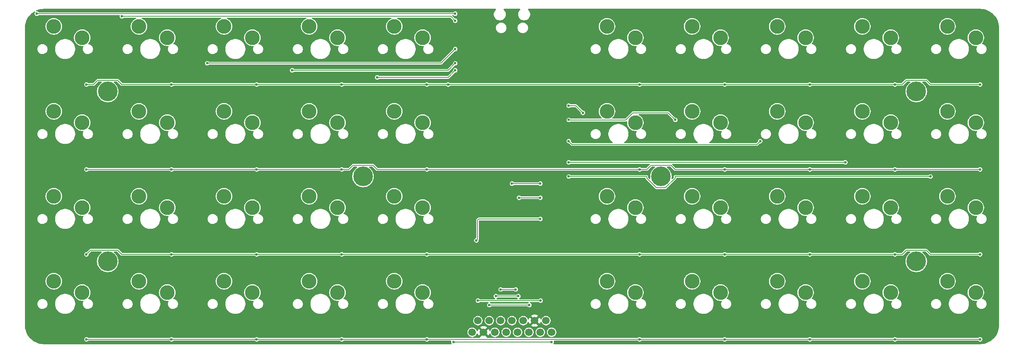
<source format=gbr>
%TF.GenerationSoftware,KiCad,Pcbnew,9.0.4*%
%TF.CreationDate,2025-09-26T22:16:16-05:00*%
%TF.ProjectId,loongcat40,6c6f6f6e-6763-4617-9434-302e6b696361,rev?*%
%TF.SameCoordinates,Original*%
%TF.FileFunction,Copper,L2,Bot*%
%TF.FilePolarity,Positive*%
%FSLAX46Y46*%
G04 Gerber Fmt 4.6, Leading zero omitted, Abs format (unit mm)*
G04 Created by KiCad (PCBNEW 9.0.4) date 2025-09-26 22:16:16*
%MOMM*%
%LPD*%
G01*
G04 APERTURE LIST*
%TA.AperFunction,ComponentPad*%
%ADD10C,4.400000*%
%TD*%
%TA.AperFunction,ComponentPad*%
%ADD11C,1.700000*%
%TD*%
%TA.AperFunction,ComponentPad*%
%ADD12C,3.300000*%
%TD*%
%TA.AperFunction,ViaPad*%
%ADD13C,0.600000*%
%TD*%
%TA.AperFunction,Conductor*%
%ADD14C,0.200000*%
%TD*%
G04 APERTURE END LIST*
D10*
%TO.P,H6,1,1*%
%TO.N,GND*%
X228600000Y-85725000D03*
%TD*%
%TO.P,H2,1,1*%
%TO.N,GND*%
X228600000Y-47625000D03*
%TD*%
%TO.P,H4,1,1*%
%TO.N,GND*%
X171450000Y-66675000D03*
%TD*%
%TO.P,H5,1,1*%
%TO.N,GND*%
X47625000Y-85725000D03*
%TD*%
%TO.P,H3,1,1*%
%TO.N,GND*%
X104775000Y-66675000D03*
%TD*%
%TO.P,H1,1,1*%
%TO.N,GND*%
X47625000Y-47625000D03*
%TD*%
D11*
%TO.P,U2,1,GND*%
%TO.N,GND*%
X129212500Y-101600000D03*
%TO.P,U2,2,VCC*%
%TO.N,+3.3V*%
X131752500Y-101600000D03*
%TO.P,U2,3,SCL*%
%TO.N,SCL*%
X134292500Y-101600000D03*
%TO.P,U2,4,SDA*%
%TO.N,SDA*%
X136832500Y-101600000D03*
%TO.P,U2,5,RST*%
%TO.N,RST*%
X139372500Y-101600000D03*
%TO.P,U2,6,DC*%
%TO.N,DC*%
X141912500Y-101600000D03*
%TO.P,U2,7,CS*%
%TO.N,CS*%
X144452500Y-101600000D03*
%TO.P,U2,8,BL*%
%TO.N,BL*%
X146992500Y-101600000D03*
%TD*%
D12*
%TO.P,SW37,1,1*%
%TO.N,Net-(D37-A)*%
X184785000Y-92710000D03*
%TO.P,SW37,2,2*%
%TO.N,COL_7*%
X178435000Y-90170000D03*
%TD*%
%TO.P,SW40,1,1*%
%TO.N,Net-(D40-A)*%
X241935000Y-92710000D03*
%TO.P,SW40,2,2*%
%TO.N,COL_10*%
X235585000Y-90170000D03*
%TD*%
%TO.P,SW39,1,1*%
%TO.N,Net-(D39-A)*%
X222885000Y-92710000D03*
%TO.P,SW39,2,2*%
%TO.N,COL_9*%
X216535000Y-90170000D03*
%TD*%
%TO.P,SW38,1,1*%
%TO.N,Net-(D38-A)*%
X203835000Y-92710000D03*
%TO.P,SW38,2,2*%
%TO.N,COL_8*%
X197485000Y-90170000D03*
%TD*%
%TO.P,SW36,1,1*%
%TO.N,Net-(D36-A)*%
X165735000Y-92710000D03*
%TO.P,SW36,2,2*%
%TO.N,COL_6*%
X159385000Y-90170000D03*
%TD*%
%TO.P,SW35,1,1*%
%TO.N,Net-(D35-A)*%
X118110000Y-92710000D03*
%TO.P,SW35,2,2*%
%TO.N,COL_5*%
X111760000Y-90170000D03*
%TD*%
%TO.P,SW34,1,1*%
%TO.N,Net-(D34-A)*%
X99060000Y-92710000D03*
%TO.P,SW34,2,2*%
%TO.N,COL_4*%
X92710000Y-90170000D03*
%TD*%
%TO.P,SW33,1,1*%
%TO.N,Net-(D33-A)*%
X80010000Y-92710000D03*
%TO.P,SW33,2,2*%
%TO.N,COL_3*%
X73660000Y-90170000D03*
%TD*%
%TO.P,SW32,1,1*%
%TO.N,Net-(D32-A)*%
X60960000Y-92710000D03*
%TO.P,SW32,2,2*%
%TO.N,COL_2*%
X54610000Y-90170000D03*
%TD*%
%TO.P,SW31,1,1*%
%TO.N,Net-(D31-A)*%
X41910000Y-92710000D03*
%TO.P,SW31,2,2*%
%TO.N,COL_1*%
X35560000Y-90170000D03*
%TD*%
%TO.P,SW30,1,1*%
%TO.N,Net-(D30-A)*%
X241935000Y-73660000D03*
%TO.P,SW30,2,2*%
%TO.N,COL_10*%
X235585000Y-71120000D03*
%TD*%
%TO.P,SW29,1,1*%
%TO.N,Net-(D29-A)*%
X222885000Y-73660000D03*
%TO.P,SW29,2,2*%
%TO.N,COL_9*%
X216535000Y-71120000D03*
%TD*%
%TO.P,SW28,1,1*%
%TO.N,Net-(D28-A)*%
X203835000Y-73660000D03*
%TO.P,SW28,2,2*%
%TO.N,COL_8*%
X197485000Y-71120000D03*
%TD*%
%TO.P,SW27,1,1*%
%TO.N,Net-(D27-A)*%
X184785000Y-73660000D03*
%TO.P,SW27,2,2*%
%TO.N,COL_7*%
X178435000Y-71120000D03*
%TD*%
%TO.P,SW26,1,1*%
%TO.N,Net-(D26-A)*%
X165735000Y-73660000D03*
%TO.P,SW26,2,2*%
%TO.N,COL_6*%
X159385000Y-71120000D03*
%TD*%
%TO.P,SW25,1,1*%
%TO.N,Net-(D25-A)*%
X118110000Y-73660000D03*
%TO.P,SW25,2,2*%
%TO.N,COL_5*%
X111760000Y-71120000D03*
%TD*%
%TO.P,SW24,1,1*%
%TO.N,Net-(D24-A)*%
X99060000Y-73660000D03*
%TO.P,SW24,2,2*%
%TO.N,COL_4*%
X92710000Y-71120000D03*
%TD*%
%TO.P,SW23,1,1*%
%TO.N,Net-(D23-A)*%
X80010000Y-73660000D03*
%TO.P,SW23,2,2*%
%TO.N,COL_3*%
X73660000Y-71120000D03*
%TD*%
%TO.P,SW22,1,1*%
%TO.N,Net-(D22-A)*%
X60960000Y-73660000D03*
%TO.P,SW22,2,2*%
%TO.N,COL_2*%
X54610000Y-71120000D03*
%TD*%
%TO.P,SW21,1,1*%
%TO.N,Net-(D21-A)*%
X41910000Y-73660000D03*
%TO.P,SW21,2,2*%
%TO.N,COL_1*%
X35560000Y-71120000D03*
%TD*%
%TO.P,SW20,1,1*%
%TO.N,Net-(D20-A)*%
X241935000Y-54610000D03*
%TO.P,SW20,2,2*%
%TO.N,COL_10*%
X235585000Y-52070000D03*
%TD*%
%TO.P,SW19,1,1*%
%TO.N,Net-(D19-A)*%
X222885000Y-54610000D03*
%TO.P,SW19,2,2*%
%TO.N,COL_9*%
X216535000Y-52070000D03*
%TD*%
%TO.P,SW18,1,1*%
%TO.N,Net-(D18-A)*%
X203835000Y-54610000D03*
%TO.P,SW18,2,2*%
%TO.N,COL_8*%
X197485000Y-52070000D03*
%TD*%
%TO.P,SW17,1,1*%
%TO.N,Net-(D17-A)*%
X184785000Y-54610000D03*
%TO.P,SW17,2,2*%
%TO.N,COL_7*%
X178435000Y-52070000D03*
%TD*%
%TO.P,SW16,1,1*%
%TO.N,Net-(D16-A)*%
X165735000Y-54610000D03*
%TO.P,SW16,2,2*%
%TO.N,COL_6*%
X159385000Y-52070000D03*
%TD*%
%TO.P,SW15,1,1*%
%TO.N,Net-(D15-A)*%
X118110000Y-54610000D03*
%TO.P,SW15,2,2*%
%TO.N,COL_5*%
X111760000Y-52070000D03*
%TD*%
%TO.P,SW14,1,1*%
%TO.N,Net-(D14-A)*%
X99060000Y-54610000D03*
%TO.P,SW14,2,2*%
%TO.N,COL_4*%
X92710000Y-52070000D03*
%TD*%
%TO.P,SW13,1,1*%
%TO.N,Net-(D13-A)*%
X80010000Y-54610000D03*
%TO.P,SW13,2,2*%
%TO.N,COL_3*%
X73660000Y-52070000D03*
%TD*%
%TO.P,SW12,1,1*%
%TO.N,Net-(D12-A)*%
X60960000Y-54610000D03*
%TO.P,SW12,2,2*%
%TO.N,COL_2*%
X54610000Y-52070000D03*
%TD*%
%TO.P,SW11,1,1*%
%TO.N,Net-(D11-A)*%
X41910000Y-54610000D03*
%TO.P,SW11,2,2*%
%TO.N,COL_1*%
X35560000Y-52070000D03*
%TD*%
%TO.P,SW10,1,1*%
%TO.N,Net-(D10-A)*%
X241935000Y-35560000D03*
%TO.P,SW10,2,2*%
%TO.N,COL_10*%
X235585000Y-33020000D03*
%TD*%
%TO.P,SW9,1,1*%
%TO.N,Net-(D9-A)*%
X222885000Y-35560000D03*
%TO.P,SW9,2,2*%
%TO.N,COL_9*%
X216535000Y-33020000D03*
%TD*%
%TO.P,SW8,1,1*%
%TO.N,Net-(D8-A)*%
X203835000Y-35560000D03*
%TO.P,SW8,2,2*%
%TO.N,COL_8*%
X197485000Y-33020000D03*
%TD*%
%TO.P,SW7,1,1*%
%TO.N,Net-(D7-A)*%
X184785000Y-35560000D03*
%TO.P,SW7,2,2*%
%TO.N,COL_7*%
X178435000Y-33020000D03*
%TD*%
%TO.P,SW6,1,1*%
%TO.N,Net-(D6-A)*%
X165735000Y-35560000D03*
%TO.P,SW6,2,2*%
%TO.N,COL_6*%
X159385000Y-33020000D03*
%TD*%
%TO.P,SW5,1,1*%
%TO.N,Net-(D5-A)*%
X118110000Y-35560000D03*
%TO.P,SW5,2,2*%
%TO.N,COL_5*%
X111760000Y-33020000D03*
%TD*%
%TO.P,SW4,1,1*%
%TO.N,Net-(D4-A)*%
X99060000Y-35560000D03*
%TO.P,SW4,2,2*%
%TO.N,COL_4*%
X92710000Y-33020000D03*
%TD*%
%TO.P,SW3,1,1*%
%TO.N,Net-(D3-A)*%
X80010000Y-35560000D03*
%TO.P,SW3,2,2*%
%TO.N,COL_3*%
X73660000Y-33020000D03*
%TD*%
%TO.P,SW2,1,1*%
%TO.N,Net-(D2-A)*%
X60960000Y-35560000D03*
%TO.P,SW2,2,2*%
%TO.N,COL_2*%
X54610000Y-33020000D03*
%TD*%
%TO.P,SW1,1,1*%
%TO.N,Net-(D1-A)*%
X41910000Y-35560000D03*
%TO.P,SW1,2,2*%
%TO.N,COL_1*%
X35560000Y-33020000D03*
%TD*%
D11*
%TO.P,U1,1,GND*%
%TO.N,GND*%
X145732500Y-99000000D03*
%TO.P,U1,2,VCC*%
%TO.N,+3.3V*%
X143192500Y-99000000D03*
%TO.P,U1,3,SCL*%
%TO.N,SCL*%
X140652500Y-99000000D03*
%TO.P,U1,4,SDA*%
%TO.N,SDA*%
X138112500Y-99000000D03*
%TO.P,U1,5,RST*%
%TO.N,RST*%
X135572500Y-99000000D03*
%TO.P,U1,6,DC*%
%TO.N,DC*%
X133032500Y-99000000D03*
%TO.P,U1,7,CS*%
%TO.N,CS*%
X130492500Y-99000000D03*
%TD*%
D13*
%TO.N,RST*%
X138951500Y-92000000D03*
X135572500Y-92000000D03*
%TO.N,SCL*%
X134500000Y-93500000D03*
X139551500Y-93500000D03*
%TO.N,DC*%
X142000000Y-95500000D03*
X133032500Y-95500000D03*
%TO.N,CS*%
X144500000Y-94500000D03*
X130492500Y-94500000D03*
%TO.N,BL*%
X147000000Y-103787500D03*
X125000000Y-103787500D03*
%TO.N,ROW_1*%
X123825000Y-46037500D03*
%TO.N,COL_10*%
X150812500Y-66675000D03*
X231775000Y-66675000D03*
%TO.N,COL_9*%
X150812500Y-63500000D03*
X212725000Y-63500000D03*
%TO.N,COL_8*%
X150812500Y-58737500D03*
X193675000Y-58737500D03*
%TO.N,COL_7*%
X150812500Y-53975000D03*
X174669000Y-53975000D03*
%TO.N,COL_6*%
X153987500Y-52387500D03*
X150812500Y-50800000D03*
%TO.N,ROW_1*%
X242887500Y-46037500D03*
X223837500Y-46037500D03*
X204787500Y-46037500D03*
X185737500Y-46037500D03*
X166687500Y-46037500D03*
%TO.N,ROW_2*%
X242887500Y-65087500D03*
X223837500Y-65087500D03*
X204787500Y-65087500D03*
X185737500Y-65087500D03*
X166687500Y-65087500D03*
%TO.N,ROW_3*%
X242887500Y-84137500D03*
X223837500Y-84137500D03*
X204787500Y-84137500D03*
X185737500Y-84137500D03*
X166687500Y-84137500D03*
%TO.N,ROW_4*%
X242887500Y-103187500D03*
X223837500Y-103187500D03*
X204787500Y-103187500D03*
X185737500Y-103187500D03*
X166687500Y-103187500D03*
%TO.N,+3.3V*%
X142875000Y-41275000D03*
X144462500Y-41275000D03*
%TO.N,SCL*%
X144462500Y-71437500D03*
X139700000Y-71437500D03*
%TO.N,SDA*%
X144462500Y-68262500D03*
X138112500Y-68262500D03*
%TO.N,CS*%
X144462500Y-76200000D03*
X130136985Y-81000515D03*
%TO.N,ROW_4*%
X42862500Y-103187500D03*
X61912500Y-103187500D03*
X80962500Y-103187500D03*
X100012500Y-103187500D03*
X119062500Y-103187500D03*
%TO.N,ROW_3*%
X42862500Y-84137500D03*
X61912500Y-84137500D03*
X80962500Y-84137500D03*
X100012500Y-84137500D03*
X119062500Y-84137500D03*
%TO.N,ROW_2*%
X42862500Y-65087500D03*
X61912500Y-65087500D03*
X80962500Y-65087500D03*
X100012500Y-65087500D03*
X119062500Y-65087500D03*
%TO.N,ROW_1*%
X42862500Y-46037500D03*
X61912500Y-46037500D03*
X80962500Y-46037500D03*
X100012500Y-46037500D03*
X119062500Y-46037500D03*
%TO.N,COL_5*%
X125412500Y-42862500D03*
X107950000Y-44450000D03*
%TO.N,COL_4*%
X125412500Y-41275000D03*
X88900000Y-42862500D03*
%TO.N,COL_3*%
X125412500Y-38100000D03*
X69894000Y-41275000D03*
%TO.N,COL_2*%
X50800000Y-30762500D03*
X125412500Y-31750000D03*
%TO.N,COL_1*%
X31750000Y-30162500D03*
X125412500Y-30162500D03*
%TD*%
D14*
%TO.N,COL_10*%
X150812500Y-66675000D02*
X168275000Y-66675000D01*
X168275000Y-66675000D02*
X168275000Y-67036949D01*
X168275000Y-67036949D02*
X170414051Y-69176000D01*
X172485949Y-69176000D02*
X174625000Y-67036949D01*
X170414051Y-69176000D02*
X172485949Y-69176000D01*
X174625000Y-67036949D02*
X174625000Y-66675000D01*
%TO.N,ROW_1*%
X223837500Y-46037500D02*
X225425000Y-46037500D01*
X226338500Y-45124000D02*
X230861500Y-45124000D01*
X225425000Y-46037500D02*
X226338500Y-45124000D01*
X230861500Y-45124000D02*
X231775000Y-46037500D01*
%TO.N,ROW_3*%
X223837500Y-84137500D02*
X225425000Y-84137500D01*
X226338500Y-83224000D02*
X230861500Y-83224000D01*
X230861500Y-83224000D02*
X231775000Y-84137500D01*
X225425000Y-84137500D02*
X226338500Y-83224000D01*
%TO.N,ROW_2*%
X166687500Y-65087500D02*
X168275000Y-65087500D01*
X168275000Y-65087500D02*
X169188500Y-64174000D01*
X169188500Y-64174000D02*
X173711500Y-64174000D01*
X173711500Y-64174000D02*
X174625000Y-65087500D01*
X101600000Y-65087500D02*
X100012500Y-65087500D01*
X101600000Y-65087500D02*
X102513500Y-64174000D01*
X102513500Y-64174000D02*
X107036500Y-64174000D01*
X107036500Y-64174000D02*
X107950000Y-65087500D01*
%TO.N,ROW_1*%
X44450000Y-46037500D02*
X42862500Y-46037500D01*
X44450000Y-46037500D02*
X45363500Y-45124000D01*
X45363500Y-45124000D02*
X49886500Y-45124000D01*
X49886500Y-45124000D02*
X50800000Y-46037500D01*
%TO.N,ROW_3*%
X50800000Y-84137500D02*
X49886500Y-83224000D01*
X49886500Y-83224000D02*
X43776000Y-83224000D01*
X43776000Y-83224000D02*
X42862500Y-84137500D01*
%TO.N,RST*%
X135572500Y-92000000D02*
X138951500Y-92000000D01*
%TO.N,SCL*%
X139551500Y-93500000D02*
X134500000Y-93500000D01*
%TO.N,DC*%
X133032500Y-95500000D02*
X142000000Y-95500000D01*
%TO.N,CS*%
X130492500Y-94500000D02*
X144500000Y-94500000D01*
%TO.N,BL*%
X125000000Y-103787500D02*
X147000000Y-103787500D01*
%TO.N,ROW_1*%
X119062500Y-46037500D02*
X123825000Y-46037500D01*
%TO.N,COL_10*%
X174625000Y-66675000D02*
X231775000Y-66675000D01*
%TO.N,COL_9*%
X150812500Y-63500000D02*
X212725000Y-63500000D01*
%TO.N,COL_8*%
X150812500Y-58737500D02*
X151569900Y-59494900D01*
X151569900Y-59494900D02*
X192917600Y-59494900D01*
X192917600Y-59494900D02*
X193675000Y-58737500D01*
%TO.N,COL_7*%
X150812500Y-53975000D02*
X150858500Y-54021000D01*
X163564869Y-54021000D02*
X165198369Y-52387500D01*
X150858500Y-54021000D02*
X163564869Y-54021000D01*
X165198369Y-52387500D02*
X173081500Y-52387500D01*
X173081500Y-52387500D02*
X174669000Y-53975000D01*
%TO.N,COL_6*%
X150812500Y-50800000D02*
X152400000Y-50800000D01*
X152400000Y-50800000D02*
X153987500Y-52387500D01*
%TO.N,ROW_1*%
X231775000Y-46037500D02*
X242887500Y-46037500D01*
X204787500Y-46037500D02*
X223837500Y-46037500D01*
X185737500Y-46037500D02*
X204787500Y-46037500D01*
X166687500Y-46037500D02*
X185737500Y-46037500D01*
X125412500Y-46037500D02*
X166687500Y-46037500D01*
%TO.N,ROW_2*%
X223837500Y-65087500D02*
X242887500Y-65087500D01*
X204787500Y-65087500D02*
X223837500Y-65087500D01*
X185737500Y-65087500D02*
X204787500Y-65087500D01*
X174625000Y-65087500D02*
X185737500Y-65087500D01*
X119062500Y-65087500D02*
X166687500Y-65087500D01*
%TO.N,ROW_3*%
X231775000Y-84137500D02*
X242887500Y-84137500D01*
X204787500Y-84137500D02*
X223837500Y-84137500D01*
X185737500Y-84137500D02*
X204787500Y-84137500D01*
X166687500Y-84137500D02*
X185737500Y-84137500D01*
X119062500Y-84137500D02*
X166687500Y-84137500D01*
%TO.N,ROW_4*%
X223837500Y-103187500D02*
X242887500Y-103187500D01*
X204787500Y-103187500D02*
X223837500Y-103187500D01*
X185737500Y-103187500D02*
X204787500Y-103187500D01*
X166687500Y-103187500D02*
X185737500Y-103187500D01*
X119062500Y-103187500D02*
X166687500Y-103187500D01*
%TO.N,+3.3V*%
X144462500Y-41275000D02*
X142875000Y-41275000D01*
%TO.N,SCL*%
X139700000Y-71437500D02*
X144462500Y-71437500D01*
%TO.N,SDA*%
X138112500Y-68262500D02*
X144462500Y-68262500D01*
%TO.N,CS*%
X130675344Y-76200000D02*
X144462500Y-76200000D01*
X130383900Y-76491444D02*
X130675344Y-76200000D01*
X130383900Y-80753600D02*
X130136985Y-81000515D01*
X130383900Y-76491444D02*
X130383900Y-80753600D01*
%TO.N,ROW_4*%
X61912500Y-103187500D02*
X42862500Y-103187500D01*
X80962500Y-103187500D02*
X61912500Y-103187500D01*
X100012500Y-103187500D02*
X80962500Y-103187500D01*
X119062500Y-103187500D02*
X100012500Y-103187500D01*
%TO.N,ROW_3*%
X61912500Y-84137500D02*
X50800000Y-84137500D01*
X80962500Y-84137500D02*
X61912500Y-84137500D01*
X100012500Y-84137500D02*
X80962500Y-84137500D01*
X119062500Y-84137500D02*
X100012500Y-84137500D01*
%TO.N,ROW_2*%
X61912500Y-65087500D02*
X42862500Y-65087500D01*
X80962500Y-65087500D02*
X61912500Y-65087500D01*
X100012500Y-65087500D02*
X80962500Y-65087500D01*
X119062500Y-65087500D02*
X107950000Y-65087500D01*
%TO.N,ROW_1*%
X61912500Y-46037500D02*
X50800000Y-46037500D01*
X80962500Y-46037500D02*
X61912500Y-46037500D01*
X100012500Y-46037500D02*
X80962500Y-46037500D01*
X119062500Y-46037500D02*
X100012500Y-46037500D01*
X123825000Y-46037500D02*
X125412500Y-46037500D01*
%TO.N,COL_5*%
X125412500Y-42862500D02*
X123825000Y-44450000D01*
X123825000Y-44450000D02*
X107950000Y-44450000D01*
%TO.N,COL_4*%
X123825000Y-42862500D02*
X88900000Y-42862500D01*
X125412500Y-41275000D02*
X123825000Y-42862500D01*
%TO.N,COL_3*%
X122237500Y-41275000D02*
X69894000Y-41275000D01*
X125412500Y-38100000D02*
X122237500Y-41275000D01*
%TO.N,COL_2*%
X124425000Y-30762500D02*
X50800000Y-30762500D01*
X125412500Y-31750000D02*
X124425000Y-30762500D01*
%TO.N,COL_1*%
X125412500Y-30162500D02*
X31750000Y-30162500D01*
%TD*%
%TA.AperFunction,Conductor*%
%TO.N,+3.3V*%
G36*
X134477281Y-29095185D02*
G01*
X134523036Y-29147989D01*
X134532980Y-29217147D01*
X134503955Y-29280703D01*
X134497923Y-29287181D01*
X134357394Y-29427709D01*
X134357390Y-29427713D01*
X134232451Y-29599679D01*
X134135944Y-29789085D01*
X134070253Y-29991260D01*
X134037000Y-30201213D01*
X134037000Y-30413787D01*
X134045303Y-30466209D01*
X134069517Y-30619093D01*
X134070254Y-30623743D01*
X134116039Y-30764655D01*
X134135944Y-30825914D01*
X134232451Y-31015320D01*
X134357390Y-31187286D01*
X134507713Y-31337609D01*
X134679679Y-31462548D01*
X134679681Y-31462549D01*
X134679684Y-31462551D01*
X134869088Y-31559057D01*
X135071257Y-31624746D01*
X135281213Y-31658000D01*
X135281214Y-31658000D01*
X135493786Y-31658000D01*
X135493787Y-31658000D01*
X135703743Y-31624746D01*
X135905912Y-31559057D01*
X136095316Y-31462551D01*
X136150136Y-31422722D01*
X136267286Y-31337609D01*
X136267288Y-31337606D01*
X136267292Y-31337604D01*
X136417604Y-31187292D01*
X136417606Y-31187288D01*
X136417609Y-31187286D01*
X136542548Y-31015320D01*
X136542547Y-31015320D01*
X136542551Y-31015316D01*
X136639057Y-30825912D01*
X136704746Y-30623743D01*
X136738000Y-30413787D01*
X136738000Y-30201213D01*
X136704746Y-29991257D01*
X136639057Y-29789088D01*
X136542551Y-29599684D01*
X136542549Y-29599681D01*
X136542548Y-29599679D01*
X136417609Y-29427713D01*
X136277077Y-29287181D01*
X136243592Y-29225858D01*
X136248576Y-29156166D01*
X136290448Y-29100233D01*
X136355912Y-29075816D01*
X136364758Y-29075500D01*
X139860242Y-29075500D01*
X139927281Y-29095185D01*
X139973036Y-29147989D01*
X139982980Y-29217147D01*
X139953955Y-29280703D01*
X139947923Y-29287181D01*
X139807394Y-29427709D01*
X139807390Y-29427713D01*
X139682451Y-29599679D01*
X139585944Y-29789085D01*
X139520253Y-29991260D01*
X139487000Y-30201213D01*
X139487000Y-30413787D01*
X139495303Y-30466209D01*
X139519517Y-30619093D01*
X139520254Y-30623743D01*
X139566039Y-30764655D01*
X139585944Y-30825914D01*
X139682451Y-31015320D01*
X139807390Y-31187286D01*
X139957713Y-31337609D01*
X140129679Y-31462548D01*
X140129681Y-31462549D01*
X140129684Y-31462551D01*
X140319088Y-31559057D01*
X140521257Y-31624746D01*
X140731213Y-31658000D01*
X140731214Y-31658000D01*
X140943786Y-31658000D01*
X140943787Y-31658000D01*
X141153743Y-31624746D01*
X141355912Y-31559057D01*
X141545316Y-31462551D01*
X141600136Y-31422722D01*
X141717286Y-31337609D01*
X141717288Y-31337606D01*
X141717292Y-31337604D01*
X141867604Y-31187292D01*
X141867606Y-31187288D01*
X141867609Y-31187286D01*
X141992548Y-31015320D01*
X141992547Y-31015320D01*
X141992551Y-31015316D01*
X142089057Y-30825912D01*
X142154746Y-30623743D01*
X142188000Y-30413787D01*
X142188000Y-30201213D01*
X142154746Y-29991257D01*
X142089057Y-29789088D01*
X141992551Y-29599684D01*
X141992549Y-29599681D01*
X141992548Y-29599679D01*
X141867609Y-29427713D01*
X141727077Y-29287181D01*
X141693592Y-29225858D01*
X141698576Y-29156166D01*
X141740448Y-29100233D01*
X141805912Y-29075816D01*
X141814758Y-29075500D01*
X242821608Y-29075500D01*
X242884628Y-29075500D01*
X242890355Y-29075632D01*
X243275027Y-29093416D01*
X243286424Y-29094472D01*
X243664976Y-29147278D01*
X243676213Y-29149379D01*
X244048281Y-29236888D01*
X244059271Y-29240015D01*
X244421694Y-29361487D01*
X244432348Y-29365615D01*
X244782002Y-29520002D01*
X244792228Y-29525094D01*
X245026816Y-29655759D01*
X245126141Y-29711083D01*
X245135879Y-29717112D01*
X245451204Y-29933114D01*
X245460341Y-29940015D01*
X245648922Y-30096610D01*
X245754380Y-30184181D01*
X245762844Y-30191897D01*
X246033102Y-30462155D01*
X246040818Y-30470619D01*
X246284982Y-30764655D01*
X246291885Y-30773795D01*
X246507887Y-31089120D01*
X246513916Y-31098858D01*
X246586345Y-31228892D01*
X246657576Y-31356776D01*
X246699898Y-31432757D01*
X246705001Y-31443006D01*
X246755252Y-31556814D01*
X246859379Y-31792638D01*
X246863517Y-31803318D01*
X246984980Y-32165715D01*
X246988114Y-32176731D01*
X247075617Y-32548774D01*
X247077722Y-32560033D01*
X247130526Y-32938573D01*
X247131583Y-32949977D01*
X247149368Y-33334644D01*
X247149500Y-33340371D01*
X247149500Y-100009628D01*
X247149368Y-100015355D01*
X247131583Y-100400022D01*
X247130526Y-100411426D01*
X247077722Y-100789966D01*
X247075617Y-100801225D01*
X246988114Y-101173268D01*
X246984980Y-101184284D01*
X246863517Y-101546681D01*
X246859379Y-101557361D01*
X246705003Y-101906989D01*
X246699898Y-101917242D01*
X246513916Y-102251141D01*
X246507887Y-102260879D01*
X246291885Y-102576204D01*
X246284982Y-102585344D01*
X246040818Y-102879380D01*
X246033102Y-102887844D01*
X245762844Y-103158102D01*
X245754380Y-103165818D01*
X245460344Y-103409982D01*
X245451204Y-103416885D01*
X245135879Y-103632887D01*
X245126141Y-103638916D01*
X244792242Y-103824898D01*
X244781989Y-103830003D01*
X244432361Y-103984379D01*
X244421681Y-103988517D01*
X244059284Y-104109980D01*
X244048268Y-104113114D01*
X243676225Y-104200617D01*
X243664966Y-104202722D01*
X243286426Y-104255526D01*
X243275022Y-104256583D01*
X242890355Y-104274368D01*
X242884628Y-104274500D01*
X147511532Y-104274500D01*
X147444493Y-104254815D01*
X147398738Y-104202011D01*
X147388794Y-104132853D01*
X147404143Y-104088503D01*
X147466392Y-103980686D01*
X147500500Y-103853392D01*
X147500500Y-103721608D01*
X147479730Y-103644092D01*
X147481393Y-103574243D01*
X147520556Y-103516381D01*
X147584784Y-103488877D01*
X147599505Y-103488000D01*
X166228824Y-103488000D01*
X166295863Y-103507685D01*
X166316505Y-103524319D01*
X166380186Y-103588000D01*
X166494314Y-103653892D01*
X166621608Y-103688000D01*
X166621610Y-103688000D01*
X166753390Y-103688000D01*
X166753392Y-103688000D01*
X166880686Y-103653892D01*
X166994814Y-103588000D01*
X167058495Y-103524319D01*
X167119818Y-103490834D01*
X167146176Y-103488000D01*
X185278824Y-103488000D01*
X185345863Y-103507685D01*
X185366505Y-103524319D01*
X185430186Y-103588000D01*
X185544314Y-103653892D01*
X185671608Y-103688000D01*
X185671610Y-103688000D01*
X185803390Y-103688000D01*
X185803392Y-103688000D01*
X185930686Y-103653892D01*
X186044814Y-103588000D01*
X186108495Y-103524319D01*
X186169818Y-103490834D01*
X186196176Y-103488000D01*
X204328824Y-103488000D01*
X204395863Y-103507685D01*
X204416505Y-103524319D01*
X204480186Y-103588000D01*
X204594314Y-103653892D01*
X204721608Y-103688000D01*
X204721610Y-103688000D01*
X204853390Y-103688000D01*
X204853392Y-103688000D01*
X204980686Y-103653892D01*
X205094814Y-103588000D01*
X205158495Y-103524319D01*
X205219818Y-103490834D01*
X205246176Y-103488000D01*
X223378824Y-103488000D01*
X223445863Y-103507685D01*
X223466505Y-103524319D01*
X223530186Y-103588000D01*
X223644314Y-103653892D01*
X223771608Y-103688000D01*
X223771610Y-103688000D01*
X223903390Y-103688000D01*
X223903392Y-103688000D01*
X224030686Y-103653892D01*
X224144814Y-103588000D01*
X224208495Y-103524319D01*
X224269818Y-103490834D01*
X224296176Y-103488000D01*
X242428824Y-103488000D01*
X242495863Y-103507685D01*
X242516505Y-103524319D01*
X242580186Y-103588000D01*
X242694314Y-103653892D01*
X242821608Y-103688000D01*
X242821610Y-103688000D01*
X242953390Y-103688000D01*
X242953392Y-103688000D01*
X243080686Y-103653892D01*
X243194814Y-103588000D01*
X243288000Y-103494814D01*
X243353892Y-103380686D01*
X243388000Y-103253392D01*
X243388000Y-103121608D01*
X243353892Y-102994314D01*
X243288000Y-102880186D01*
X243194814Y-102787000D01*
X243136394Y-102753271D01*
X243080687Y-102721108D01*
X243017039Y-102704054D01*
X242953392Y-102687000D01*
X242821608Y-102687000D01*
X242694312Y-102721108D01*
X242580186Y-102787000D01*
X242580183Y-102787002D01*
X242516505Y-102850681D01*
X242455182Y-102884166D01*
X242428824Y-102887000D01*
X224296176Y-102887000D01*
X224229137Y-102867315D01*
X224208495Y-102850681D01*
X224144816Y-102787002D01*
X224144814Y-102787000D01*
X224086394Y-102753271D01*
X224030687Y-102721108D01*
X223967039Y-102704054D01*
X223903392Y-102687000D01*
X223771608Y-102687000D01*
X223644312Y-102721108D01*
X223530186Y-102787000D01*
X223530183Y-102787002D01*
X223466505Y-102850681D01*
X223405182Y-102884166D01*
X223378824Y-102887000D01*
X205246176Y-102887000D01*
X205179137Y-102867315D01*
X205158495Y-102850681D01*
X205094816Y-102787002D01*
X205094814Y-102787000D01*
X205036394Y-102753271D01*
X204980687Y-102721108D01*
X204917039Y-102704054D01*
X204853392Y-102687000D01*
X204721608Y-102687000D01*
X204594312Y-102721108D01*
X204480186Y-102787000D01*
X204480183Y-102787002D01*
X204416505Y-102850681D01*
X204355182Y-102884166D01*
X204328824Y-102887000D01*
X186196176Y-102887000D01*
X186129137Y-102867315D01*
X186108495Y-102850681D01*
X186044816Y-102787002D01*
X186044814Y-102787000D01*
X185986394Y-102753271D01*
X185930687Y-102721108D01*
X185867039Y-102704054D01*
X185803392Y-102687000D01*
X185671608Y-102687000D01*
X185544312Y-102721108D01*
X185430186Y-102787000D01*
X185430183Y-102787002D01*
X185366505Y-102850681D01*
X185305182Y-102884166D01*
X185278824Y-102887000D01*
X167146176Y-102887000D01*
X167079137Y-102867315D01*
X167058495Y-102850681D01*
X166994816Y-102787002D01*
X166994814Y-102787000D01*
X166936394Y-102753271D01*
X166880687Y-102721108D01*
X166817039Y-102704054D01*
X166753392Y-102687000D01*
X166621608Y-102687000D01*
X166494312Y-102721108D01*
X166380186Y-102787000D01*
X166380183Y-102787002D01*
X166316505Y-102850681D01*
X166255182Y-102884166D01*
X166228824Y-102887000D01*
X147165993Y-102887000D01*
X147098954Y-102867315D01*
X147053199Y-102814511D01*
X147043255Y-102745353D01*
X147072280Y-102681797D01*
X147131058Y-102644023D01*
X147141802Y-102641383D01*
X147212805Y-102627259D01*
X147298920Y-102610130D01*
X147490098Y-102530941D01*
X147662155Y-102415977D01*
X147808477Y-102269655D01*
X147923441Y-102097598D01*
X148002630Y-101906420D01*
X148043000Y-101703465D01*
X148043000Y-101496535D01*
X148002630Y-101293580D01*
X147923441Y-101102402D01*
X147808477Y-100930345D01*
X147808475Y-100930342D01*
X147662157Y-100784024D01*
X147576126Y-100726541D01*
X147490098Y-100669059D01*
X147298920Y-100589870D01*
X147298912Y-100589868D01*
X147095969Y-100549500D01*
X147095965Y-100549500D01*
X146889035Y-100549500D01*
X146889030Y-100549500D01*
X146686087Y-100589868D01*
X146686079Y-100589870D01*
X146494903Y-100669058D01*
X146322842Y-100784024D01*
X146176524Y-100930342D01*
X146061558Y-101102403D01*
X145982370Y-101293579D01*
X145982368Y-101293587D01*
X145942000Y-101496530D01*
X145942000Y-101703469D01*
X145975862Y-101873702D01*
X145982370Y-101906420D01*
X146061559Y-102097598D01*
X146075336Y-102118217D01*
X146176524Y-102269657D01*
X146322842Y-102415975D01*
X146322845Y-102415977D01*
X146494902Y-102530941D01*
X146686080Y-102610130D01*
X146756144Y-102624066D01*
X146843198Y-102641383D01*
X146905109Y-102673768D01*
X146939683Y-102734483D01*
X146935944Y-102804253D01*
X146895078Y-102860925D01*
X146830059Y-102886506D01*
X146819007Y-102887000D01*
X144625993Y-102887000D01*
X144558954Y-102867315D01*
X144513199Y-102814511D01*
X144503255Y-102745353D01*
X144532280Y-102681797D01*
X144591058Y-102644023D01*
X144601802Y-102641383D01*
X144672805Y-102627259D01*
X144758920Y-102610130D01*
X144950098Y-102530941D01*
X145122155Y-102415977D01*
X145268477Y-102269655D01*
X145383441Y-102097598D01*
X145462630Y-101906420D01*
X145503000Y-101703465D01*
X145503000Y-101496535D01*
X145462630Y-101293580D01*
X145383441Y-101102402D01*
X145268477Y-100930345D01*
X145268475Y-100930342D01*
X145122157Y-100784024D01*
X145036126Y-100726541D01*
X144950098Y-100669059D01*
X144758920Y-100589870D01*
X144758912Y-100589868D01*
X144555969Y-100549500D01*
X144555965Y-100549500D01*
X144349035Y-100549500D01*
X144349030Y-100549500D01*
X144146087Y-100589868D01*
X144146079Y-100589870D01*
X143954903Y-100669058D01*
X143782842Y-100784024D01*
X143636524Y-100930342D01*
X143521558Y-101102403D01*
X143442370Y-101293579D01*
X143442368Y-101293587D01*
X143402000Y-101496530D01*
X143402000Y-101703469D01*
X143435862Y-101873702D01*
X143442370Y-101906420D01*
X143521559Y-102097598D01*
X143535336Y-102118217D01*
X143636524Y-102269657D01*
X143782842Y-102415975D01*
X143782845Y-102415977D01*
X143954902Y-102530941D01*
X144146080Y-102610130D01*
X144216144Y-102624066D01*
X144303198Y-102641383D01*
X144365109Y-102673768D01*
X144399683Y-102734483D01*
X144395944Y-102804253D01*
X144355078Y-102860925D01*
X144290059Y-102886506D01*
X144279007Y-102887000D01*
X142085993Y-102887000D01*
X142018954Y-102867315D01*
X141973199Y-102814511D01*
X141963255Y-102745353D01*
X141992280Y-102681797D01*
X142051058Y-102644023D01*
X142061802Y-102641383D01*
X142132805Y-102627259D01*
X142218920Y-102610130D01*
X142410098Y-102530941D01*
X142582155Y-102415977D01*
X142728477Y-102269655D01*
X142843441Y-102097598D01*
X142922630Y-101906420D01*
X142963000Y-101703465D01*
X142963000Y-101496535D01*
X142922630Y-101293580D01*
X142843441Y-101102402D01*
X142728477Y-100930345D01*
X142728475Y-100930342D01*
X142582157Y-100784024D01*
X142496126Y-100726541D01*
X142410098Y-100669059D01*
X142218920Y-100589870D01*
X142218912Y-100589868D01*
X142015969Y-100549500D01*
X142015965Y-100549500D01*
X141809035Y-100549500D01*
X141809030Y-100549500D01*
X141606087Y-100589868D01*
X141606079Y-100589870D01*
X141414903Y-100669058D01*
X141242842Y-100784024D01*
X141096524Y-100930342D01*
X140981558Y-101102403D01*
X140902370Y-101293579D01*
X140902368Y-101293587D01*
X140862000Y-101496530D01*
X140862000Y-101703469D01*
X140895862Y-101873702D01*
X140902370Y-101906420D01*
X140981559Y-102097598D01*
X140995336Y-102118217D01*
X141096524Y-102269657D01*
X141242842Y-102415975D01*
X141242845Y-102415977D01*
X141414902Y-102530941D01*
X141606080Y-102610130D01*
X141676144Y-102624066D01*
X141763198Y-102641383D01*
X141825109Y-102673768D01*
X141859683Y-102734483D01*
X141855944Y-102804253D01*
X141815078Y-102860925D01*
X141750059Y-102886506D01*
X141739007Y-102887000D01*
X139545993Y-102887000D01*
X139478954Y-102867315D01*
X139433199Y-102814511D01*
X139423255Y-102745353D01*
X139452280Y-102681797D01*
X139511058Y-102644023D01*
X139521802Y-102641383D01*
X139592805Y-102627259D01*
X139678920Y-102610130D01*
X139870098Y-102530941D01*
X140042155Y-102415977D01*
X140188477Y-102269655D01*
X140303441Y-102097598D01*
X140382630Y-101906420D01*
X140423000Y-101703465D01*
X140423000Y-101496535D01*
X140382630Y-101293580D01*
X140303441Y-101102402D01*
X140188477Y-100930345D01*
X140188475Y-100930342D01*
X140042157Y-100784024D01*
X139956126Y-100726541D01*
X139870098Y-100669059D01*
X139678920Y-100589870D01*
X139678912Y-100589868D01*
X139475969Y-100549500D01*
X139475965Y-100549500D01*
X139269035Y-100549500D01*
X139269030Y-100549500D01*
X139066087Y-100589868D01*
X139066079Y-100589870D01*
X138874903Y-100669058D01*
X138702842Y-100784024D01*
X138556524Y-100930342D01*
X138441558Y-101102403D01*
X138362370Y-101293579D01*
X138362368Y-101293587D01*
X138322000Y-101496530D01*
X138322000Y-101703469D01*
X138355862Y-101873702D01*
X138362370Y-101906420D01*
X138441559Y-102097598D01*
X138455336Y-102118217D01*
X138556524Y-102269657D01*
X138702842Y-102415975D01*
X138702845Y-102415977D01*
X138874902Y-102530941D01*
X139066080Y-102610130D01*
X139136144Y-102624066D01*
X139223198Y-102641383D01*
X139285109Y-102673768D01*
X139319683Y-102734483D01*
X139315944Y-102804253D01*
X139275078Y-102860925D01*
X139210059Y-102886506D01*
X139199007Y-102887000D01*
X137005993Y-102887000D01*
X136938954Y-102867315D01*
X136893199Y-102814511D01*
X136883255Y-102745353D01*
X136912280Y-102681797D01*
X136971058Y-102644023D01*
X136981802Y-102641383D01*
X137052805Y-102627259D01*
X137138920Y-102610130D01*
X137330098Y-102530941D01*
X137502155Y-102415977D01*
X137648477Y-102269655D01*
X137763441Y-102097598D01*
X137842630Y-101906420D01*
X137883000Y-101703465D01*
X137883000Y-101496535D01*
X137842630Y-101293580D01*
X137763441Y-101102402D01*
X137648477Y-100930345D01*
X137648475Y-100930342D01*
X137502157Y-100784024D01*
X137416126Y-100726541D01*
X137330098Y-100669059D01*
X137138920Y-100589870D01*
X137138912Y-100589868D01*
X136935969Y-100549500D01*
X136935965Y-100549500D01*
X136729035Y-100549500D01*
X136729030Y-100549500D01*
X136526087Y-100589868D01*
X136526079Y-100589870D01*
X136334903Y-100669058D01*
X136162842Y-100784024D01*
X136016524Y-100930342D01*
X135901558Y-101102403D01*
X135822370Y-101293579D01*
X135822368Y-101293587D01*
X135782000Y-101496530D01*
X135782000Y-101703469D01*
X135815862Y-101873702D01*
X135822370Y-101906420D01*
X135901559Y-102097598D01*
X135915336Y-102118217D01*
X136016524Y-102269657D01*
X136162842Y-102415975D01*
X136162845Y-102415977D01*
X136334902Y-102530941D01*
X136526080Y-102610130D01*
X136596144Y-102624066D01*
X136683198Y-102641383D01*
X136745109Y-102673768D01*
X136779683Y-102734483D01*
X136775944Y-102804253D01*
X136735078Y-102860925D01*
X136670059Y-102886506D01*
X136659007Y-102887000D01*
X134465993Y-102887000D01*
X134398954Y-102867315D01*
X134353199Y-102814511D01*
X134343255Y-102745353D01*
X134372280Y-102681797D01*
X134431058Y-102644023D01*
X134441802Y-102641383D01*
X134512805Y-102627259D01*
X134598920Y-102610130D01*
X134790098Y-102530941D01*
X134962155Y-102415977D01*
X135108477Y-102269655D01*
X135223441Y-102097598D01*
X135302630Y-101906420D01*
X135343000Y-101703465D01*
X135343000Y-101496535D01*
X135302630Y-101293580D01*
X135223441Y-101102402D01*
X135108477Y-100930345D01*
X135108475Y-100930342D01*
X134962157Y-100784024D01*
X134876126Y-100726541D01*
X134790098Y-100669059D01*
X134598920Y-100589870D01*
X134598912Y-100589868D01*
X134395969Y-100549500D01*
X134395965Y-100549500D01*
X134189035Y-100549500D01*
X134189030Y-100549500D01*
X133986087Y-100589868D01*
X133986079Y-100589870D01*
X133794903Y-100669058D01*
X133622842Y-100784024D01*
X133476524Y-100930342D01*
X133361557Y-101102403D01*
X133293335Y-101267108D01*
X133249494Y-101321511D01*
X133183200Y-101343576D01*
X133115500Y-101326297D01*
X133067890Y-101275159D01*
X133060843Y-101257973D01*
X133003595Y-101081782D01*
X132907124Y-100892449D01*
X132867770Y-100838282D01*
X132867769Y-100838282D01*
X132152500Y-101553552D01*
X132152500Y-101547339D01*
X132125241Y-101445606D01*
X132072580Y-101354394D01*
X131998106Y-101279920D01*
X131906894Y-101227259D01*
X131805161Y-101200000D01*
X131798947Y-101200000D01*
X132514216Y-100484728D01*
X132460050Y-100445375D01*
X132270717Y-100348904D01*
X132068629Y-100283242D01*
X131858746Y-100250000D01*
X131646254Y-100250000D01*
X131436372Y-100283242D01*
X131436369Y-100283242D01*
X131234282Y-100348904D01*
X131044939Y-100445380D01*
X130990782Y-100484727D01*
X130990782Y-100484728D01*
X131706054Y-101200000D01*
X131699839Y-101200000D01*
X131598106Y-101227259D01*
X131506894Y-101279920D01*
X131432420Y-101354394D01*
X131379759Y-101445606D01*
X131352500Y-101547339D01*
X131352500Y-101553554D01*
X130637228Y-100838282D01*
X130637227Y-100838282D01*
X130597880Y-100892439D01*
X130501405Y-101081781D01*
X130444156Y-101257974D01*
X130404718Y-101315649D01*
X130340359Y-101342847D01*
X130271513Y-101330932D01*
X130220037Y-101283688D01*
X130211664Y-101267107D01*
X130143443Y-101102405D01*
X130028475Y-100930342D01*
X129882157Y-100784024D01*
X129796126Y-100726541D01*
X129710098Y-100669059D01*
X129518920Y-100589870D01*
X129518912Y-100589868D01*
X129315969Y-100549500D01*
X129315965Y-100549500D01*
X129109035Y-100549500D01*
X129109030Y-100549500D01*
X128906087Y-100589868D01*
X128906079Y-100589870D01*
X128714903Y-100669058D01*
X128542842Y-100784024D01*
X128396524Y-100930342D01*
X128281558Y-101102403D01*
X128202370Y-101293579D01*
X128202368Y-101293587D01*
X128162000Y-101496530D01*
X128162000Y-101703469D01*
X128195862Y-101873702D01*
X128202370Y-101906420D01*
X128281559Y-102097598D01*
X128295336Y-102118217D01*
X128396524Y-102269657D01*
X128542842Y-102415975D01*
X128542845Y-102415977D01*
X128714902Y-102530941D01*
X128906080Y-102610130D01*
X128976144Y-102624066D01*
X129063198Y-102641383D01*
X129125109Y-102673768D01*
X129159683Y-102734483D01*
X129155944Y-102804253D01*
X129115078Y-102860925D01*
X129050059Y-102886506D01*
X129039007Y-102887000D01*
X119521176Y-102887000D01*
X119454137Y-102867315D01*
X119433495Y-102850681D01*
X119369816Y-102787002D01*
X119369814Y-102787000D01*
X119311394Y-102753271D01*
X119255687Y-102721108D01*
X119192039Y-102704054D01*
X119128392Y-102687000D01*
X118996608Y-102687000D01*
X118869312Y-102721108D01*
X118755186Y-102787000D01*
X118755183Y-102787002D01*
X118691505Y-102850681D01*
X118630182Y-102884166D01*
X118603824Y-102887000D01*
X100471176Y-102887000D01*
X100404137Y-102867315D01*
X100383495Y-102850681D01*
X100319816Y-102787002D01*
X100319814Y-102787000D01*
X100261394Y-102753271D01*
X100205687Y-102721108D01*
X100142039Y-102704054D01*
X100078392Y-102687000D01*
X99946608Y-102687000D01*
X99819312Y-102721108D01*
X99705186Y-102787000D01*
X99705183Y-102787002D01*
X99641505Y-102850681D01*
X99580182Y-102884166D01*
X99553824Y-102887000D01*
X81421176Y-102887000D01*
X81354137Y-102867315D01*
X81333495Y-102850681D01*
X81269816Y-102787002D01*
X81269814Y-102787000D01*
X81211394Y-102753271D01*
X81155687Y-102721108D01*
X81092039Y-102704054D01*
X81028392Y-102687000D01*
X80896608Y-102687000D01*
X80769312Y-102721108D01*
X80655186Y-102787000D01*
X80655183Y-102787002D01*
X80591505Y-102850681D01*
X80530182Y-102884166D01*
X80503824Y-102887000D01*
X62371176Y-102887000D01*
X62304137Y-102867315D01*
X62283495Y-102850681D01*
X62219816Y-102787002D01*
X62219814Y-102787000D01*
X62161394Y-102753271D01*
X62105687Y-102721108D01*
X62042039Y-102704054D01*
X61978392Y-102687000D01*
X61846608Y-102687000D01*
X61719312Y-102721108D01*
X61605186Y-102787000D01*
X61605183Y-102787002D01*
X61541505Y-102850681D01*
X61480182Y-102884166D01*
X61453824Y-102887000D01*
X43321176Y-102887000D01*
X43254137Y-102867315D01*
X43233495Y-102850681D01*
X43169816Y-102787002D01*
X43169814Y-102787000D01*
X43111394Y-102753271D01*
X43055687Y-102721108D01*
X42992039Y-102704054D01*
X42928392Y-102687000D01*
X42796608Y-102687000D01*
X42669312Y-102721108D01*
X42555186Y-102787000D01*
X42555183Y-102787002D01*
X42462002Y-102880183D01*
X42462000Y-102880186D01*
X42396108Y-102994312D01*
X42362000Y-103121608D01*
X42362000Y-103253391D01*
X42396108Y-103380687D01*
X42429054Y-103437750D01*
X42462000Y-103494814D01*
X42555186Y-103588000D01*
X42669314Y-103653892D01*
X42796608Y-103688000D01*
X42796610Y-103688000D01*
X42928390Y-103688000D01*
X42928392Y-103688000D01*
X43055686Y-103653892D01*
X43169814Y-103588000D01*
X43233495Y-103524319D01*
X43294818Y-103490834D01*
X43321176Y-103488000D01*
X61453824Y-103488000D01*
X61520863Y-103507685D01*
X61541505Y-103524319D01*
X61605186Y-103588000D01*
X61719314Y-103653892D01*
X61846608Y-103688000D01*
X61846610Y-103688000D01*
X61978390Y-103688000D01*
X61978392Y-103688000D01*
X62105686Y-103653892D01*
X62219814Y-103588000D01*
X62283495Y-103524319D01*
X62344818Y-103490834D01*
X62371176Y-103488000D01*
X80503824Y-103488000D01*
X80570863Y-103507685D01*
X80591505Y-103524319D01*
X80655186Y-103588000D01*
X80769314Y-103653892D01*
X80896608Y-103688000D01*
X80896610Y-103688000D01*
X81028390Y-103688000D01*
X81028392Y-103688000D01*
X81155686Y-103653892D01*
X81269814Y-103588000D01*
X81333495Y-103524319D01*
X81394818Y-103490834D01*
X81421176Y-103488000D01*
X99553824Y-103488000D01*
X99620863Y-103507685D01*
X99641505Y-103524319D01*
X99705186Y-103588000D01*
X99819314Y-103653892D01*
X99946608Y-103688000D01*
X99946610Y-103688000D01*
X100078390Y-103688000D01*
X100078392Y-103688000D01*
X100205686Y-103653892D01*
X100319814Y-103588000D01*
X100383495Y-103524319D01*
X100444818Y-103490834D01*
X100471176Y-103488000D01*
X118603824Y-103488000D01*
X118670863Y-103507685D01*
X118691505Y-103524319D01*
X118755186Y-103588000D01*
X118869314Y-103653892D01*
X118996608Y-103688000D01*
X118996610Y-103688000D01*
X119128390Y-103688000D01*
X119128392Y-103688000D01*
X119255686Y-103653892D01*
X119369814Y-103588000D01*
X119433495Y-103524319D01*
X119494818Y-103490834D01*
X119521176Y-103488000D01*
X124400495Y-103488000D01*
X124467534Y-103507685D01*
X124513289Y-103560489D01*
X124523233Y-103629647D01*
X124520270Y-103644093D01*
X124499500Y-103721608D01*
X124499500Y-103853391D01*
X124533608Y-103980687D01*
X124535740Y-103984379D01*
X124595855Y-104088501D01*
X124612328Y-104156399D01*
X124589476Y-104222426D01*
X124534555Y-104265617D01*
X124488468Y-104274500D01*
X33340372Y-104274500D01*
X33334645Y-104274368D01*
X32949977Y-104256583D01*
X32938573Y-104255526D01*
X32560033Y-104202722D01*
X32548774Y-104200617D01*
X32176731Y-104113114D01*
X32165715Y-104109980D01*
X31803318Y-103988517D01*
X31792638Y-103984379D01*
X31443006Y-103830001D01*
X31432762Y-103824900D01*
X31247317Y-103721608D01*
X31098858Y-103638916D01*
X31089120Y-103632887D01*
X30773795Y-103416885D01*
X30764655Y-103409982D01*
X30470619Y-103165818D01*
X30462155Y-103158102D01*
X30191897Y-102887844D01*
X30184181Y-102879380D01*
X30177559Y-102871405D01*
X29940015Y-102585341D01*
X29933114Y-102576204D01*
X29717112Y-102260879D01*
X29711083Y-102251141D01*
X29637044Y-102118216D01*
X29525094Y-101917228D01*
X29520002Y-101907002D01*
X29365615Y-101557348D01*
X29361487Y-101546694D01*
X29240015Y-101184271D01*
X29236888Y-101173281D01*
X29149379Y-100801213D01*
X29147278Y-100789976D01*
X29094472Y-100411424D01*
X29093416Y-100400022D01*
X29091103Y-100350000D01*
X29075632Y-100015355D01*
X29075500Y-100009628D01*
X29075500Y-98896530D01*
X129442000Y-98896530D01*
X129442000Y-99103469D01*
X129475862Y-99273702D01*
X129482370Y-99306420D01*
X129561559Y-99497598D01*
X129575336Y-99518217D01*
X129676524Y-99669657D01*
X129822842Y-99815975D01*
X129822845Y-99815977D01*
X129994902Y-99930941D01*
X130186080Y-100010130D01*
X130389030Y-100050499D01*
X130389034Y-100050500D01*
X130389035Y-100050500D01*
X130595966Y-100050500D01*
X130595967Y-100050499D01*
X130798920Y-100010130D01*
X130990098Y-99930941D01*
X131162155Y-99815977D01*
X131308477Y-99669655D01*
X131423441Y-99497598D01*
X131502630Y-99306420D01*
X131543000Y-99103465D01*
X131543000Y-98896535D01*
X131542999Y-98896530D01*
X131982000Y-98896530D01*
X131982000Y-99103469D01*
X132015862Y-99273702D01*
X132022370Y-99306420D01*
X132101559Y-99497598D01*
X132115336Y-99518217D01*
X132216524Y-99669657D01*
X132362842Y-99815975D01*
X132362845Y-99815977D01*
X132534902Y-99930941D01*
X132726080Y-100010130D01*
X132929030Y-100050499D01*
X132929034Y-100050500D01*
X132929035Y-100050500D01*
X133135966Y-100050500D01*
X133135967Y-100050499D01*
X133338920Y-100010130D01*
X133530098Y-99930941D01*
X133702155Y-99815977D01*
X133848477Y-99669655D01*
X133963441Y-99497598D01*
X134042630Y-99306420D01*
X134083000Y-99103465D01*
X134083000Y-98896535D01*
X134082999Y-98896530D01*
X134522000Y-98896530D01*
X134522000Y-99103469D01*
X134555862Y-99273702D01*
X134562370Y-99306420D01*
X134641559Y-99497598D01*
X134655336Y-99518217D01*
X134756524Y-99669657D01*
X134902842Y-99815975D01*
X134902845Y-99815977D01*
X135074902Y-99930941D01*
X135266080Y-100010130D01*
X135469030Y-100050499D01*
X135469034Y-100050500D01*
X135469035Y-100050500D01*
X135675966Y-100050500D01*
X135675967Y-100050499D01*
X135878920Y-100010130D01*
X136070098Y-99930941D01*
X136242155Y-99815977D01*
X136388477Y-99669655D01*
X136503441Y-99497598D01*
X136582630Y-99306420D01*
X136623000Y-99103465D01*
X136623000Y-98896535D01*
X136622999Y-98896530D01*
X137062000Y-98896530D01*
X137062000Y-99103469D01*
X137095862Y-99273702D01*
X137102370Y-99306420D01*
X137181559Y-99497598D01*
X137195336Y-99518217D01*
X137296524Y-99669657D01*
X137442842Y-99815975D01*
X137442845Y-99815977D01*
X137614902Y-99930941D01*
X137806080Y-100010130D01*
X138009030Y-100050499D01*
X138009034Y-100050500D01*
X138009035Y-100050500D01*
X138215966Y-100050500D01*
X138215967Y-100050499D01*
X138418920Y-100010130D01*
X138610098Y-99930941D01*
X138782155Y-99815977D01*
X138928477Y-99669655D01*
X139043441Y-99497598D01*
X139122630Y-99306420D01*
X139163000Y-99103465D01*
X139163000Y-98896535D01*
X139162999Y-98896530D01*
X139602000Y-98896530D01*
X139602000Y-99103469D01*
X139635862Y-99273702D01*
X139642370Y-99306420D01*
X139721559Y-99497598D01*
X139735336Y-99518217D01*
X139836524Y-99669657D01*
X139982842Y-99815975D01*
X139982845Y-99815977D01*
X140154902Y-99930941D01*
X140346080Y-100010130D01*
X140549030Y-100050499D01*
X140549034Y-100050500D01*
X140549035Y-100050500D01*
X140755966Y-100050500D01*
X140755967Y-100050499D01*
X140958920Y-100010130D01*
X141150098Y-99930941D01*
X141322155Y-99815977D01*
X141468477Y-99669655D01*
X141583441Y-99497598D01*
X141651665Y-99332889D01*
X141695504Y-99278488D01*
X141761798Y-99256423D01*
X141829498Y-99273702D01*
X141877109Y-99324839D01*
X141884156Y-99342026D01*
X141941404Y-99518216D01*
X142037875Y-99707550D01*
X142077228Y-99761716D01*
X142792500Y-99046445D01*
X142792500Y-99052661D01*
X142819759Y-99154394D01*
X142872420Y-99245606D01*
X142946894Y-99320080D01*
X143038106Y-99372741D01*
X143139839Y-99400000D01*
X143146054Y-99400000D01*
X142430782Y-100115269D01*
X142430782Y-100115270D01*
X142484949Y-100154624D01*
X142674282Y-100251095D01*
X142876370Y-100316757D01*
X143086254Y-100350000D01*
X143298746Y-100350000D01*
X143508627Y-100316757D01*
X143508630Y-100316757D01*
X143710717Y-100251095D01*
X143900054Y-100154622D01*
X143954216Y-100115270D01*
X143954217Y-100115270D01*
X143238946Y-99400000D01*
X143245161Y-99400000D01*
X143346894Y-99372741D01*
X143438106Y-99320080D01*
X143512580Y-99245606D01*
X143565241Y-99154394D01*
X143592500Y-99052661D01*
X143592500Y-99046446D01*
X144307770Y-99761717D01*
X144307770Y-99761716D01*
X144347122Y-99707554D01*
X144443595Y-99518217D01*
X144500843Y-99342026D01*
X144540280Y-99284351D01*
X144604639Y-99257152D01*
X144673485Y-99269066D01*
X144724961Y-99316310D01*
X144733333Y-99332887D01*
X144801559Y-99497598D01*
X144815336Y-99518217D01*
X144916524Y-99669657D01*
X145062842Y-99815975D01*
X145062845Y-99815977D01*
X145234902Y-99930941D01*
X145426080Y-100010130D01*
X145629030Y-100050499D01*
X145629034Y-100050500D01*
X145629035Y-100050500D01*
X145835966Y-100050500D01*
X145835967Y-100050499D01*
X146038920Y-100010130D01*
X146230098Y-99930941D01*
X146402155Y-99815977D01*
X146548477Y-99669655D01*
X146663441Y-99497598D01*
X146742630Y-99306420D01*
X146783000Y-99103465D01*
X146783000Y-98896535D01*
X146742630Y-98693580D01*
X146663441Y-98502402D01*
X146548477Y-98330345D01*
X146548475Y-98330342D01*
X146402157Y-98184024D01*
X146316126Y-98126541D01*
X146230098Y-98069059D01*
X146038920Y-97989870D01*
X146038912Y-97989868D01*
X145835969Y-97949500D01*
X145835965Y-97949500D01*
X145629035Y-97949500D01*
X145629030Y-97949500D01*
X145426087Y-97989868D01*
X145426079Y-97989870D01*
X145234903Y-98069058D01*
X145062842Y-98184024D01*
X144916524Y-98330342D01*
X144801557Y-98502403D01*
X144733335Y-98667108D01*
X144689494Y-98721511D01*
X144623200Y-98743576D01*
X144555500Y-98726297D01*
X144507890Y-98675159D01*
X144500843Y-98657973D01*
X144443595Y-98481782D01*
X144347124Y-98292449D01*
X144307770Y-98238282D01*
X144307769Y-98238282D01*
X143592500Y-98953552D01*
X143592500Y-98947339D01*
X143565241Y-98845606D01*
X143512580Y-98754394D01*
X143438106Y-98679920D01*
X143346894Y-98627259D01*
X143245161Y-98600000D01*
X143238947Y-98600000D01*
X143954216Y-97884728D01*
X143900050Y-97845375D01*
X143710717Y-97748904D01*
X143508629Y-97683242D01*
X143298746Y-97650000D01*
X143086254Y-97650000D01*
X142876372Y-97683242D01*
X142876369Y-97683242D01*
X142674282Y-97748904D01*
X142484939Y-97845380D01*
X142430782Y-97884727D01*
X142430782Y-97884728D01*
X143146054Y-98600000D01*
X143139839Y-98600000D01*
X143038106Y-98627259D01*
X142946894Y-98679920D01*
X142872420Y-98754394D01*
X142819759Y-98845606D01*
X142792500Y-98947339D01*
X142792500Y-98953554D01*
X142077228Y-98238282D01*
X142077227Y-98238282D01*
X142037880Y-98292439D01*
X141941405Y-98481781D01*
X141884156Y-98657974D01*
X141844718Y-98715649D01*
X141780359Y-98742847D01*
X141711513Y-98730932D01*
X141660037Y-98683688D01*
X141651664Y-98667107D01*
X141583443Y-98502405D01*
X141468475Y-98330342D01*
X141322157Y-98184024D01*
X141236126Y-98126541D01*
X141150098Y-98069059D01*
X140958920Y-97989870D01*
X140958912Y-97989868D01*
X140755969Y-97949500D01*
X140755965Y-97949500D01*
X140549035Y-97949500D01*
X140549030Y-97949500D01*
X140346087Y-97989868D01*
X140346079Y-97989870D01*
X140154903Y-98069058D01*
X139982842Y-98184024D01*
X139836524Y-98330342D01*
X139721558Y-98502403D01*
X139642370Y-98693579D01*
X139642368Y-98693587D01*
X139602000Y-98896530D01*
X139162999Y-98896530D01*
X139122630Y-98693580D01*
X139043441Y-98502402D01*
X138928477Y-98330345D01*
X138928475Y-98330342D01*
X138782157Y-98184024D01*
X138696126Y-98126541D01*
X138610098Y-98069059D01*
X138418920Y-97989870D01*
X138418912Y-97989868D01*
X138215969Y-97949500D01*
X138215965Y-97949500D01*
X138009035Y-97949500D01*
X138009030Y-97949500D01*
X137806087Y-97989868D01*
X137806079Y-97989870D01*
X137614903Y-98069058D01*
X137442842Y-98184024D01*
X137296524Y-98330342D01*
X137181558Y-98502403D01*
X137102370Y-98693579D01*
X137102368Y-98693587D01*
X137062000Y-98896530D01*
X136622999Y-98896530D01*
X136582630Y-98693580D01*
X136503441Y-98502402D01*
X136388477Y-98330345D01*
X136388475Y-98330342D01*
X136242157Y-98184024D01*
X136156126Y-98126541D01*
X136070098Y-98069059D01*
X135878920Y-97989870D01*
X135878912Y-97989868D01*
X135675969Y-97949500D01*
X135675965Y-97949500D01*
X135469035Y-97949500D01*
X135469030Y-97949500D01*
X135266087Y-97989868D01*
X135266079Y-97989870D01*
X135074903Y-98069058D01*
X134902842Y-98184024D01*
X134756524Y-98330342D01*
X134641558Y-98502403D01*
X134562370Y-98693579D01*
X134562368Y-98693587D01*
X134522000Y-98896530D01*
X134082999Y-98896530D01*
X134042630Y-98693580D01*
X133963441Y-98502402D01*
X133848477Y-98330345D01*
X133848475Y-98330342D01*
X133702157Y-98184024D01*
X133616126Y-98126541D01*
X133530098Y-98069059D01*
X133338920Y-97989870D01*
X133338912Y-97989868D01*
X133135969Y-97949500D01*
X133135965Y-97949500D01*
X132929035Y-97949500D01*
X132929030Y-97949500D01*
X132726087Y-97989868D01*
X132726079Y-97989870D01*
X132534903Y-98069058D01*
X132362842Y-98184024D01*
X132216524Y-98330342D01*
X132101558Y-98502403D01*
X132022370Y-98693579D01*
X132022368Y-98693587D01*
X131982000Y-98896530D01*
X131542999Y-98896530D01*
X131502630Y-98693580D01*
X131423441Y-98502402D01*
X131308477Y-98330345D01*
X131308475Y-98330342D01*
X131162157Y-98184024D01*
X131076126Y-98126541D01*
X130990098Y-98069059D01*
X130798920Y-97989870D01*
X130798912Y-97989868D01*
X130595969Y-97949500D01*
X130595965Y-97949500D01*
X130389035Y-97949500D01*
X130389030Y-97949500D01*
X130186087Y-97989868D01*
X130186079Y-97989870D01*
X129994903Y-98069058D01*
X129822842Y-98184024D01*
X129676524Y-98330342D01*
X129561558Y-98502403D01*
X129482370Y-98693579D01*
X129482368Y-98693587D01*
X129442000Y-98896530D01*
X29075500Y-98896530D01*
X29075500Y-95161421D01*
X31894500Y-95161421D01*
X31894500Y-95338578D01*
X31922214Y-95513556D01*
X31976956Y-95682039D01*
X31976957Y-95682042D01*
X32047346Y-95820185D01*
X32057386Y-95839890D01*
X32161517Y-95983214D01*
X32286786Y-96108483D01*
X32430110Y-96212614D01*
X32493284Y-96244803D01*
X32587957Y-96293042D01*
X32587960Y-96293043D01*
X32672201Y-96320414D01*
X32756445Y-96347786D01*
X32931421Y-96375500D01*
X32931422Y-96375500D01*
X33108578Y-96375500D01*
X33108579Y-96375500D01*
X33283555Y-96347786D01*
X33452042Y-96293042D01*
X33609890Y-96212614D01*
X33753214Y-96108483D01*
X33878483Y-95983214D01*
X33982614Y-95839890D01*
X34063042Y-95682042D01*
X34117786Y-95513555D01*
X34145500Y-95338579D01*
X34145500Y-95161421D01*
X34136231Y-95102900D01*
X35855600Y-95102900D01*
X35855600Y-95397099D01*
X35855601Y-95397116D01*
X35893111Y-95682039D01*
X35894002Y-95688800D01*
X35924691Y-95803334D01*
X35970152Y-95972994D01*
X36082734Y-96244794D01*
X36082742Y-96244810D01*
X36229840Y-96499589D01*
X36229851Y-96499605D01*
X36408948Y-96733009D01*
X36408954Y-96733016D01*
X36616983Y-96941045D01*
X36616989Y-96941050D01*
X36850403Y-97120155D01*
X36850410Y-97120159D01*
X37105189Y-97267257D01*
X37105205Y-97267265D01*
X37377005Y-97379847D01*
X37377007Y-97379847D01*
X37377013Y-97379850D01*
X37661200Y-97455998D01*
X37952894Y-97494400D01*
X37952901Y-97494400D01*
X38247099Y-97494400D01*
X38247106Y-97494400D01*
X38538800Y-97455998D01*
X38822987Y-97379850D01*
X38896318Y-97349475D01*
X39094794Y-97267265D01*
X39094797Y-97267263D01*
X39094803Y-97267261D01*
X39349597Y-97120155D01*
X39583011Y-96941050D01*
X39791050Y-96733011D01*
X39970155Y-96499597D01*
X40117261Y-96244803D01*
X40130595Y-96212613D01*
X40229847Y-95972994D01*
X40229846Y-95972994D01*
X40229850Y-95972987D01*
X40305998Y-95688800D01*
X40344400Y-95397106D01*
X40344400Y-95102894D01*
X40305998Y-94811200D01*
X40229850Y-94527013D01*
X40224894Y-94515047D01*
X40117265Y-94255205D01*
X40117257Y-94255189D01*
X39970159Y-94000410D01*
X39970155Y-94000403D01*
X39893494Y-93900497D01*
X39791051Y-93766990D01*
X39791045Y-93766983D01*
X39583016Y-93558954D01*
X39583009Y-93558948D01*
X39349605Y-93379851D01*
X39349603Y-93379849D01*
X39349597Y-93379845D01*
X39349592Y-93379842D01*
X39349589Y-93379840D01*
X39094810Y-93232742D01*
X39094794Y-93232734D01*
X38822994Y-93120152D01*
X38538796Y-93044001D01*
X38247116Y-93005601D01*
X38247111Y-93005600D01*
X38247106Y-93005600D01*
X37952894Y-93005600D01*
X37952888Y-93005600D01*
X37952883Y-93005601D01*
X37661203Y-93044001D01*
X37377005Y-93120152D01*
X37105205Y-93232734D01*
X37105189Y-93232742D01*
X36850410Y-93379840D01*
X36850394Y-93379851D01*
X36616990Y-93558948D01*
X36616983Y-93558954D01*
X36408954Y-93766983D01*
X36408948Y-93766990D01*
X36229851Y-94000394D01*
X36229840Y-94000410D01*
X36082742Y-94255189D01*
X36082734Y-94255205D01*
X35970152Y-94527005D01*
X35894001Y-94811203D01*
X35855601Y-95102883D01*
X35855600Y-95102900D01*
X34136231Y-95102900D01*
X34117786Y-94986445D01*
X34089860Y-94900497D01*
X34063043Y-94817960D01*
X34063042Y-94817957D01*
X34021829Y-94737073D01*
X33982614Y-94660110D01*
X33878483Y-94516786D01*
X33753214Y-94391517D01*
X33609890Y-94287386D01*
X33546732Y-94255205D01*
X33452042Y-94206957D01*
X33452039Y-94206956D01*
X33283556Y-94152214D01*
X33196067Y-94138357D01*
X33108579Y-94124500D01*
X32931421Y-94124500D01*
X32873095Y-94133738D01*
X32756443Y-94152214D01*
X32587960Y-94206956D01*
X32587957Y-94206957D01*
X32430109Y-94287386D01*
X32348338Y-94346796D01*
X32286786Y-94391517D01*
X32286784Y-94391519D01*
X32286783Y-94391519D01*
X32161519Y-94516783D01*
X32161519Y-94516784D01*
X32161517Y-94516786D01*
X32123868Y-94568605D01*
X32057386Y-94660109D01*
X31976957Y-94817957D01*
X31976956Y-94817960D01*
X31922214Y-94986443D01*
X31894500Y-95161421D01*
X29075500Y-95161421D01*
X29075500Y-92588711D01*
X40059500Y-92588711D01*
X40059500Y-92831288D01*
X40091161Y-93071785D01*
X40153947Y-93306104D01*
X40206969Y-93434110D01*
X40246776Y-93530212D01*
X40368064Y-93740289D01*
X40368066Y-93740292D01*
X40368067Y-93740293D01*
X40515733Y-93932736D01*
X40515739Y-93932743D01*
X40687256Y-94104260D01*
X40687262Y-94104265D01*
X40879711Y-94251936D01*
X41089788Y-94373224D01*
X41313900Y-94466054D01*
X41548211Y-94528838D01*
X41728586Y-94552584D01*
X41788711Y-94560500D01*
X41788712Y-94560500D01*
X42031289Y-94560500D01*
X42051501Y-94557839D01*
X42120536Y-94568605D01*
X42172792Y-94614985D01*
X42191677Y-94682254D01*
X42178171Y-94737073D01*
X42136957Y-94817957D01*
X42136956Y-94817960D01*
X42082214Y-94986443D01*
X42054500Y-95161421D01*
X42054500Y-95338578D01*
X42082214Y-95513556D01*
X42136956Y-95682039D01*
X42136957Y-95682042D01*
X42207346Y-95820185D01*
X42217386Y-95839890D01*
X42321517Y-95983214D01*
X42446786Y-96108483D01*
X42590110Y-96212614D01*
X42653284Y-96244803D01*
X42747957Y-96293042D01*
X42747960Y-96293043D01*
X42832201Y-96320414D01*
X42916445Y-96347786D01*
X43091421Y-96375500D01*
X43091422Y-96375500D01*
X43268578Y-96375500D01*
X43268579Y-96375500D01*
X43443555Y-96347786D01*
X43612042Y-96293042D01*
X43769890Y-96212614D01*
X43913214Y-96108483D01*
X44038483Y-95983214D01*
X44142614Y-95839890D01*
X44223042Y-95682042D01*
X44277786Y-95513555D01*
X44305500Y-95338579D01*
X44305500Y-95161421D01*
X50944500Y-95161421D01*
X50944500Y-95338578D01*
X50972214Y-95513556D01*
X51026956Y-95682039D01*
X51026957Y-95682042D01*
X51097346Y-95820185D01*
X51107386Y-95839890D01*
X51211517Y-95983214D01*
X51336786Y-96108483D01*
X51480110Y-96212614D01*
X51543284Y-96244803D01*
X51637957Y-96293042D01*
X51637960Y-96293043D01*
X51722201Y-96320414D01*
X51806445Y-96347786D01*
X51981421Y-96375500D01*
X51981422Y-96375500D01*
X52158578Y-96375500D01*
X52158579Y-96375500D01*
X52333555Y-96347786D01*
X52502042Y-96293042D01*
X52659890Y-96212614D01*
X52803214Y-96108483D01*
X52928483Y-95983214D01*
X53032614Y-95839890D01*
X53113042Y-95682042D01*
X53167786Y-95513555D01*
X53195500Y-95338579D01*
X53195500Y-95161421D01*
X53186231Y-95102900D01*
X54905600Y-95102900D01*
X54905600Y-95397099D01*
X54905601Y-95397116D01*
X54943111Y-95682039D01*
X54944002Y-95688800D01*
X54974691Y-95803334D01*
X55020152Y-95972994D01*
X55132734Y-96244794D01*
X55132742Y-96244810D01*
X55279840Y-96499589D01*
X55279851Y-96499605D01*
X55458948Y-96733009D01*
X55458954Y-96733016D01*
X55666983Y-96941045D01*
X55666989Y-96941050D01*
X55900403Y-97120155D01*
X55900410Y-97120159D01*
X56155189Y-97267257D01*
X56155205Y-97267265D01*
X56427005Y-97379847D01*
X56427007Y-97379847D01*
X56427013Y-97379850D01*
X56711200Y-97455998D01*
X57002894Y-97494400D01*
X57002901Y-97494400D01*
X57297099Y-97494400D01*
X57297106Y-97494400D01*
X57588800Y-97455998D01*
X57872987Y-97379850D01*
X57946318Y-97349475D01*
X58144794Y-97267265D01*
X58144797Y-97267263D01*
X58144803Y-97267261D01*
X58399597Y-97120155D01*
X58633011Y-96941050D01*
X58841050Y-96733011D01*
X59020155Y-96499597D01*
X59167261Y-96244803D01*
X59180595Y-96212613D01*
X59279847Y-95972994D01*
X59279846Y-95972994D01*
X59279850Y-95972987D01*
X59355998Y-95688800D01*
X59394400Y-95397106D01*
X59394400Y-95102894D01*
X59355998Y-94811200D01*
X59279850Y-94527013D01*
X59274894Y-94515047D01*
X59167265Y-94255205D01*
X59167257Y-94255189D01*
X59020159Y-94000410D01*
X59020155Y-94000403D01*
X58943494Y-93900497D01*
X58841051Y-93766990D01*
X58841045Y-93766983D01*
X58633016Y-93558954D01*
X58633009Y-93558948D01*
X58399605Y-93379851D01*
X58399603Y-93379849D01*
X58399597Y-93379845D01*
X58399592Y-93379842D01*
X58399589Y-93379840D01*
X58144810Y-93232742D01*
X58144794Y-93232734D01*
X57872994Y-93120152D01*
X57588796Y-93044001D01*
X57297116Y-93005601D01*
X57297111Y-93005600D01*
X57297106Y-93005600D01*
X57002894Y-93005600D01*
X57002888Y-93005600D01*
X57002883Y-93005601D01*
X56711203Y-93044001D01*
X56427005Y-93120152D01*
X56155205Y-93232734D01*
X56155189Y-93232742D01*
X55900410Y-93379840D01*
X55900394Y-93379851D01*
X55666990Y-93558948D01*
X55666983Y-93558954D01*
X55458954Y-93766983D01*
X55458948Y-93766990D01*
X55279851Y-94000394D01*
X55279840Y-94000410D01*
X55132742Y-94255189D01*
X55132734Y-94255205D01*
X55020152Y-94527005D01*
X54944001Y-94811203D01*
X54905601Y-95102883D01*
X54905600Y-95102900D01*
X53186231Y-95102900D01*
X53167786Y-94986445D01*
X53139860Y-94900497D01*
X53113043Y-94817960D01*
X53113042Y-94817957D01*
X53071829Y-94737073D01*
X53032614Y-94660110D01*
X52928483Y-94516786D01*
X52803214Y-94391517D01*
X52659890Y-94287386D01*
X52596732Y-94255205D01*
X52502042Y-94206957D01*
X52502039Y-94206956D01*
X52333556Y-94152214D01*
X52246067Y-94138357D01*
X52158579Y-94124500D01*
X51981421Y-94124500D01*
X51923095Y-94133738D01*
X51806443Y-94152214D01*
X51637960Y-94206956D01*
X51637957Y-94206957D01*
X51480109Y-94287386D01*
X51398338Y-94346796D01*
X51336786Y-94391517D01*
X51336784Y-94391519D01*
X51336783Y-94391519D01*
X51211519Y-94516783D01*
X51211519Y-94516784D01*
X51211517Y-94516786D01*
X51173868Y-94568605D01*
X51107386Y-94660109D01*
X51026957Y-94817957D01*
X51026956Y-94817960D01*
X50972214Y-94986443D01*
X50944500Y-95161421D01*
X44305500Y-95161421D01*
X44277786Y-94986445D01*
X44249860Y-94900497D01*
X44223043Y-94817960D01*
X44223042Y-94817957D01*
X44181829Y-94737073D01*
X44142614Y-94660110D01*
X44038483Y-94516786D01*
X43913214Y-94391517D01*
X43769890Y-94287386D01*
X43706732Y-94255205D01*
X43612042Y-94206957D01*
X43612039Y-94206956D01*
X43443556Y-94152214D01*
X43374209Y-94141230D01*
X43311075Y-94111300D01*
X43274144Y-94051988D01*
X43275142Y-93982126D01*
X43302574Y-93936655D01*
X43301588Y-93935791D01*
X43304260Y-93932743D01*
X43304265Y-93932738D01*
X43451936Y-93740289D01*
X43573224Y-93530212D01*
X43666054Y-93306100D01*
X43728838Y-93071789D01*
X43760500Y-92831288D01*
X43760500Y-92588712D01*
X43760500Y-92588711D01*
X59109500Y-92588711D01*
X59109500Y-92831288D01*
X59141161Y-93071785D01*
X59203947Y-93306104D01*
X59256969Y-93434110D01*
X59296776Y-93530212D01*
X59418064Y-93740289D01*
X59418066Y-93740292D01*
X59418067Y-93740293D01*
X59565733Y-93932736D01*
X59565739Y-93932743D01*
X59737256Y-94104260D01*
X59737262Y-94104265D01*
X59929711Y-94251936D01*
X60139788Y-94373224D01*
X60363900Y-94466054D01*
X60598211Y-94528838D01*
X60778586Y-94552584D01*
X60838711Y-94560500D01*
X60838712Y-94560500D01*
X61081289Y-94560500D01*
X61101501Y-94557839D01*
X61170536Y-94568605D01*
X61222792Y-94614985D01*
X61241677Y-94682254D01*
X61228171Y-94737073D01*
X61186957Y-94817957D01*
X61186956Y-94817960D01*
X61132214Y-94986443D01*
X61104500Y-95161421D01*
X61104500Y-95338578D01*
X61132214Y-95513556D01*
X61186956Y-95682039D01*
X61186957Y-95682042D01*
X61257346Y-95820185D01*
X61267386Y-95839890D01*
X61371517Y-95983214D01*
X61496786Y-96108483D01*
X61640110Y-96212614D01*
X61703284Y-96244803D01*
X61797957Y-96293042D01*
X61797960Y-96293043D01*
X61882201Y-96320414D01*
X61966445Y-96347786D01*
X62141421Y-96375500D01*
X62141422Y-96375500D01*
X62318578Y-96375500D01*
X62318579Y-96375500D01*
X62493555Y-96347786D01*
X62662042Y-96293042D01*
X62819890Y-96212614D01*
X62963214Y-96108483D01*
X63088483Y-95983214D01*
X63192614Y-95839890D01*
X63273042Y-95682042D01*
X63327786Y-95513555D01*
X63355500Y-95338579D01*
X63355500Y-95161421D01*
X69994500Y-95161421D01*
X69994500Y-95338578D01*
X70022214Y-95513556D01*
X70076956Y-95682039D01*
X70076957Y-95682042D01*
X70147346Y-95820185D01*
X70157386Y-95839890D01*
X70261517Y-95983214D01*
X70386786Y-96108483D01*
X70530110Y-96212614D01*
X70593284Y-96244803D01*
X70687957Y-96293042D01*
X70687960Y-96293043D01*
X70772201Y-96320414D01*
X70856445Y-96347786D01*
X71031421Y-96375500D01*
X71031422Y-96375500D01*
X71208578Y-96375500D01*
X71208579Y-96375500D01*
X71383555Y-96347786D01*
X71552042Y-96293042D01*
X71709890Y-96212614D01*
X71853214Y-96108483D01*
X71978483Y-95983214D01*
X72082614Y-95839890D01*
X72163042Y-95682042D01*
X72217786Y-95513555D01*
X72245500Y-95338579D01*
X72245500Y-95161421D01*
X72236231Y-95102900D01*
X73955600Y-95102900D01*
X73955600Y-95397099D01*
X73955601Y-95397116D01*
X73993111Y-95682039D01*
X73994002Y-95688800D01*
X74024691Y-95803334D01*
X74070152Y-95972994D01*
X74182734Y-96244794D01*
X74182742Y-96244810D01*
X74329840Y-96499589D01*
X74329851Y-96499605D01*
X74508948Y-96733009D01*
X74508954Y-96733016D01*
X74716983Y-96941045D01*
X74716989Y-96941050D01*
X74950403Y-97120155D01*
X74950410Y-97120159D01*
X75205189Y-97267257D01*
X75205205Y-97267265D01*
X75477005Y-97379847D01*
X75477007Y-97379847D01*
X75477013Y-97379850D01*
X75761200Y-97455998D01*
X76052894Y-97494400D01*
X76052901Y-97494400D01*
X76347099Y-97494400D01*
X76347106Y-97494400D01*
X76638800Y-97455998D01*
X76922987Y-97379850D01*
X76996318Y-97349475D01*
X77194794Y-97267265D01*
X77194797Y-97267263D01*
X77194803Y-97267261D01*
X77449597Y-97120155D01*
X77683011Y-96941050D01*
X77891050Y-96733011D01*
X78070155Y-96499597D01*
X78217261Y-96244803D01*
X78230595Y-96212613D01*
X78329847Y-95972994D01*
X78329846Y-95972994D01*
X78329850Y-95972987D01*
X78405998Y-95688800D01*
X78444400Y-95397106D01*
X78444400Y-95102894D01*
X78405998Y-94811200D01*
X78329850Y-94527013D01*
X78324894Y-94515047D01*
X78217265Y-94255205D01*
X78217257Y-94255189D01*
X78070159Y-94000410D01*
X78070155Y-94000403D01*
X77993494Y-93900497D01*
X77891051Y-93766990D01*
X77891045Y-93766983D01*
X77683016Y-93558954D01*
X77683009Y-93558948D01*
X77449605Y-93379851D01*
X77449603Y-93379849D01*
X77449597Y-93379845D01*
X77449592Y-93379842D01*
X77449589Y-93379840D01*
X77194810Y-93232742D01*
X77194794Y-93232734D01*
X76922994Y-93120152D01*
X76638796Y-93044001D01*
X76347116Y-93005601D01*
X76347111Y-93005600D01*
X76347106Y-93005600D01*
X76052894Y-93005600D01*
X76052888Y-93005600D01*
X76052883Y-93005601D01*
X75761203Y-93044001D01*
X75477005Y-93120152D01*
X75205205Y-93232734D01*
X75205189Y-93232742D01*
X74950410Y-93379840D01*
X74950394Y-93379851D01*
X74716990Y-93558948D01*
X74716983Y-93558954D01*
X74508954Y-93766983D01*
X74508948Y-93766990D01*
X74329851Y-94000394D01*
X74329840Y-94000410D01*
X74182742Y-94255189D01*
X74182734Y-94255205D01*
X74070152Y-94527005D01*
X73994001Y-94811203D01*
X73955601Y-95102883D01*
X73955600Y-95102900D01*
X72236231Y-95102900D01*
X72217786Y-94986445D01*
X72189860Y-94900497D01*
X72163043Y-94817960D01*
X72163042Y-94817957D01*
X72121829Y-94737073D01*
X72082614Y-94660110D01*
X71978483Y-94516786D01*
X71853214Y-94391517D01*
X71709890Y-94287386D01*
X71646732Y-94255205D01*
X71552042Y-94206957D01*
X71552039Y-94206956D01*
X71383556Y-94152214D01*
X71296067Y-94138357D01*
X71208579Y-94124500D01*
X71031421Y-94124500D01*
X70973095Y-94133738D01*
X70856443Y-94152214D01*
X70687960Y-94206956D01*
X70687957Y-94206957D01*
X70530109Y-94287386D01*
X70448338Y-94346796D01*
X70386786Y-94391517D01*
X70386784Y-94391519D01*
X70386783Y-94391519D01*
X70261519Y-94516783D01*
X70261519Y-94516784D01*
X70261517Y-94516786D01*
X70223868Y-94568605D01*
X70157386Y-94660109D01*
X70076957Y-94817957D01*
X70076956Y-94817960D01*
X70022214Y-94986443D01*
X69994500Y-95161421D01*
X63355500Y-95161421D01*
X63327786Y-94986445D01*
X63299860Y-94900497D01*
X63273043Y-94817960D01*
X63273042Y-94817957D01*
X63231829Y-94737073D01*
X63192614Y-94660110D01*
X63088483Y-94516786D01*
X62963214Y-94391517D01*
X62819890Y-94287386D01*
X62756732Y-94255205D01*
X62662042Y-94206957D01*
X62662039Y-94206956D01*
X62493556Y-94152214D01*
X62424209Y-94141230D01*
X62361075Y-94111300D01*
X62324144Y-94051988D01*
X62325142Y-93982126D01*
X62352574Y-93936655D01*
X62351588Y-93935791D01*
X62354260Y-93932743D01*
X62354265Y-93932738D01*
X62501936Y-93740289D01*
X62623224Y-93530212D01*
X62716054Y-93306100D01*
X62778838Y-93071789D01*
X62810500Y-92831288D01*
X62810500Y-92588712D01*
X62810500Y-92588711D01*
X78159500Y-92588711D01*
X78159500Y-92831288D01*
X78191161Y-93071785D01*
X78253947Y-93306104D01*
X78306969Y-93434110D01*
X78346776Y-93530212D01*
X78468064Y-93740289D01*
X78468066Y-93740292D01*
X78468067Y-93740293D01*
X78615733Y-93932736D01*
X78615739Y-93932743D01*
X78787256Y-94104260D01*
X78787262Y-94104265D01*
X78979711Y-94251936D01*
X79189788Y-94373224D01*
X79413900Y-94466054D01*
X79648211Y-94528838D01*
X79828586Y-94552584D01*
X79888711Y-94560500D01*
X79888712Y-94560500D01*
X80131289Y-94560500D01*
X80151501Y-94557839D01*
X80220536Y-94568605D01*
X80272792Y-94614985D01*
X80291677Y-94682254D01*
X80278171Y-94737073D01*
X80236957Y-94817957D01*
X80236956Y-94817960D01*
X80182214Y-94986443D01*
X80154500Y-95161421D01*
X80154500Y-95338578D01*
X80182214Y-95513556D01*
X80236956Y-95682039D01*
X80236957Y-95682042D01*
X80307346Y-95820185D01*
X80317386Y-95839890D01*
X80421517Y-95983214D01*
X80546786Y-96108483D01*
X80690110Y-96212614D01*
X80753284Y-96244803D01*
X80847957Y-96293042D01*
X80847960Y-96293043D01*
X80932201Y-96320414D01*
X81016445Y-96347786D01*
X81191421Y-96375500D01*
X81191422Y-96375500D01*
X81368578Y-96375500D01*
X81368579Y-96375500D01*
X81543555Y-96347786D01*
X81712042Y-96293042D01*
X81869890Y-96212614D01*
X82013214Y-96108483D01*
X82138483Y-95983214D01*
X82242614Y-95839890D01*
X82323042Y-95682042D01*
X82377786Y-95513555D01*
X82405500Y-95338579D01*
X82405500Y-95161421D01*
X89044500Y-95161421D01*
X89044500Y-95338578D01*
X89072214Y-95513556D01*
X89126956Y-95682039D01*
X89126957Y-95682042D01*
X89197346Y-95820185D01*
X89207386Y-95839890D01*
X89311517Y-95983214D01*
X89436786Y-96108483D01*
X89580110Y-96212614D01*
X89643284Y-96244803D01*
X89737957Y-96293042D01*
X89737960Y-96293043D01*
X89822201Y-96320414D01*
X89906445Y-96347786D01*
X90081421Y-96375500D01*
X90081422Y-96375500D01*
X90258578Y-96375500D01*
X90258579Y-96375500D01*
X90433555Y-96347786D01*
X90602042Y-96293042D01*
X90759890Y-96212614D01*
X90903214Y-96108483D01*
X91028483Y-95983214D01*
X91132614Y-95839890D01*
X91213042Y-95682042D01*
X91267786Y-95513555D01*
X91295500Y-95338579D01*
X91295500Y-95161421D01*
X91286231Y-95102900D01*
X93005600Y-95102900D01*
X93005600Y-95397099D01*
X93005601Y-95397116D01*
X93043111Y-95682039D01*
X93044002Y-95688800D01*
X93074691Y-95803334D01*
X93120152Y-95972994D01*
X93232734Y-96244794D01*
X93232742Y-96244810D01*
X93379840Y-96499589D01*
X93379851Y-96499605D01*
X93558948Y-96733009D01*
X93558954Y-96733016D01*
X93766983Y-96941045D01*
X93766989Y-96941050D01*
X94000403Y-97120155D01*
X94000410Y-97120159D01*
X94255189Y-97267257D01*
X94255205Y-97267265D01*
X94527005Y-97379847D01*
X94527007Y-97379847D01*
X94527013Y-97379850D01*
X94811200Y-97455998D01*
X95102894Y-97494400D01*
X95102901Y-97494400D01*
X95397099Y-97494400D01*
X95397106Y-97494400D01*
X95688800Y-97455998D01*
X95972987Y-97379850D01*
X96046318Y-97349475D01*
X96244794Y-97267265D01*
X96244797Y-97267263D01*
X96244803Y-97267261D01*
X96499597Y-97120155D01*
X96733011Y-96941050D01*
X96941050Y-96733011D01*
X97120155Y-96499597D01*
X97267261Y-96244803D01*
X97280595Y-96212613D01*
X97379847Y-95972994D01*
X97379846Y-95972994D01*
X97379850Y-95972987D01*
X97455998Y-95688800D01*
X97494400Y-95397106D01*
X97494400Y-95102894D01*
X97455998Y-94811200D01*
X97379850Y-94527013D01*
X97374894Y-94515047D01*
X97267265Y-94255205D01*
X97267257Y-94255189D01*
X97120159Y-94000410D01*
X97120155Y-94000403D01*
X97043494Y-93900497D01*
X96941051Y-93766990D01*
X96941045Y-93766983D01*
X96733016Y-93558954D01*
X96733009Y-93558948D01*
X96499605Y-93379851D01*
X96499603Y-93379849D01*
X96499597Y-93379845D01*
X96499592Y-93379842D01*
X96499589Y-93379840D01*
X96244810Y-93232742D01*
X96244794Y-93232734D01*
X95972994Y-93120152D01*
X95688796Y-93044001D01*
X95397116Y-93005601D01*
X95397111Y-93005600D01*
X95397106Y-93005600D01*
X95102894Y-93005600D01*
X95102888Y-93005600D01*
X95102883Y-93005601D01*
X94811203Y-93044001D01*
X94527005Y-93120152D01*
X94255205Y-93232734D01*
X94255189Y-93232742D01*
X94000410Y-93379840D01*
X94000394Y-93379851D01*
X93766990Y-93558948D01*
X93766983Y-93558954D01*
X93558954Y-93766983D01*
X93558948Y-93766990D01*
X93379851Y-94000394D01*
X93379840Y-94000410D01*
X93232742Y-94255189D01*
X93232734Y-94255205D01*
X93120152Y-94527005D01*
X93044001Y-94811203D01*
X93005601Y-95102883D01*
X93005600Y-95102900D01*
X91286231Y-95102900D01*
X91267786Y-94986445D01*
X91239860Y-94900497D01*
X91213043Y-94817960D01*
X91213042Y-94817957D01*
X91171829Y-94737073D01*
X91132614Y-94660110D01*
X91028483Y-94516786D01*
X90903214Y-94391517D01*
X90759890Y-94287386D01*
X90696732Y-94255205D01*
X90602042Y-94206957D01*
X90602039Y-94206956D01*
X90433556Y-94152214D01*
X90346067Y-94138357D01*
X90258579Y-94124500D01*
X90081421Y-94124500D01*
X90023095Y-94133738D01*
X89906443Y-94152214D01*
X89737960Y-94206956D01*
X89737957Y-94206957D01*
X89580109Y-94287386D01*
X89498338Y-94346796D01*
X89436786Y-94391517D01*
X89436784Y-94391519D01*
X89436783Y-94391519D01*
X89311519Y-94516783D01*
X89311519Y-94516784D01*
X89311517Y-94516786D01*
X89273868Y-94568605D01*
X89207386Y-94660109D01*
X89126957Y-94817957D01*
X89126956Y-94817960D01*
X89072214Y-94986443D01*
X89044500Y-95161421D01*
X82405500Y-95161421D01*
X82377786Y-94986445D01*
X82349860Y-94900497D01*
X82323043Y-94817960D01*
X82323042Y-94817957D01*
X82281829Y-94737073D01*
X82242614Y-94660110D01*
X82138483Y-94516786D01*
X82013214Y-94391517D01*
X81869890Y-94287386D01*
X81806732Y-94255205D01*
X81712042Y-94206957D01*
X81712039Y-94206956D01*
X81543556Y-94152214D01*
X81474209Y-94141230D01*
X81411075Y-94111300D01*
X81374144Y-94051988D01*
X81375142Y-93982126D01*
X81402574Y-93936655D01*
X81401588Y-93935791D01*
X81404260Y-93932743D01*
X81404265Y-93932738D01*
X81551936Y-93740289D01*
X81673224Y-93530212D01*
X81766054Y-93306100D01*
X81828838Y-93071789D01*
X81860500Y-92831288D01*
X81860500Y-92588712D01*
X81860500Y-92588711D01*
X97209500Y-92588711D01*
X97209500Y-92831288D01*
X97241161Y-93071785D01*
X97303947Y-93306104D01*
X97356969Y-93434110D01*
X97396776Y-93530212D01*
X97518064Y-93740289D01*
X97518066Y-93740292D01*
X97518067Y-93740293D01*
X97665733Y-93932736D01*
X97665739Y-93932743D01*
X97837256Y-94104260D01*
X97837262Y-94104265D01*
X98029711Y-94251936D01*
X98239788Y-94373224D01*
X98463900Y-94466054D01*
X98698211Y-94528838D01*
X98878586Y-94552584D01*
X98938711Y-94560500D01*
X98938712Y-94560500D01*
X99181289Y-94560500D01*
X99201501Y-94557839D01*
X99270536Y-94568605D01*
X99322792Y-94614985D01*
X99341677Y-94682254D01*
X99328171Y-94737073D01*
X99286957Y-94817957D01*
X99286956Y-94817960D01*
X99232214Y-94986443D01*
X99204500Y-95161421D01*
X99204500Y-95338578D01*
X99232214Y-95513556D01*
X99286956Y-95682039D01*
X99286957Y-95682042D01*
X99357346Y-95820185D01*
X99367386Y-95839890D01*
X99471517Y-95983214D01*
X99596786Y-96108483D01*
X99740110Y-96212614D01*
X99803284Y-96244803D01*
X99897957Y-96293042D01*
X99897960Y-96293043D01*
X99982201Y-96320414D01*
X100066445Y-96347786D01*
X100241421Y-96375500D01*
X100241422Y-96375500D01*
X100418578Y-96375500D01*
X100418579Y-96375500D01*
X100593555Y-96347786D01*
X100762042Y-96293042D01*
X100919890Y-96212614D01*
X101063214Y-96108483D01*
X101188483Y-95983214D01*
X101292614Y-95839890D01*
X101373042Y-95682042D01*
X101427786Y-95513555D01*
X101455500Y-95338579D01*
X101455500Y-95161421D01*
X108094500Y-95161421D01*
X108094500Y-95338578D01*
X108122214Y-95513556D01*
X108176956Y-95682039D01*
X108176957Y-95682042D01*
X108247346Y-95820185D01*
X108257386Y-95839890D01*
X108361517Y-95983214D01*
X108486786Y-96108483D01*
X108630110Y-96212614D01*
X108693284Y-96244803D01*
X108787957Y-96293042D01*
X108787960Y-96293043D01*
X108872201Y-96320414D01*
X108956445Y-96347786D01*
X109131421Y-96375500D01*
X109131422Y-96375500D01*
X109308578Y-96375500D01*
X109308579Y-96375500D01*
X109483555Y-96347786D01*
X109652042Y-96293042D01*
X109809890Y-96212614D01*
X109953214Y-96108483D01*
X110078483Y-95983214D01*
X110182614Y-95839890D01*
X110263042Y-95682042D01*
X110317786Y-95513555D01*
X110345500Y-95338579D01*
X110345500Y-95161421D01*
X110336231Y-95102900D01*
X112055600Y-95102900D01*
X112055600Y-95397099D01*
X112055601Y-95397116D01*
X112093111Y-95682039D01*
X112094002Y-95688800D01*
X112124691Y-95803334D01*
X112170152Y-95972994D01*
X112282734Y-96244794D01*
X112282742Y-96244810D01*
X112429840Y-96499589D01*
X112429851Y-96499605D01*
X112608948Y-96733009D01*
X112608954Y-96733016D01*
X112816983Y-96941045D01*
X112816989Y-96941050D01*
X113050403Y-97120155D01*
X113050410Y-97120159D01*
X113305189Y-97267257D01*
X113305205Y-97267265D01*
X113577005Y-97379847D01*
X113577007Y-97379847D01*
X113577013Y-97379850D01*
X113861200Y-97455998D01*
X114152894Y-97494400D01*
X114152901Y-97494400D01*
X114447099Y-97494400D01*
X114447106Y-97494400D01*
X114738800Y-97455998D01*
X115022987Y-97379850D01*
X115096318Y-97349475D01*
X115294794Y-97267265D01*
X115294797Y-97267263D01*
X115294803Y-97267261D01*
X115549597Y-97120155D01*
X115783011Y-96941050D01*
X115991050Y-96733011D01*
X116170155Y-96499597D01*
X116317261Y-96244803D01*
X116330595Y-96212613D01*
X116429847Y-95972994D01*
X116429846Y-95972994D01*
X116429850Y-95972987D01*
X116505998Y-95688800D01*
X116544400Y-95397106D01*
X116544400Y-95102894D01*
X116505998Y-94811200D01*
X116429850Y-94527013D01*
X116424894Y-94515047D01*
X116317265Y-94255205D01*
X116317257Y-94255189D01*
X116170159Y-94000410D01*
X116170155Y-94000403D01*
X116093494Y-93900497D01*
X115991051Y-93766990D01*
X115991045Y-93766983D01*
X115783016Y-93558954D01*
X115783009Y-93558948D01*
X115549605Y-93379851D01*
X115549603Y-93379849D01*
X115549597Y-93379845D01*
X115549592Y-93379842D01*
X115549589Y-93379840D01*
X115294810Y-93232742D01*
X115294794Y-93232734D01*
X115022994Y-93120152D01*
X114738796Y-93044001D01*
X114447116Y-93005601D01*
X114447111Y-93005600D01*
X114447106Y-93005600D01*
X114152894Y-93005600D01*
X114152888Y-93005600D01*
X114152883Y-93005601D01*
X113861203Y-93044001D01*
X113577005Y-93120152D01*
X113305205Y-93232734D01*
X113305189Y-93232742D01*
X113050410Y-93379840D01*
X113050394Y-93379851D01*
X112816990Y-93558948D01*
X112816983Y-93558954D01*
X112608954Y-93766983D01*
X112608948Y-93766990D01*
X112429851Y-94000394D01*
X112429840Y-94000410D01*
X112282742Y-94255189D01*
X112282734Y-94255205D01*
X112170152Y-94527005D01*
X112094001Y-94811203D01*
X112055601Y-95102883D01*
X112055600Y-95102900D01*
X110336231Y-95102900D01*
X110317786Y-94986445D01*
X110289860Y-94900497D01*
X110263043Y-94817960D01*
X110263042Y-94817957D01*
X110221829Y-94737073D01*
X110182614Y-94660110D01*
X110078483Y-94516786D01*
X109953214Y-94391517D01*
X109809890Y-94287386D01*
X109746732Y-94255205D01*
X109652042Y-94206957D01*
X109652039Y-94206956D01*
X109483556Y-94152214D01*
X109396067Y-94138357D01*
X109308579Y-94124500D01*
X109131421Y-94124500D01*
X109073095Y-94133738D01*
X108956443Y-94152214D01*
X108787960Y-94206956D01*
X108787957Y-94206957D01*
X108630109Y-94287386D01*
X108548338Y-94346796D01*
X108486786Y-94391517D01*
X108486784Y-94391519D01*
X108486783Y-94391519D01*
X108361519Y-94516783D01*
X108361519Y-94516784D01*
X108361517Y-94516786D01*
X108323868Y-94568605D01*
X108257386Y-94660109D01*
X108176957Y-94817957D01*
X108176956Y-94817960D01*
X108122214Y-94986443D01*
X108094500Y-95161421D01*
X101455500Y-95161421D01*
X101427786Y-94986445D01*
X101399860Y-94900497D01*
X101373043Y-94817960D01*
X101373042Y-94817957D01*
X101331829Y-94737073D01*
X101292614Y-94660110D01*
X101188483Y-94516786D01*
X101063214Y-94391517D01*
X100919890Y-94287386D01*
X100856732Y-94255205D01*
X100762042Y-94206957D01*
X100762039Y-94206956D01*
X100593556Y-94152214D01*
X100524209Y-94141230D01*
X100461075Y-94111300D01*
X100424144Y-94051988D01*
X100425142Y-93982126D01*
X100452574Y-93936655D01*
X100451588Y-93935791D01*
X100454260Y-93932743D01*
X100454265Y-93932738D01*
X100601936Y-93740289D01*
X100723224Y-93530212D01*
X100816054Y-93306100D01*
X100878838Y-93071789D01*
X100910500Y-92831288D01*
X100910500Y-92588712D01*
X100910500Y-92588711D01*
X116259500Y-92588711D01*
X116259500Y-92831288D01*
X116291161Y-93071785D01*
X116353947Y-93306104D01*
X116406969Y-93434110D01*
X116446776Y-93530212D01*
X116568064Y-93740289D01*
X116568066Y-93740292D01*
X116568067Y-93740293D01*
X116715733Y-93932736D01*
X116715739Y-93932743D01*
X116887256Y-94104260D01*
X116887262Y-94104265D01*
X117079711Y-94251936D01*
X117289788Y-94373224D01*
X117513900Y-94466054D01*
X117748211Y-94528838D01*
X117928586Y-94552584D01*
X117988711Y-94560500D01*
X117988712Y-94560500D01*
X118231289Y-94560500D01*
X118251501Y-94557839D01*
X118320536Y-94568605D01*
X118372792Y-94614985D01*
X118391677Y-94682254D01*
X118378171Y-94737073D01*
X118336957Y-94817957D01*
X118336956Y-94817960D01*
X118282214Y-94986443D01*
X118254500Y-95161421D01*
X118254500Y-95338578D01*
X118282214Y-95513556D01*
X118336956Y-95682039D01*
X118336957Y-95682042D01*
X118407346Y-95820185D01*
X118417386Y-95839890D01*
X118521517Y-95983214D01*
X118646786Y-96108483D01*
X118790110Y-96212614D01*
X118853284Y-96244803D01*
X118947957Y-96293042D01*
X118947960Y-96293043D01*
X119032201Y-96320414D01*
X119116445Y-96347786D01*
X119291421Y-96375500D01*
X119291422Y-96375500D01*
X119468578Y-96375500D01*
X119468579Y-96375500D01*
X119643555Y-96347786D01*
X119812042Y-96293042D01*
X119969890Y-96212614D01*
X120113214Y-96108483D01*
X120238483Y-95983214D01*
X120342614Y-95839890D01*
X120423042Y-95682042D01*
X120477786Y-95513555D01*
X120505500Y-95338579D01*
X120505500Y-95161421D01*
X120477786Y-94986445D01*
X120449860Y-94900497D01*
X120423043Y-94817960D01*
X120423042Y-94817957D01*
X120381829Y-94737073D01*
X120342614Y-94660110D01*
X120238483Y-94516786D01*
X120155805Y-94434108D01*
X129992000Y-94434108D01*
X129992000Y-94565891D01*
X130026108Y-94693187D01*
X130051446Y-94737073D01*
X130092000Y-94807314D01*
X130185186Y-94900500D01*
X130299314Y-94966392D01*
X130426608Y-95000500D01*
X130426610Y-95000500D01*
X130558390Y-95000500D01*
X130558392Y-95000500D01*
X130685686Y-94966392D01*
X130799814Y-94900500D01*
X130863495Y-94836819D01*
X130924818Y-94803334D01*
X130951176Y-94800500D01*
X132780294Y-94800500D01*
X132847333Y-94820185D01*
X132893088Y-94872989D01*
X132903032Y-94942147D01*
X132874007Y-95005703D01*
X132842294Y-95031887D01*
X132725189Y-95099497D01*
X132725183Y-95099502D01*
X132632002Y-95192683D01*
X132632000Y-95192686D01*
X132566108Y-95306812D01*
X132532000Y-95434108D01*
X132532000Y-95565891D01*
X132566108Y-95693187D01*
X132599054Y-95750250D01*
X132632000Y-95807314D01*
X132725186Y-95900500D01*
X132839314Y-95966392D01*
X132966608Y-96000500D01*
X132966610Y-96000500D01*
X133098390Y-96000500D01*
X133098392Y-96000500D01*
X133225686Y-95966392D01*
X133339814Y-95900500D01*
X133403495Y-95836819D01*
X133464818Y-95803334D01*
X133491176Y-95800500D01*
X141541324Y-95800500D01*
X141608363Y-95820185D01*
X141629005Y-95836819D01*
X141692686Y-95900500D01*
X141806814Y-95966392D01*
X141934108Y-96000500D01*
X141934110Y-96000500D01*
X142065890Y-96000500D01*
X142065892Y-96000500D01*
X142193186Y-95966392D01*
X142307314Y-95900500D01*
X142400500Y-95807314D01*
X142466392Y-95693186D01*
X142500500Y-95565892D01*
X142500500Y-95434108D01*
X142466392Y-95306814D01*
X142400500Y-95192686D01*
X142369235Y-95161421D01*
X155719500Y-95161421D01*
X155719500Y-95338578D01*
X155747214Y-95513556D01*
X155801956Y-95682039D01*
X155801957Y-95682042D01*
X155872346Y-95820185D01*
X155882386Y-95839890D01*
X155986517Y-95983214D01*
X156111786Y-96108483D01*
X156255110Y-96212614D01*
X156318284Y-96244803D01*
X156412957Y-96293042D01*
X156412960Y-96293043D01*
X156497201Y-96320414D01*
X156581445Y-96347786D01*
X156756421Y-96375500D01*
X156756422Y-96375500D01*
X156933578Y-96375500D01*
X156933579Y-96375500D01*
X157108555Y-96347786D01*
X157277042Y-96293042D01*
X157434890Y-96212614D01*
X157578214Y-96108483D01*
X157703483Y-95983214D01*
X157807614Y-95839890D01*
X157888042Y-95682042D01*
X157942786Y-95513555D01*
X157970500Y-95338579D01*
X157970500Y-95161421D01*
X157961231Y-95102900D01*
X159680600Y-95102900D01*
X159680600Y-95397099D01*
X159680601Y-95397116D01*
X159718111Y-95682039D01*
X159719002Y-95688800D01*
X159749691Y-95803334D01*
X159795152Y-95972994D01*
X159907734Y-96244794D01*
X159907742Y-96244810D01*
X160054840Y-96499589D01*
X160054851Y-96499605D01*
X160233948Y-96733009D01*
X160233954Y-96733016D01*
X160441983Y-96941045D01*
X160441989Y-96941050D01*
X160675403Y-97120155D01*
X160675410Y-97120159D01*
X160930189Y-97267257D01*
X160930205Y-97267265D01*
X161202005Y-97379847D01*
X161202007Y-97379847D01*
X161202013Y-97379850D01*
X161486200Y-97455998D01*
X161777894Y-97494400D01*
X161777901Y-97494400D01*
X162072099Y-97494400D01*
X162072106Y-97494400D01*
X162363800Y-97455998D01*
X162647987Y-97379850D01*
X162721318Y-97349475D01*
X162919794Y-97267265D01*
X162919797Y-97267263D01*
X162919803Y-97267261D01*
X163174597Y-97120155D01*
X163408011Y-96941050D01*
X163616050Y-96733011D01*
X163795155Y-96499597D01*
X163942261Y-96244803D01*
X163955595Y-96212613D01*
X164054847Y-95972994D01*
X164054846Y-95972994D01*
X164054850Y-95972987D01*
X164130998Y-95688800D01*
X164169400Y-95397106D01*
X164169400Y-95102894D01*
X164130998Y-94811200D01*
X164054850Y-94527013D01*
X164049894Y-94515047D01*
X163942265Y-94255205D01*
X163942257Y-94255189D01*
X163795159Y-94000410D01*
X163795155Y-94000403D01*
X163718494Y-93900497D01*
X163616051Y-93766990D01*
X163616045Y-93766983D01*
X163408016Y-93558954D01*
X163408009Y-93558948D01*
X163174605Y-93379851D01*
X163174603Y-93379849D01*
X163174597Y-93379845D01*
X163174592Y-93379842D01*
X163174589Y-93379840D01*
X162919810Y-93232742D01*
X162919794Y-93232734D01*
X162647994Y-93120152D01*
X162363796Y-93044001D01*
X162072116Y-93005601D01*
X162072111Y-93005600D01*
X162072106Y-93005600D01*
X161777894Y-93005600D01*
X161777888Y-93005600D01*
X161777883Y-93005601D01*
X161486203Y-93044001D01*
X161202005Y-93120152D01*
X160930205Y-93232734D01*
X160930189Y-93232742D01*
X160675410Y-93379840D01*
X160675394Y-93379851D01*
X160441990Y-93558948D01*
X160441983Y-93558954D01*
X160233954Y-93766983D01*
X160233948Y-93766990D01*
X160054851Y-94000394D01*
X160054840Y-94000410D01*
X159907742Y-94255189D01*
X159907734Y-94255205D01*
X159795152Y-94527005D01*
X159719001Y-94811203D01*
X159680601Y-95102883D01*
X159680600Y-95102900D01*
X157961231Y-95102900D01*
X157942786Y-94986445D01*
X157914860Y-94900497D01*
X157888043Y-94817960D01*
X157888042Y-94817957D01*
X157846829Y-94737073D01*
X157807614Y-94660110D01*
X157703483Y-94516786D01*
X157578214Y-94391517D01*
X157434890Y-94287386D01*
X157371732Y-94255205D01*
X157277042Y-94206957D01*
X157277039Y-94206956D01*
X157108556Y-94152214D01*
X157021067Y-94138357D01*
X156933579Y-94124500D01*
X156756421Y-94124500D01*
X156698095Y-94133738D01*
X156581443Y-94152214D01*
X156412960Y-94206956D01*
X156412957Y-94206957D01*
X156255109Y-94287386D01*
X156173338Y-94346796D01*
X156111786Y-94391517D01*
X156111784Y-94391519D01*
X156111783Y-94391519D01*
X155986519Y-94516783D01*
X155986519Y-94516784D01*
X155986517Y-94516786D01*
X155948868Y-94568605D01*
X155882386Y-94660109D01*
X155801957Y-94817957D01*
X155801956Y-94817960D01*
X155747214Y-94986443D01*
X155719500Y-95161421D01*
X142369235Y-95161421D01*
X142307314Y-95099500D01*
X142307312Y-95099499D01*
X142307310Y-95099497D01*
X142190206Y-95031887D01*
X142141990Y-94981320D01*
X142128768Y-94912713D01*
X142154736Y-94847848D01*
X142211650Y-94807320D01*
X142252206Y-94800500D01*
X144041324Y-94800500D01*
X144108363Y-94820185D01*
X144129005Y-94836819D01*
X144192686Y-94900500D01*
X144306814Y-94966392D01*
X144434108Y-95000500D01*
X144434110Y-95000500D01*
X144565890Y-95000500D01*
X144565892Y-95000500D01*
X144693186Y-94966392D01*
X144807314Y-94900500D01*
X144900500Y-94807314D01*
X144966392Y-94693186D01*
X145000500Y-94565892D01*
X145000500Y-94434108D01*
X144966392Y-94306814D01*
X144900500Y-94192686D01*
X144807314Y-94099500D01*
X144750250Y-94066554D01*
X144693187Y-94033608D01*
X144629539Y-94016554D01*
X144565892Y-93999500D01*
X144434108Y-93999500D01*
X144306812Y-94033608D01*
X144192686Y-94099500D01*
X144192683Y-94099502D01*
X144129005Y-94163181D01*
X144067682Y-94196666D01*
X144041324Y-94199500D01*
X139803706Y-94199500D01*
X139736667Y-94179815D01*
X139690912Y-94127011D01*
X139680968Y-94057853D01*
X139709993Y-93994297D01*
X139741706Y-93968113D01*
X139813587Y-93926611D01*
X139858814Y-93900500D01*
X139952000Y-93807314D01*
X140017892Y-93693186D01*
X140052000Y-93565892D01*
X140052000Y-93434108D01*
X140017892Y-93306814D01*
X139952000Y-93192686D01*
X139858814Y-93099500D01*
X139801750Y-93066554D01*
X139744687Y-93033608D01*
X139640161Y-93005601D01*
X139617392Y-92999500D01*
X139485608Y-92999500D01*
X139358312Y-93033608D01*
X139244186Y-93099500D01*
X139244183Y-93099502D01*
X139180505Y-93163181D01*
X139119182Y-93196666D01*
X139092824Y-93199500D01*
X134958676Y-93199500D01*
X134891637Y-93179815D01*
X134870995Y-93163181D01*
X134807316Y-93099502D01*
X134807314Y-93099500D01*
X134750250Y-93066554D01*
X134693187Y-93033608D01*
X134588661Y-93005601D01*
X134565892Y-92999500D01*
X134434108Y-92999500D01*
X134306812Y-93033608D01*
X134192686Y-93099500D01*
X134192683Y-93099502D01*
X134099502Y-93192683D01*
X134099500Y-93192686D01*
X134033608Y-93306812D01*
X133999500Y-93434108D01*
X133999500Y-93565891D01*
X134033608Y-93693187D01*
X134060803Y-93740289D01*
X134099500Y-93807314D01*
X134192686Y-93900500D01*
X134192687Y-93900501D01*
X134192689Y-93900502D01*
X134309794Y-93968113D01*
X134358010Y-94018680D01*
X134371232Y-94087287D01*
X134345264Y-94152152D01*
X134288350Y-94192680D01*
X134247794Y-94199500D01*
X130951176Y-94199500D01*
X130884137Y-94179815D01*
X130863495Y-94163181D01*
X130799816Y-94099502D01*
X130799814Y-94099500D01*
X130742750Y-94066554D01*
X130685687Y-94033608D01*
X130622039Y-94016554D01*
X130558392Y-93999500D01*
X130426608Y-93999500D01*
X130299312Y-94033608D01*
X130185186Y-94099500D01*
X130185183Y-94099502D01*
X130092002Y-94192683D01*
X130092000Y-94192686D01*
X130026108Y-94306812D01*
X129992000Y-94434108D01*
X120155805Y-94434108D01*
X120113214Y-94391517D01*
X119969890Y-94287386D01*
X119906732Y-94255205D01*
X119812042Y-94206957D01*
X119812039Y-94206956D01*
X119643556Y-94152214D01*
X119574209Y-94141230D01*
X119511075Y-94111300D01*
X119474144Y-94051988D01*
X119475142Y-93982126D01*
X119502574Y-93936655D01*
X119501588Y-93935791D01*
X119504260Y-93932743D01*
X119504265Y-93932738D01*
X119651936Y-93740289D01*
X119773224Y-93530212D01*
X119866054Y-93306100D01*
X119928838Y-93071789D01*
X119960500Y-92831288D01*
X119960500Y-92588712D01*
X119960500Y-92588711D01*
X163884500Y-92588711D01*
X163884500Y-92831288D01*
X163916161Y-93071785D01*
X163978947Y-93306104D01*
X164031969Y-93434110D01*
X164071776Y-93530212D01*
X164193064Y-93740289D01*
X164193066Y-93740292D01*
X164193067Y-93740293D01*
X164340733Y-93932736D01*
X164340739Y-93932743D01*
X164512256Y-94104260D01*
X164512262Y-94104265D01*
X164704711Y-94251936D01*
X164914788Y-94373224D01*
X165138900Y-94466054D01*
X165373211Y-94528838D01*
X165553586Y-94552584D01*
X165613711Y-94560500D01*
X165613712Y-94560500D01*
X165856289Y-94560500D01*
X165876501Y-94557839D01*
X165945536Y-94568605D01*
X165997792Y-94614985D01*
X166016677Y-94682254D01*
X166003171Y-94737073D01*
X165961957Y-94817957D01*
X165961956Y-94817960D01*
X165907214Y-94986443D01*
X165879500Y-95161421D01*
X165879500Y-95338578D01*
X165907214Y-95513556D01*
X165961956Y-95682039D01*
X165961957Y-95682042D01*
X166032346Y-95820185D01*
X166042386Y-95839890D01*
X166146517Y-95983214D01*
X166271786Y-96108483D01*
X166415110Y-96212614D01*
X166478284Y-96244803D01*
X166572957Y-96293042D01*
X166572960Y-96293043D01*
X166657201Y-96320414D01*
X166741445Y-96347786D01*
X166916421Y-96375500D01*
X166916422Y-96375500D01*
X167093578Y-96375500D01*
X167093579Y-96375500D01*
X167268555Y-96347786D01*
X167437042Y-96293042D01*
X167594890Y-96212614D01*
X167738214Y-96108483D01*
X167863483Y-95983214D01*
X167967614Y-95839890D01*
X168048042Y-95682042D01*
X168102786Y-95513555D01*
X168130500Y-95338579D01*
X168130500Y-95161421D01*
X174769500Y-95161421D01*
X174769500Y-95338578D01*
X174797214Y-95513556D01*
X174851956Y-95682039D01*
X174851957Y-95682042D01*
X174922346Y-95820185D01*
X174932386Y-95839890D01*
X175036517Y-95983214D01*
X175161786Y-96108483D01*
X175305110Y-96212614D01*
X175368284Y-96244803D01*
X175462957Y-96293042D01*
X175462960Y-96293043D01*
X175547201Y-96320414D01*
X175631445Y-96347786D01*
X175806421Y-96375500D01*
X175806422Y-96375500D01*
X175983578Y-96375500D01*
X175983579Y-96375500D01*
X176158555Y-96347786D01*
X176327042Y-96293042D01*
X176484890Y-96212614D01*
X176628214Y-96108483D01*
X176753483Y-95983214D01*
X176857614Y-95839890D01*
X176938042Y-95682042D01*
X176992786Y-95513555D01*
X177020500Y-95338579D01*
X177020500Y-95161421D01*
X177011231Y-95102900D01*
X178730600Y-95102900D01*
X178730600Y-95397099D01*
X178730601Y-95397116D01*
X178768111Y-95682039D01*
X178769002Y-95688800D01*
X178799691Y-95803334D01*
X178845152Y-95972994D01*
X178957734Y-96244794D01*
X178957742Y-96244810D01*
X179104840Y-96499589D01*
X179104851Y-96499605D01*
X179283948Y-96733009D01*
X179283954Y-96733016D01*
X179491983Y-96941045D01*
X179491989Y-96941050D01*
X179725403Y-97120155D01*
X179725410Y-97120159D01*
X179980189Y-97267257D01*
X179980205Y-97267265D01*
X180252005Y-97379847D01*
X180252007Y-97379847D01*
X180252013Y-97379850D01*
X180536200Y-97455998D01*
X180827894Y-97494400D01*
X180827901Y-97494400D01*
X181122099Y-97494400D01*
X181122106Y-97494400D01*
X181413800Y-97455998D01*
X181697987Y-97379850D01*
X181771318Y-97349475D01*
X181969794Y-97267265D01*
X181969797Y-97267263D01*
X181969803Y-97267261D01*
X182224597Y-97120155D01*
X182458011Y-96941050D01*
X182666050Y-96733011D01*
X182845155Y-96499597D01*
X182992261Y-96244803D01*
X183005595Y-96212613D01*
X183104847Y-95972994D01*
X183104846Y-95972994D01*
X183104850Y-95972987D01*
X183180998Y-95688800D01*
X183219400Y-95397106D01*
X183219400Y-95102894D01*
X183180998Y-94811200D01*
X183104850Y-94527013D01*
X183099894Y-94515047D01*
X182992265Y-94255205D01*
X182992257Y-94255189D01*
X182845159Y-94000410D01*
X182845155Y-94000403D01*
X182768494Y-93900497D01*
X182666051Y-93766990D01*
X182666045Y-93766983D01*
X182458016Y-93558954D01*
X182458009Y-93558948D01*
X182224605Y-93379851D01*
X182224603Y-93379849D01*
X182224597Y-93379845D01*
X182224592Y-93379842D01*
X182224589Y-93379840D01*
X181969810Y-93232742D01*
X181969794Y-93232734D01*
X181697994Y-93120152D01*
X181413796Y-93044001D01*
X181122116Y-93005601D01*
X181122111Y-93005600D01*
X181122106Y-93005600D01*
X180827894Y-93005600D01*
X180827888Y-93005600D01*
X180827883Y-93005601D01*
X180536203Y-93044001D01*
X180252005Y-93120152D01*
X179980205Y-93232734D01*
X179980189Y-93232742D01*
X179725410Y-93379840D01*
X179725394Y-93379851D01*
X179491990Y-93558948D01*
X179491983Y-93558954D01*
X179283954Y-93766983D01*
X179283948Y-93766990D01*
X179104851Y-94000394D01*
X179104840Y-94000410D01*
X178957742Y-94255189D01*
X178957734Y-94255205D01*
X178845152Y-94527005D01*
X178769001Y-94811203D01*
X178730601Y-95102883D01*
X178730600Y-95102900D01*
X177011231Y-95102900D01*
X176992786Y-94986445D01*
X176964860Y-94900497D01*
X176938043Y-94817960D01*
X176938042Y-94817957D01*
X176896829Y-94737073D01*
X176857614Y-94660110D01*
X176753483Y-94516786D01*
X176628214Y-94391517D01*
X176484890Y-94287386D01*
X176421732Y-94255205D01*
X176327042Y-94206957D01*
X176327039Y-94206956D01*
X176158556Y-94152214D01*
X176071067Y-94138357D01*
X175983579Y-94124500D01*
X175806421Y-94124500D01*
X175748095Y-94133738D01*
X175631443Y-94152214D01*
X175462960Y-94206956D01*
X175462957Y-94206957D01*
X175305109Y-94287386D01*
X175223338Y-94346796D01*
X175161786Y-94391517D01*
X175161784Y-94391519D01*
X175161783Y-94391519D01*
X175036519Y-94516783D01*
X175036519Y-94516784D01*
X175036517Y-94516786D01*
X174998868Y-94568605D01*
X174932386Y-94660109D01*
X174851957Y-94817957D01*
X174851956Y-94817960D01*
X174797214Y-94986443D01*
X174769500Y-95161421D01*
X168130500Y-95161421D01*
X168102786Y-94986445D01*
X168074860Y-94900497D01*
X168048043Y-94817960D01*
X168048042Y-94817957D01*
X168006829Y-94737073D01*
X167967614Y-94660110D01*
X167863483Y-94516786D01*
X167738214Y-94391517D01*
X167594890Y-94287386D01*
X167531732Y-94255205D01*
X167437042Y-94206957D01*
X167437039Y-94206956D01*
X167268556Y-94152214D01*
X167199209Y-94141230D01*
X167136075Y-94111300D01*
X167099144Y-94051988D01*
X167100142Y-93982126D01*
X167127574Y-93936655D01*
X167126588Y-93935791D01*
X167129260Y-93932743D01*
X167129265Y-93932738D01*
X167276936Y-93740289D01*
X167398224Y-93530212D01*
X167491054Y-93306100D01*
X167553838Y-93071789D01*
X167585500Y-92831288D01*
X167585500Y-92588712D01*
X167585500Y-92588711D01*
X182934500Y-92588711D01*
X182934500Y-92831288D01*
X182966161Y-93071785D01*
X183028947Y-93306104D01*
X183081969Y-93434110D01*
X183121776Y-93530212D01*
X183243064Y-93740289D01*
X183243066Y-93740292D01*
X183243067Y-93740293D01*
X183390733Y-93932736D01*
X183390739Y-93932743D01*
X183562256Y-94104260D01*
X183562262Y-94104265D01*
X183754711Y-94251936D01*
X183964788Y-94373224D01*
X184188900Y-94466054D01*
X184423211Y-94528838D01*
X184603586Y-94552584D01*
X184663711Y-94560500D01*
X184663712Y-94560500D01*
X184906289Y-94560500D01*
X184926501Y-94557839D01*
X184995536Y-94568605D01*
X185047792Y-94614985D01*
X185066677Y-94682254D01*
X185053171Y-94737073D01*
X185011957Y-94817957D01*
X185011956Y-94817960D01*
X184957214Y-94986443D01*
X184929500Y-95161421D01*
X184929500Y-95338578D01*
X184957214Y-95513556D01*
X185011956Y-95682039D01*
X185011957Y-95682042D01*
X185082346Y-95820185D01*
X185092386Y-95839890D01*
X185196517Y-95983214D01*
X185321786Y-96108483D01*
X185465110Y-96212614D01*
X185528284Y-96244803D01*
X185622957Y-96293042D01*
X185622960Y-96293043D01*
X185707201Y-96320414D01*
X185791445Y-96347786D01*
X185966421Y-96375500D01*
X185966422Y-96375500D01*
X186143578Y-96375500D01*
X186143579Y-96375500D01*
X186318555Y-96347786D01*
X186487042Y-96293042D01*
X186644890Y-96212614D01*
X186788214Y-96108483D01*
X186913483Y-95983214D01*
X187017614Y-95839890D01*
X187098042Y-95682042D01*
X187152786Y-95513555D01*
X187180500Y-95338579D01*
X187180500Y-95161421D01*
X193819500Y-95161421D01*
X193819500Y-95338578D01*
X193847214Y-95513556D01*
X193901956Y-95682039D01*
X193901957Y-95682042D01*
X193972346Y-95820185D01*
X193982386Y-95839890D01*
X194086517Y-95983214D01*
X194211786Y-96108483D01*
X194355110Y-96212614D01*
X194418284Y-96244803D01*
X194512957Y-96293042D01*
X194512960Y-96293043D01*
X194597201Y-96320414D01*
X194681445Y-96347786D01*
X194856421Y-96375500D01*
X194856422Y-96375500D01*
X195033578Y-96375500D01*
X195033579Y-96375500D01*
X195208555Y-96347786D01*
X195377042Y-96293042D01*
X195534890Y-96212614D01*
X195678214Y-96108483D01*
X195803483Y-95983214D01*
X195907614Y-95839890D01*
X195988042Y-95682042D01*
X196042786Y-95513555D01*
X196070500Y-95338579D01*
X196070500Y-95161421D01*
X196061231Y-95102900D01*
X197780600Y-95102900D01*
X197780600Y-95397099D01*
X197780601Y-95397116D01*
X197818111Y-95682039D01*
X197819002Y-95688800D01*
X197849691Y-95803334D01*
X197895152Y-95972994D01*
X198007734Y-96244794D01*
X198007742Y-96244810D01*
X198154840Y-96499589D01*
X198154851Y-96499605D01*
X198333948Y-96733009D01*
X198333954Y-96733016D01*
X198541983Y-96941045D01*
X198541989Y-96941050D01*
X198775403Y-97120155D01*
X198775410Y-97120159D01*
X199030189Y-97267257D01*
X199030205Y-97267265D01*
X199302005Y-97379847D01*
X199302007Y-97379847D01*
X199302013Y-97379850D01*
X199586200Y-97455998D01*
X199877894Y-97494400D01*
X199877901Y-97494400D01*
X200172099Y-97494400D01*
X200172106Y-97494400D01*
X200463800Y-97455998D01*
X200747987Y-97379850D01*
X200821318Y-97349475D01*
X201019794Y-97267265D01*
X201019797Y-97267263D01*
X201019803Y-97267261D01*
X201274597Y-97120155D01*
X201508011Y-96941050D01*
X201716050Y-96733011D01*
X201895155Y-96499597D01*
X202042261Y-96244803D01*
X202055595Y-96212613D01*
X202154847Y-95972994D01*
X202154846Y-95972994D01*
X202154850Y-95972987D01*
X202230998Y-95688800D01*
X202269400Y-95397106D01*
X202269400Y-95102894D01*
X202230998Y-94811200D01*
X202154850Y-94527013D01*
X202149894Y-94515047D01*
X202042265Y-94255205D01*
X202042257Y-94255189D01*
X201895159Y-94000410D01*
X201895155Y-94000403D01*
X201818494Y-93900497D01*
X201716051Y-93766990D01*
X201716045Y-93766983D01*
X201508016Y-93558954D01*
X201508009Y-93558948D01*
X201274605Y-93379851D01*
X201274603Y-93379849D01*
X201274597Y-93379845D01*
X201274592Y-93379842D01*
X201274589Y-93379840D01*
X201019810Y-93232742D01*
X201019794Y-93232734D01*
X200747994Y-93120152D01*
X200463796Y-93044001D01*
X200172116Y-93005601D01*
X200172111Y-93005600D01*
X200172106Y-93005600D01*
X199877894Y-93005600D01*
X199877888Y-93005600D01*
X199877883Y-93005601D01*
X199586203Y-93044001D01*
X199302005Y-93120152D01*
X199030205Y-93232734D01*
X199030189Y-93232742D01*
X198775410Y-93379840D01*
X198775394Y-93379851D01*
X198541990Y-93558948D01*
X198541983Y-93558954D01*
X198333954Y-93766983D01*
X198333948Y-93766990D01*
X198154851Y-94000394D01*
X198154840Y-94000410D01*
X198007742Y-94255189D01*
X198007734Y-94255205D01*
X197895152Y-94527005D01*
X197819001Y-94811203D01*
X197780601Y-95102883D01*
X197780600Y-95102900D01*
X196061231Y-95102900D01*
X196042786Y-94986445D01*
X196014860Y-94900497D01*
X195988043Y-94817960D01*
X195988042Y-94817957D01*
X195946829Y-94737073D01*
X195907614Y-94660110D01*
X195803483Y-94516786D01*
X195678214Y-94391517D01*
X195534890Y-94287386D01*
X195471732Y-94255205D01*
X195377042Y-94206957D01*
X195377039Y-94206956D01*
X195208556Y-94152214D01*
X195121067Y-94138357D01*
X195033579Y-94124500D01*
X194856421Y-94124500D01*
X194798095Y-94133738D01*
X194681443Y-94152214D01*
X194512960Y-94206956D01*
X194512957Y-94206957D01*
X194355109Y-94287386D01*
X194273338Y-94346796D01*
X194211786Y-94391517D01*
X194211784Y-94391519D01*
X194211783Y-94391519D01*
X194086519Y-94516783D01*
X194086519Y-94516784D01*
X194086517Y-94516786D01*
X194048868Y-94568605D01*
X193982386Y-94660109D01*
X193901957Y-94817957D01*
X193901956Y-94817960D01*
X193847214Y-94986443D01*
X193819500Y-95161421D01*
X187180500Y-95161421D01*
X187152786Y-94986445D01*
X187124860Y-94900497D01*
X187098043Y-94817960D01*
X187098042Y-94817957D01*
X187056829Y-94737073D01*
X187017614Y-94660110D01*
X186913483Y-94516786D01*
X186788214Y-94391517D01*
X186644890Y-94287386D01*
X186581732Y-94255205D01*
X186487042Y-94206957D01*
X186487039Y-94206956D01*
X186318556Y-94152214D01*
X186249209Y-94141230D01*
X186186075Y-94111300D01*
X186149144Y-94051988D01*
X186150142Y-93982126D01*
X186177574Y-93936655D01*
X186176588Y-93935791D01*
X186179260Y-93932743D01*
X186179265Y-93932738D01*
X186326936Y-93740289D01*
X186448224Y-93530212D01*
X186541054Y-93306100D01*
X186603838Y-93071789D01*
X186635500Y-92831288D01*
X186635500Y-92588712D01*
X186635500Y-92588711D01*
X201984500Y-92588711D01*
X201984500Y-92831288D01*
X202016161Y-93071785D01*
X202078947Y-93306104D01*
X202131969Y-93434110D01*
X202171776Y-93530212D01*
X202293064Y-93740289D01*
X202293066Y-93740292D01*
X202293067Y-93740293D01*
X202440733Y-93932736D01*
X202440739Y-93932743D01*
X202612256Y-94104260D01*
X202612262Y-94104265D01*
X202804711Y-94251936D01*
X203014788Y-94373224D01*
X203238900Y-94466054D01*
X203473211Y-94528838D01*
X203653586Y-94552584D01*
X203713711Y-94560500D01*
X203713712Y-94560500D01*
X203956289Y-94560500D01*
X203976501Y-94557839D01*
X204045536Y-94568605D01*
X204097792Y-94614985D01*
X204116677Y-94682254D01*
X204103171Y-94737073D01*
X204061957Y-94817957D01*
X204061956Y-94817960D01*
X204007214Y-94986443D01*
X203979500Y-95161421D01*
X203979500Y-95338578D01*
X204007214Y-95513556D01*
X204061956Y-95682039D01*
X204061957Y-95682042D01*
X204132346Y-95820185D01*
X204142386Y-95839890D01*
X204246517Y-95983214D01*
X204371786Y-96108483D01*
X204515110Y-96212614D01*
X204578284Y-96244803D01*
X204672957Y-96293042D01*
X204672960Y-96293043D01*
X204757201Y-96320414D01*
X204841445Y-96347786D01*
X205016421Y-96375500D01*
X205016422Y-96375500D01*
X205193578Y-96375500D01*
X205193579Y-96375500D01*
X205368555Y-96347786D01*
X205537042Y-96293042D01*
X205694890Y-96212614D01*
X205838214Y-96108483D01*
X205963483Y-95983214D01*
X206067614Y-95839890D01*
X206148042Y-95682042D01*
X206202786Y-95513555D01*
X206230500Y-95338579D01*
X206230500Y-95161421D01*
X212869500Y-95161421D01*
X212869500Y-95338578D01*
X212897214Y-95513556D01*
X212951956Y-95682039D01*
X212951957Y-95682042D01*
X213022346Y-95820185D01*
X213032386Y-95839890D01*
X213136517Y-95983214D01*
X213261786Y-96108483D01*
X213405110Y-96212614D01*
X213468284Y-96244803D01*
X213562957Y-96293042D01*
X213562960Y-96293043D01*
X213647201Y-96320414D01*
X213731445Y-96347786D01*
X213906421Y-96375500D01*
X213906422Y-96375500D01*
X214083578Y-96375500D01*
X214083579Y-96375500D01*
X214258555Y-96347786D01*
X214427042Y-96293042D01*
X214584890Y-96212614D01*
X214728214Y-96108483D01*
X214853483Y-95983214D01*
X214957614Y-95839890D01*
X215038042Y-95682042D01*
X215092786Y-95513555D01*
X215120500Y-95338579D01*
X215120500Y-95161421D01*
X215111231Y-95102900D01*
X216830600Y-95102900D01*
X216830600Y-95397099D01*
X216830601Y-95397116D01*
X216868111Y-95682039D01*
X216869002Y-95688800D01*
X216899691Y-95803334D01*
X216945152Y-95972994D01*
X217057734Y-96244794D01*
X217057742Y-96244810D01*
X217204840Y-96499589D01*
X217204851Y-96499605D01*
X217383948Y-96733009D01*
X217383954Y-96733016D01*
X217591983Y-96941045D01*
X217591989Y-96941050D01*
X217825403Y-97120155D01*
X217825410Y-97120159D01*
X218080189Y-97267257D01*
X218080205Y-97267265D01*
X218352005Y-97379847D01*
X218352007Y-97379847D01*
X218352013Y-97379850D01*
X218636200Y-97455998D01*
X218927894Y-97494400D01*
X218927901Y-97494400D01*
X219222099Y-97494400D01*
X219222106Y-97494400D01*
X219513800Y-97455998D01*
X219797987Y-97379850D01*
X219871318Y-97349475D01*
X220069794Y-97267265D01*
X220069797Y-97267263D01*
X220069803Y-97267261D01*
X220324597Y-97120155D01*
X220558011Y-96941050D01*
X220766050Y-96733011D01*
X220945155Y-96499597D01*
X221092261Y-96244803D01*
X221105595Y-96212613D01*
X221204847Y-95972994D01*
X221204846Y-95972994D01*
X221204850Y-95972987D01*
X221280998Y-95688800D01*
X221319400Y-95397106D01*
X221319400Y-95102894D01*
X221280998Y-94811200D01*
X221204850Y-94527013D01*
X221199894Y-94515047D01*
X221092265Y-94255205D01*
X221092257Y-94255189D01*
X220945159Y-94000410D01*
X220945155Y-94000403D01*
X220868494Y-93900497D01*
X220766051Y-93766990D01*
X220766045Y-93766983D01*
X220558016Y-93558954D01*
X220558009Y-93558948D01*
X220324605Y-93379851D01*
X220324603Y-93379849D01*
X220324597Y-93379845D01*
X220324592Y-93379842D01*
X220324589Y-93379840D01*
X220069810Y-93232742D01*
X220069794Y-93232734D01*
X219797994Y-93120152D01*
X219513796Y-93044001D01*
X219222116Y-93005601D01*
X219222111Y-93005600D01*
X219222106Y-93005600D01*
X218927894Y-93005600D01*
X218927888Y-93005600D01*
X218927883Y-93005601D01*
X218636203Y-93044001D01*
X218352005Y-93120152D01*
X218080205Y-93232734D01*
X218080189Y-93232742D01*
X217825410Y-93379840D01*
X217825394Y-93379851D01*
X217591990Y-93558948D01*
X217591983Y-93558954D01*
X217383954Y-93766983D01*
X217383948Y-93766990D01*
X217204851Y-94000394D01*
X217204840Y-94000410D01*
X217057742Y-94255189D01*
X217057734Y-94255205D01*
X216945152Y-94527005D01*
X216869001Y-94811203D01*
X216830601Y-95102883D01*
X216830600Y-95102900D01*
X215111231Y-95102900D01*
X215092786Y-94986445D01*
X215064860Y-94900497D01*
X215038043Y-94817960D01*
X215038042Y-94817957D01*
X214996829Y-94737073D01*
X214957614Y-94660110D01*
X214853483Y-94516786D01*
X214728214Y-94391517D01*
X214584890Y-94287386D01*
X214521732Y-94255205D01*
X214427042Y-94206957D01*
X214427039Y-94206956D01*
X214258556Y-94152214D01*
X214171067Y-94138357D01*
X214083579Y-94124500D01*
X213906421Y-94124500D01*
X213848095Y-94133738D01*
X213731443Y-94152214D01*
X213562960Y-94206956D01*
X213562957Y-94206957D01*
X213405109Y-94287386D01*
X213323338Y-94346796D01*
X213261786Y-94391517D01*
X213261784Y-94391519D01*
X213261783Y-94391519D01*
X213136519Y-94516783D01*
X213136519Y-94516784D01*
X213136517Y-94516786D01*
X213098868Y-94568605D01*
X213032386Y-94660109D01*
X212951957Y-94817957D01*
X212951956Y-94817960D01*
X212897214Y-94986443D01*
X212869500Y-95161421D01*
X206230500Y-95161421D01*
X206202786Y-94986445D01*
X206174860Y-94900497D01*
X206148043Y-94817960D01*
X206148042Y-94817957D01*
X206106829Y-94737073D01*
X206067614Y-94660110D01*
X205963483Y-94516786D01*
X205838214Y-94391517D01*
X205694890Y-94287386D01*
X205631732Y-94255205D01*
X205537042Y-94206957D01*
X205537039Y-94206956D01*
X205368556Y-94152214D01*
X205299209Y-94141230D01*
X205236075Y-94111300D01*
X205199144Y-94051988D01*
X205200142Y-93982126D01*
X205227574Y-93936655D01*
X205226588Y-93935791D01*
X205229260Y-93932743D01*
X205229265Y-93932738D01*
X205376936Y-93740289D01*
X205498224Y-93530212D01*
X205591054Y-93306100D01*
X205653838Y-93071789D01*
X205685500Y-92831288D01*
X205685500Y-92588712D01*
X205685500Y-92588711D01*
X221034500Y-92588711D01*
X221034500Y-92831288D01*
X221066161Y-93071785D01*
X221128947Y-93306104D01*
X221181969Y-93434110D01*
X221221776Y-93530212D01*
X221343064Y-93740289D01*
X221343066Y-93740292D01*
X221343067Y-93740293D01*
X221490733Y-93932736D01*
X221490739Y-93932743D01*
X221662256Y-94104260D01*
X221662262Y-94104265D01*
X221854711Y-94251936D01*
X222064788Y-94373224D01*
X222288900Y-94466054D01*
X222523211Y-94528838D01*
X222703586Y-94552584D01*
X222763711Y-94560500D01*
X222763712Y-94560500D01*
X223006289Y-94560500D01*
X223026501Y-94557839D01*
X223095536Y-94568605D01*
X223147792Y-94614985D01*
X223166677Y-94682254D01*
X223153171Y-94737073D01*
X223111957Y-94817957D01*
X223111956Y-94817960D01*
X223057214Y-94986443D01*
X223029500Y-95161421D01*
X223029500Y-95338578D01*
X223057214Y-95513556D01*
X223111956Y-95682039D01*
X223111957Y-95682042D01*
X223182346Y-95820185D01*
X223192386Y-95839890D01*
X223296517Y-95983214D01*
X223421786Y-96108483D01*
X223565110Y-96212614D01*
X223628284Y-96244803D01*
X223722957Y-96293042D01*
X223722960Y-96293043D01*
X223807201Y-96320414D01*
X223891445Y-96347786D01*
X224066421Y-96375500D01*
X224066422Y-96375500D01*
X224243578Y-96375500D01*
X224243579Y-96375500D01*
X224418555Y-96347786D01*
X224587042Y-96293042D01*
X224744890Y-96212614D01*
X224888214Y-96108483D01*
X225013483Y-95983214D01*
X225117614Y-95839890D01*
X225198042Y-95682042D01*
X225252786Y-95513555D01*
X225280500Y-95338579D01*
X225280500Y-95161421D01*
X231919500Y-95161421D01*
X231919500Y-95338578D01*
X231947214Y-95513556D01*
X232001956Y-95682039D01*
X232001957Y-95682042D01*
X232072346Y-95820185D01*
X232082386Y-95839890D01*
X232186517Y-95983214D01*
X232311786Y-96108483D01*
X232455110Y-96212614D01*
X232518284Y-96244803D01*
X232612957Y-96293042D01*
X232612960Y-96293043D01*
X232697201Y-96320414D01*
X232781445Y-96347786D01*
X232956421Y-96375500D01*
X232956422Y-96375500D01*
X233133578Y-96375500D01*
X233133579Y-96375500D01*
X233308555Y-96347786D01*
X233477042Y-96293042D01*
X233634890Y-96212614D01*
X233778214Y-96108483D01*
X233903483Y-95983214D01*
X234007614Y-95839890D01*
X234088042Y-95682042D01*
X234142786Y-95513555D01*
X234170500Y-95338579D01*
X234170500Y-95161421D01*
X234161231Y-95102900D01*
X235880600Y-95102900D01*
X235880600Y-95397099D01*
X235880601Y-95397116D01*
X235918111Y-95682039D01*
X235919002Y-95688800D01*
X235949691Y-95803334D01*
X235995152Y-95972994D01*
X236107734Y-96244794D01*
X236107742Y-96244810D01*
X236254840Y-96499589D01*
X236254851Y-96499605D01*
X236433948Y-96733009D01*
X236433954Y-96733016D01*
X236641983Y-96941045D01*
X236641989Y-96941050D01*
X236875403Y-97120155D01*
X236875410Y-97120159D01*
X237130189Y-97267257D01*
X237130205Y-97267265D01*
X237402005Y-97379847D01*
X237402007Y-97379847D01*
X237402013Y-97379850D01*
X237686200Y-97455998D01*
X237977894Y-97494400D01*
X237977901Y-97494400D01*
X238272099Y-97494400D01*
X238272106Y-97494400D01*
X238563800Y-97455998D01*
X238847987Y-97379850D01*
X238921318Y-97349475D01*
X239119794Y-97267265D01*
X239119797Y-97267263D01*
X239119803Y-97267261D01*
X239374597Y-97120155D01*
X239608011Y-96941050D01*
X239816050Y-96733011D01*
X239995155Y-96499597D01*
X240142261Y-96244803D01*
X240155595Y-96212613D01*
X240254847Y-95972994D01*
X240254846Y-95972994D01*
X240254850Y-95972987D01*
X240330998Y-95688800D01*
X240369400Y-95397106D01*
X240369400Y-95102894D01*
X240330998Y-94811200D01*
X240254850Y-94527013D01*
X240249894Y-94515047D01*
X240142265Y-94255205D01*
X240142257Y-94255189D01*
X239995159Y-94000410D01*
X239995155Y-94000403D01*
X239918494Y-93900497D01*
X239816051Y-93766990D01*
X239816045Y-93766983D01*
X239608016Y-93558954D01*
X239608009Y-93558948D01*
X239374605Y-93379851D01*
X239374603Y-93379849D01*
X239374597Y-93379845D01*
X239374592Y-93379842D01*
X239374589Y-93379840D01*
X239119810Y-93232742D01*
X239119794Y-93232734D01*
X238847994Y-93120152D01*
X238563796Y-93044001D01*
X238272116Y-93005601D01*
X238272111Y-93005600D01*
X238272106Y-93005600D01*
X237977894Y-93005600D01*
X237977888Y-93005600D01*
X237977883Y-93005601D01*
X237686203Y-93044001D01*
X237402005Y-93120152D01*
X237130205Y-93232734D01*
X237130189Y-93232742D01*
X236875410Y-93379840D01*
X236875394Y-93379851D01*
X236641990Y-93558948D01*
X236641983Y-93558954D01*
X236433954Y-93766983D01*
X236433948Y-93766990D01*
X236254851Y-94000394D01*
X236254840Y-94000410D01*
X236107742Y-94255189D01*
X236107734Y-94255205D01*
X235995152Y-94527005D01*
X235919001Y-94811203D01*
X235880601Y-95102883D01*
X235880600Y-95102900D01*
X234161231Y-95102900D01*
X234142786Y-94986445D01*
X234114860Y-94900497D01*
X234088043Y-94817960D01*
X234088042Y-94817957D01*
X234046829Y-94737073D01*
X234007614Y-94660110D01*
X233903483Y-94516786D01*
X233778214Y-94391517D01*
X233634890Y-94287386D01*
X233571732Y-94255205D01*
X233477042Y-94206957D01*
X233477039Y-94206956D01*
X233308556Y-94152214D01*
X233221067Y-94138357D01*
X233133579Y-94124500D01*
X232956421Y-94124500D01*
X232898095Y-94133738D01*
X232781443Y-94152214D01*
X232612960Y-94206956D01*
X232612957Y-94206957D01*
X232455109Y-94287386D01*
X232373338Y-94346796D01*
X232311786Y-94391517D01*
X232311784Y-94391519D01*
X232311783Y-94391519D01*
X232186519Y-94516783D01*
X232186519Y-94516784D01*
X232186517Y-94516786D01*
X232148868Y-94568605D01*
X232082386Y-94660109D01*
X232001957Y-94817957D01*
X232001956Y-94817960D01*
X231947214Y-94986443D01*
X231919500Y-95161421D01*
X225280500Y-95161421D01*
X225252786Y-94986445D01*
X225224860Y-94900497D01*
X225198043Y-94817960D01*
X225198042Y-94817957D01*
X225156829Y-94737073D01*
X225117614Y-94660110D01*
X225013483Y-94516786D01*
X224888214Y-94391517D01*
X224744890Y-94287386D01*
X224681732Y-94255205D01*
X224587042Y-94206957D01*
X224587039Y-94206956D01*
X224418556Y-94152214D01*
X224349209Y-94141230D01*
X224286075Y-94111300D01*
X224249144Y-94051988D01*
X224250142Y-93982126D01*
X224277574Y-93936655D01*
X224276588Y-93935791D01*
X224279260Y-93932743D01*
X224279265Y-93932738D01*
X224426936Y-93740289D01*
X224548224Y-93530212D01*
X224641054Y-93306100D01*
X224703838Y-93071789D01*
X224735500Y-92831288D01*
X224735500Y-92588712D01*
X224735500Y-92588711D01*
X240084500Y-92588711D01*
X240084500Y-92831288D01*
X240116161Y-93071785D01*
X240178947Y-93306104D01*
X240231969Y-93434110D01*
X240271776Y-93530212D01*
X240393064Y-93740289D01*
X240393066Y-93740292D01*
X240393067Y-93740293D01*
X240540733Y-93932736D01*
X240540739Y-93932743D01*
X240712256Y-94104260D01*
X240712262Y-94104265D01*
X240904711Y-94251936D01*
X241114788Y-94373224D01*
X241338900Y-94466054D01*
X241573211Y-94528838D01*
X241753586Y-94552584D01*
X241813711Y-94560500D01*
X241813712Y-94560500D01*
X242056289Y-94560500D01*
X242076501Y-94557839D01*
X242145536Y-94568605D01*
X242197792Y-94614985D01*
X242216677Y-94682254D01*
X242203171Y-94737073D01*
X242161957Y-94817957D01*
X242161956Y-94817960D01*
X242107214Y-94986443D01*
X242079500Y-95161421D01*
X242079500Y-95338578D01*
X242107214Y-95513556D01*
X242161956Y-95682039D01*
X242161957Y-95682042D01*
X242232346Y-95820185D01*
X242242386Y-95839890D01*
X242346517Y-95983214D01*
X242471786Y-96108483D01*
X242615110Y-96212614D01*
X242678284Y-96244803D01*
X242772957Y-96293042D01*
X242772960Y-96293043D01*
X242857201Y-96320414D01*
X242941445Y-96347786D01*
X243116421Y-96375500D01*
X243116422Y-96375500D01*
X243293578Y-96375500D01*
X243293579Y-96375500D01*
X243468555Y-96347786D01*
X243637042Y-96293042D01*
X243794890Y-96212614D01*
X243938214Y-96108483D01*
X244063483Y-95983214D01*
X244167614Y-95839890D01*
X244248042Y-95682042D01*
X244302786Y-95513555D01*
X244330500Y-95338579D01*
X244330500Y-95161421D01*
X244302786Y-94986445D01*
X244274860Y-94900497D01*
X244248043Y-94817960D01*
X244248042Y-94817957D01*
X244206829Y-94737073D01*
X244167614Y-94660110D01*
X244063483Y-94516786D01*
X243938214Y-94391517D01*
X243794890Y-94287386D01*
X243731732Y-94255205D01*
X243637042Y-94206957D01*
X243637039Y-94206956D01*
X243468556Y-94152214D01*
X243399209Y-94141230D01*
X243336075Y-94111300D01*
X243299144Y-94051988D01*
X243300142Y-93982126D01*
X243327574Y-93936655D01*
X243326588Y-93935791D01*
X243329260Y-93932743D01*
X243329265Y-93932738D01*
X243476936Y-93740289D01*
X243598224Y-93530212D01*
X243691054Y-93306100D01*
X243753838Y-93071789D01*
X243785500Y-92831288D01*
X243785500Y-92588712D01*
X243753838Y-92348211D01*
X243691054Y-92113900D01*
X243598224Y-91889788D01*
X243476936Y-91679711D01*
X243388348Y-91564260D01*
X243329266Y-91487263D01*
X243329260Y-91487256D01*
X243157743Y-91315739D01*
X243157736Y-91315733D01*
X242965293Y-91168067D01*
X242965292Y-91168066D01*
X242965289Y-91168064D01*
X242755212Y-91046776D01*
X242755205Y-91046773D01*
X242531104Y-90953947D01*
X242296785Y-90891161D01*
X242056289Y-90859500D01*
X242056288Y-90859500D01*
X241813712Y-90859500D01*
X241813711Y-90859500D01*
X241573214Y-90891161D01*
X241338895Y-90953947D01*
X241114794Y-91046773D01*
X241114785Y-91046777D01*
X240904706Y-91168067D01*
X240712263Y-91315733D01*
X240712256Y-91315739D01*
X240540739Y-91487256D01*
X240540733Y-91487263D01*
X240393067Y-91679706D01*
X240271777Y-91889785D01*
X240271773Y-91889794D01*
X240178947Y-92113895D01*
X240116161Y-92348214D01*
X240084500Y-92588711D01*
X224735500Y-92588711D01*
X224703838Y-92348211D01*
X224641054Y-92113900D01*
X224548224Y-91889788D01*
X224426936Y-91679711D01*
X224338348Y-91564260D01*
X224279266Y-91487263D01*
X224279260Y-91487256D01*
X224107743Y-91315739D01*
X224107736Y-91315733D01*
X223915293Y-91168067D01*
X223915292Y-91168066D01*
X223915289Y-91168064D01*
X223705212Y-91046776D01*
X223705205Y-91046773D01*
X223481104Y-90953947D01*
X223246785Y-90891161D01*
X223006289Y-90859500D01*
X223006288Y-90859500D01*
X222763712Y-90859500D01*
X222763711Y-90859500D01*
X222523214Y-90891161D01*
X222288895Y-90953947D01*
X222064794Y-91046773D01*
X222064785Y-91046777D01*
X221854706Y-91168067D01*
X221662263Y-91315733D01*
X221662256Y-91315739D01*
X221490739Y-91487256D01*
X221490733Y-91487263D01*
X221343067Y-91679706D01*
X221221777Y-91889785D01*
X221221773Y-91889794D01*
X221128947Y-92113895D01*
X221066161Y-92348214D01*
X221034500Y-92588711D01*
X205685500Y-92588711D01*
X205653838Y-92348211D01*
X205591054Y-92113900D01*
X205498224Y-91889788D01*
X205376936Y-91679711D01*
X205288348Y-91564260D01*
X205229266Y-91487263D01*
X205229260Y-91487256D01*
X205057743Y-91315739D01*
X205057736Y-91315733D01*
X204865293Y-91168067D01*
X204865292Y-91168066D01*
X204865289Y-91168064D01*
X204655212Y-91046776D01*
X204655205Y-91046773D01*
X204431104Y-90953947D01*
X204196785Y-90891161D01*
X203956289Y-90859500D01*
X203956288Y-90859500D01*
X203713712Y-90859500D01*
X203713711Y-90859500D01*
X203473214Y-90891161D01*
X203238895Y-90953947D01*
X203014794Y-91046773D01*
X203014785Y-91046777D01*
X202804706Y-91168067D01*
X202612263Y-91315733D01*
X202612256Y-91315739D01*
X202440739Y-91487256D01*
X202440733Y-91487263D01*
X202293067Y-91679706D01*
X202171777Y-91889785D01*
X202171773Y-91889794D01*
X202078947Y-92113895D01*
X202016161Y-92348214D01*
X201984500Y-92588711D01*
X186635500Y-92588711D01*
X186603838Y-92348211D01*
X186541054Y-92113900D01*
X186448224Y-91889788D01*
X186326936Y-91679711D01*
X186238348Y-91564260D01*
X186179266Y-91487263D01*
X186179260Y-91487256D01*
X186007743Y-91315739D01*
X186007736Y-91315733D01*
X185815293Y-91168067D01*
X185815292Y-91168066D01*
X185815289Y-91168064D01*
X185605212Y-91046776D01*
X185605205Y-91046773D01*
X185381104Y-90953947D01*
X185146785Y-90891161D01*
X184906289Y-90859500D01*
X184906288Y-90859500D01*
X184663712Y-90859500D01*
X184663711Y-90859500D01*
X184423214Y-90891161D01*
X184188895Y-90953947D01*
X183964794Y-91046773D01*
X183964785Y-91046777D01*
X183754706Y-91168067D01*
X183562263Y-91315733D01*
X183562256Y-91315739D01*
X183390739Y-91487256D01*
X183390733Y-91487263D01*
X183243067Y-91679706D01*
X183121777Y-91889785D01*
X183121773Y-91889794D01*
X183028947Y-92113895D01*
X182966161Y-92348214D01*
X182934500Y-92588711D01*
X167585500Y-92588711D01*
X167553838Y-92348211D01*
X167491054Y-92113900D01*
X167398224Y-91889788D01*
X167276936Y-91679711D01*
X167188348Y-91564260D01*
X167129266Y-91487263D01*
X167129260Y-91487256D01*
X166957743Y-91315739D01*
X166957736Y-91315733D01*
X166765293Y-91168067D01*
X166765292Y-91168066D01*
X166765289Y-91168064D01*
X166555212Y-91046776D01*
X166555205Y-91046773D01*
X166331104Y-90953947D01*
X166096785Y-90891161D01*
X165856289Y-90859500D01*
X165856288Y-90859500D01*
X165613712Y-90859500D01*
X165613711Y-90859500D01*
X165373214Y-90891161D01*
X165138895Y-90953947D01*
X164914794Y-91046773D01*
X164914785Y-91046777D01*
X164704706Y-91168067D01*
X164512263Y-91315733D01*
X164512256Y-91315739D01*
X164340739Y-91487256D01*
X164340733Y-91487263D01*
X164193067Y-91679706D01*
X164071777Y-91889785D01*
X164071773Y-91889794D01*
X163978947Y-92113895D01*
X163916161Y-92348214D01*
X163884500Y-92588711D01*
X119960500Y-92588711D01*
X119928838Y-92348211D01*
X119866054Y-92113900D01*
X119866051Y-92113892D01*
X119807872Y-91973433D01*
X119791583Y-91934108D01*
X135072000Y-91934108D01*
X135072000Y-92065892D01*
X135084862Y-92113895D01*
X135106108Y-92193187D01*
X135139054Y-92250250D01*
X135172000Y-92307314D01*
X135265186Y-92400500D01*
X135379314Y-92466392D01*
X135506608Y-92500500D01*
X135506610Y-92500500D01*
X135638390Y-92500500D01*
X135638392Y-92500500D01*
X135765686Y-92466392D01*
X135879814Y-92400500D01*
X135943495Y-92336819D01*
X136004818Y-92303334D01*
X136031176Y-92300500D01*
X138492824Y-92300500D01*
X138559863Y-92320185D01*
X138580505Y-92336819D01*
X138644186Y-92400500D01*
X138758314Y-92466392D01*
X138885608Y-92500500D01*
X138885610Y-92500500D01*
X139017390Y-92500500D01*
X139017392Y-92500500D01*
X139144686Y-92466392D01*
X139258814Y-92400500D01*
X139352000Y-92307314D01*
X139417892Y-92193186D01*
X139452000Y-92065892D01*
X139452000Y-91934108D01*
X139417892Y-91806814D01*
X139352000Y-91692686D01*
X139258814Y-91599500D01*
X139197777Y-91564260D01*
X139144687Y-91533608D01*
X139081039Y-91516554D01*
X139017392Y-91499500D01*
X138885608Y-91499500D01*
X138758312Y-91533608D01*
X138644186Y-91599500D01*
X138644183Y-91599502D01*
X138580505Y-91663181D01*
X138519182Y-91696666D01*
X138492824Y-91699500D01*
X136031176Y-91699500D01*
X135964137Y-91679815D01*
X135943495Y-91663181D01*
X135879816Y-91599502D01*
X135879814Y-91599500D01*
X135818777Y-91564260D01*
X135765687Y-91533608D01*
X135702039Y-91516554D01*
X135638392Y-91499500D01*
X135506608Y-91499500D01*
X135379312Y-91533608D01*
X135265186Y-91599500D01*
X135265183Y-91599502D01*
X135172002Y-91692683D01*
X135172000Y-91692686D01*
X135106108Y-91806812D01*
X135099031Y-91833226D01*
X135072000Y-91934108D01*
X119791583Y-91934108D01*
X119773227Y-91889794D01*
X119773222Y-91889785D01*
X119651936Y-91679711D01*
X119563348Y-91564260D01*
X119504266Y-91487263D01*
X119504260Y-91487256D01*
X119332743Y-91315739D01*
X119332736Y-91315733D01*
X119140293Y-91168067D01*
X119140292Y-91168066D01*
X119140289Y-91168064D01*
X118930212Y-91046776D01*
X118930205Y-91046773D01*
X118706104Y-90953947D01*
X118471785Y-90891161D01*
X118231289Y-90859500D01*
X118231288Y-90859500D01*
X117988712Y-90859500D01*
X117988711Y-90859500D01*
X117748214Y-90891161D01*
X117513895Y-90953947D01*
X117289794Y-91046773D01*
X117289785Y-91046777D01*
X117079706Y-91168067D01*
X116887263Y-91315733D01*
X116887256Y-91315739D01*
X116715739Y-91487256D01*
X116715733Y-91487263D01*
X116568067Y-91679706D01*
X116446777Y-91889785D01*
X116446773Y-91889794D01*
X116353947Y-92113895D01*
X116291161Y-92348214D01*
X116259500Y-92588711D01*
X100910500Y-92588711D01*
X100878838Y-92348211D01*
X100816054Y-92113900D01*
X100723224Y-91889788D01*
X100601936Y-91679711D01*
X100513348Y-91564260D01*
X100454266Y-91487263D01*
X100454260Y-91487256D01*
X100282743Y-91315739D01*
X100282736Y-91315733D01*
X100090293Y-91168067D01*
X100090292Y-91168066D01*
X100090289Y-91168064D01*
X99880212Y-91046776D01*
X99880205Y-91046773D01*
X99656104Y-90953947D01*
X99421785Y-90891161D01*
X99181289Y-90859500D01*
X99181288Y-90859500D01*
X98938712Y-90859500D01*
X98938711Y-90859500D01*
X98698214Y-90891161D01*
X98463895Y-90953947D01*
X98239794Y-91046773D01*
X98239785Y-91046777D01*
X98029706Y-91168067D01*
X97837263Y-91315733D01*
X97837256Y-91315739D01*
X97665739Y-91487256D01*
X97665733Y-91487263D01*
X97518067Y-91679706D01*
X97396777Y-91889785D01*
X97396773Y-91889794D01*
X97303947Y-92113895D01*
X97241161Y-92348214D01*
X97209500Y-92588711D01*
X81860500Y-92588711D01*
X81828838Y-92348211D01*
X81766054Y-92113900D01*
X81673224Y-91889788D01*
X81551936Y-91679711D01*
X81463348Y-91564260D01*
X81404266Y-91487263D01*
X81404260Y-91487256D01*
X81232743Y-91315739D01*
X81232736Y-91315733D01*
X81040293Y-91168067D01*
X81040292Y-91168066D01*
X81040289Y-91168064D01*
X80830212Y-91046776D01*
X80830205Y-91046773D01*
X80606104Y-90953947D01*
X80371785Y-90891161D01*
X80131289Y-90859500D01*
X80131288Y-90859500D01*
X79888712Y-90859500D01*
X79888711Y-90859500D01*
X79648214Y-90891161D01*
X79413895Y-90953947D01*
X79189794Y-91046773D01*
X79189785Y-91046777D01*
X78979706Y-91168067D01*
X78787263Y-91315733D01*
X78787256Y-91315739D01*
X78615739Y-91487256D01*
X78615733Y-91487263D01*
X78468067Y-91679706D01*
X78346777Y-91889785D01*
X78346773Y-91889794D01*
X78253947Y-92113895D01*
X78191161Y-92348214D01*
X78159500Y-92588711D01*
X62810500Y-92588711D01*
X62778838Y-92348211D01*
X62716054Y-92113900D01*
X62623224Y-91889788D01*
X62501936Y-91679711D01*
X62413348Y-91564260D01*
X62354266Y-91487263D01*
X62354260Y-91487256D01*
X62182743Y-91315739D01*
X62182736Y-91315733D01*
X61990293Y-91168067D01*
X61990292Y-91168066D01*
X61990289Y-91168064D01*
X61780212Y-91046776D01*
X61780205Y-91046773D01*
X61556104Y-90953947D01*
X61321785Y-90891161D01*
X61081289Y-90859500D01*
X61081288Y-90859500D01*
X60838712Y-90859500D01*
X60838711Y-90859500D01*
X60598214Y-90891161D01*
X60363895Y-90953947D01*
X60139794Y-91046773D01*
X60139785Y-91046777D01*
X59929706Y-91168067D01*
X59737263Y-91315733D01*
X59737256Y-91315739D01*
X59565739Y-91487256D01*
X59565733Y-91487263D01*
X59418067Y-91679706D01*
X59296777Y-91889785D01*
X59296773Y-91889794D01*
X59203947Y-92113895D01*
X59141161Y-92348214D01*
X59109500Y-92588711D01*
X43760500Y-92588711D01*
X43728838Y-92348211D01*
X43666054Y-92113900D01*
X43573224Y-91889788D01*
X43451936Y-91679711D01*
X43363348Y-91564260D01*
X43304266Y-91487263D01*
X43304260Y-91487256D01*
X43132743Y-91315739D01*
X43132736Y-91315733D01*
X42940293Y-91168067D01*
X42940292Y-91168066D01*
X42940289Y-91168064D01*
X42730212Y-91046776D01*
X42730205Y-91046773D01*
X42506104Y-90953947D01*
X42271785Y-90891161D01*
X42031289Y-90859500D01*
X42031288Y-90859500D01*
X41788712Y-90859500D01*
X41788711Y-90859500D01*
X41548214Y-90891161D01*
X41313895Y-90953947D01*
X41089794Y-91046773D01*
X41089785Y-91046777D01*
X40879706Y-91168067D01*
X40687263Y-91315733D01*
X40687256Y-91315739D01*
X40515739Y-91487256D01*
X40515733Y-91487263D01*
X40368067Y-91679706D01*
X40246777Y-91889785D01*
X40246773Y-91889794D01*
X40153947Y-92113895D01*
X40091161Y-92348214D01*
X40059500Y-92588711D01*
X29075500Y-92588711D01*
X29075500Y-90048711D01*
X33709500Y-90048711D01*
X33709500Y-90291288D01*
X33741161Y-90531785D01*
X33803947Y-90766104D01*
X33896773Y-90990205D01*
X33896776Y-90990212D01*
X34018064Y-91200289D01*
X34018066Y-91200292D01*
X34018067Y-91200293D01*
X34165733Y-91392736D01*
X34165739Y-91392743D01*
X34337256Y-91564260D01*
X34337262Y-91564265D01*
X34529711Y-91711936D01*
X34739788Y-91833224D01*
X34963900Y-91926054D01*
X35198211Y-91988838D01*
X35378586Y-92012584D01*
X35438711Y-92020500D01*
X35438712Y-92020500D01*
X35681289Y-92020500D01*
X35729388Y-92014167D01*
X35921789Y-91988838D01*
X36156100Y-91926054D01*
X36380212Y-91833224D01*
X36590289Y-91711936D01*
X36782738Y-91564265D01*
X36954265Y-91392738D01*
X37101936Y-91200289D01*
X37223224Y-90990212D01*
X37316054Y-90766100D01*
X37378838Y-90531789D01*
X37410500Y-90291288D01*
X37410500Y-90048712D01*
X37410500Y-90048711D01*
X52759500Y-90048711D01*
X52759500Y-90291288D01*
X52791161Y-90531785D01*
X52853947Y-90766104D01*
X52946773Y-90990205D01*
X52946776Y-90990212D01*
X53068064Y-91200289D01*
X53068066Y-91200292D01*
X53068067Y-91200293D01*
X53215733Y-91392736D01*
X53215739Y-91392743D01*
X53387256Y-91564260D01*
X53387262Y-91564265D01*
X53579711Y-91711936D01*
X53789788Y-91833224D01*
X54013900Y-91926054D01*
X54248211Y-91988838D01*
X54428586Y-92012584D01*
X54488711Y-92020500D01*
X54488712Y-92020500D01*
X54731289Y-92020500D01*
X54779388Y-92014167D01*
X54971789Y-91988838D01*
X55206100Y-91926054D01*
X55430212Y-91833224D01*
X55640289Y-91711936D01*
X55832738Y-91564265D01*
X56004265Y-91392738D01*
X56151936Y-91200289D01*
X56273224Y-90990212D01*
X56366054Y-90766100D01*
X56428838Y-90531789D01*
X56460500Y-90291288D01*
X56460500Y-90048712D01*
X56460500Y-90048711D01*
X71809500Y-90048711D01*
X71809500Y-90291288D01*
X71841161Y-90531785D01*
X71903947Y-90766104D01*
X71996773Y-90990205D01*
X71996776Y-90990212D01*
X72118064Y-91200289D01*
X72118066Y-91200292D01*
X72118067Y-91200293D01*
X72265733Y-91392736D01*
X72265739Y-91392743D01*
X72437256Y-91564260D01*
X72437262Y-91564265D01*
X72629711Y-91711936D01*
X72839788Y-91833224D01*
X73063900Y-91926054D01*
X73298211Y-91988838D01*
X73478586Y-92012584D01*
X73538711Y-92020500D01*
X73538712Y-92020500D01*
X73781289Y-92020500D01*
X73829388Y-92014167D01*
X74021789Y-91988838D01*
X74256100Y-91926054D01*
X74480212Y-91833224D01*
X74690289Y-91711936D01*
X74882738Y-91564265D01*
X75054265Y-91392738D01*
X75201936Y-91200289D01*
X75323224Y-90990212D01*
X75416054Y-90766100D01*
X75478838Y-90531789D01*
X75510500Y-90291288D01*
X75510500Y-90048712D01*
X75510500Y-90048711D01*
X90859500Y-90048711D01*
X90859500Y-90291288D01*
X90891161Y-90531785D01*
X90953947Y-90766104D01*
X91046773Y-90990205D01*
X91046776Y-90990212D01*
X91168064Y-91200289D01*
X91168066Y-91200292D01*
X91168067Y-91200293D01*
X91315733Y-91392736D01*
X91315739Y-91392743D01*
X91487256Y-91564260D01*
X91487262Y-91564265D01*
X91679711Y-91711936D01*
X91889788Y-91833224D01*
X92113900Y-91926054D01*
X92348211Y-91988838D01*
X92528586Y-92012584D01*
X92588711Y-92020500D01*
X92588712Y-92020500D01*
X92831289Y-92020500D01*
X92879388Y-92014167D01*
X93071789Y-91988838D01*
X93306100Y-91926054D01*
X93530212Y-91833224D01*
X93740289Y-91711936D01*
X93932738Y-91564265D01*
X94104265Y-91392738D01*
X94251936Y-91200289D01*
X94373224Y-90990212D01*
X94466054Y-90766100D01*
X94528838Y-90531789D01*
X94560500Y-90291288D01*
X94560500Y-90048712D01*
X94560500Y-90048711D01*
X109909500Y-90048711D01*
X109909500Y-90291288D01*
X109941161Y-90531785D01*
X110003947Y-90766104D01*
X110096773Y-90990205D01*
X110096776Y-90990212D01*
X110218064Y-91200289D01*
X110218066Y-91200292D01*
X110218067Y-91200293D01*
X110365733Y-91392736D01*
X110365739Y-91392743D01*
X110537256Y-91564260D01*
X110537262Y-91564265D01*
X110729711Y-91711936D01*
X110939788Y-91833224D01*
X111163900Y-91926054D01*
X111398211Y-91988838D01*
X111578586Y-92012584D01*
X111638711Y-92020500D01*
X111638712Y-92020500D01*
X111881289Y-92020500D01*
X111929388Y-92014167D01*
X112121789Y-91988838D01*
X112356100Y-91926054D01*
X112580212Y-91833224D01*
X112790289Y-91711936D01*
X112982738Y-91564265D01*
X113154265Y-91392738D01*
X113301936Y-91200289D01*
X113423224Y-90990212D01*
X113516054Y-90766100D01*
X113578838Y-90531789D01*
X113610500Y-90291288D01*
X113610500Y-90048712D01*
X113610500Y-90048711D01*
X157534500Y-90048711D01*
X157534500Y-90291288D01*
X157566161Y-90531785D01*
X157628947Y-90766104D01*
X157721773Y-90990205D01*
X157721776Y-90990212D01*
X157843064Y-91200289D01*
X157843066Y-91200292D01*
X157843067Y-91200293D01*
X157990733Y-91392736D01*
X157990739Y-91392743D01*
X158162256Y-91564260D01*
X158162262Y-91564265D01*
X158354711Y-91711936D01*
X158564788Y-91833224D01*
X158788900Y-91926054D01*
X159023211Y-91988838D01*
X159203586Y-92012584D01*
X159263711Y-92020500D01*
X159263712Y-92020500D01*
X159506289Y-92020500D01*
X159554388Y-92014167D01*
X159746789Y-91988838D01*
X159981100Y-91926054D01*
X160205212Y-91833224D01*
X160415289Y-91711936D01*
X160607738Y-91564265D01*
X160779265Y-91392738D01*
X160926936Y-91200289D01*
X161048224Y-90990212D01*
X161141054Y-90766100D01*
X161203838Y-90531789D01*
X161235500Y-90291288D01*
X161235500Y-90048712D01*
X161235500Y-90048711D01*
X176584500Y-90048711D01*
X176584500Y-90291288D01*
X176616161Y-90531785D01*
X176678947Y-90766104D01*
X176771773Y-90990205D01*
X176771776Y-90990212D01*
X176893064Y-91200289D01*
X176893066Y-91200292D01*
X176893067Y-91200293D01*
X177040733Y-91392736D01*
X177040739Y-91392743D01*
X177212256Y-91564260D01*
X177212262Y-91564265D01*
X177404711Y-91711936D01*
X177614788Y-91833224D01*
X177838900Y-91926054D01*
X178073211Y-91988838D01*
X178253586Y-92012584D01*
X178313711Y-92020500D01*
X178313712Y-92020500D01*
X178556289Y-92020500D01*
X178604388Y-92014167D01*
X178796789Y-91988838D01*
X179031100Y-91926054D01*
X179255212Y-91833224D01*
X179465289Y-91711936D01*
X179657738Y-91564265D01*
X179829265Y-91392738D01*
X179976936Y-91200289D01*
X180098224Y-90990212D01*
X180191054Y-90766100D01*
X180253838Y-90531789D01*
X180285500Y-90291288D01*
X180285500Y-90048712D01*
X180285500Y-90048711D01*
X195634500Y-90048711D01*
X195634500Y-90291288D01*
X195666161Y-90531785D01*
X195728947Y-90766104D01*
X195821773Y-90990205D01*
X195821776Y-90990212D01*
X195943064Y-91200289D01*
X195943066Y-91200292D01*
X195943067Y-91200293D01*
X196090733Y-91392736D01*
X196090739Y-91392743D01*
X196262256Y-91564260D01*
X196262262Y-91564265D01*
X196454711Y-91711936D01*
X196664788Y-91833224D01*
X196888900Y-91926054D01*
X197123211Y-91988838D01*
X197303586Y-92012584D01*
X197363711Y-92020500D01*
X197363712Y-92020500D01*
X197606289Y-92020500D01*
X197654388Y-92014167D01*
X197846789Y-91988838D01*
X198081100Y-91926054D01*
X198305212Y-91833224D01*
X198515289Y-91711936D01*
X198707738Y-91564265D01*
X198879265Y-91392738D01*
X199026936Y-91200289D01*
X199148224Y-90990212D01*
X199241054Y-90766100D01*
X199303838Y-90531789D01*
X199335500Y-90291288D01*
X199335500Y-90048712D01*
X199335500Y-90048711D01*
X214684500Y-90048711D01*
X214684500Y-90291288D01*
X214716161Y-90531785D01*
X214778947Y-90766104D01*
X214871773Y-90990205D01*
X214871776Y-90990212D01*
X214993064Y-91200289D01*
X214993066Y-91200292D01*
X214993067Y-91200293D01*
X215140733Y-91392736D01*
X215140739Y-91392743D01*
X215312256Y-91564260D01*
X215312262Y-91564265D01*
X215504711Y-91711936D01*
X215714788Y-91833224D01*
X215938900Y-91926054D01*
X216173211Y-91988838D01*
X216353586Y-92012584D01*
X216413711Y-92020500D01*
X216413712Y-92020500D01*
X216656289Y-92020500D01*
X216704388Y-92014167D01*
X216896789Y-91988838D01*
X217131100Y-91926054D01*
X217355212Y-91833224D01*
X217565289Y-91711936D01*
X217757738Y-91564265D01*
X217929265Y-91392738D01*
X218076936Y-91200289D01*
X218198224Y-90990212D01*
X218291054Y-90766100D01*
X218353838Y-90531789D01*
X218385500Y-90291288D01*
X218385500Y-90048712D01*
X218385500Y-90048711D01*
X233734500Y-90048711D01*
X233734500Y-90291288D01*
X233766161Y-90531785D01*
X233828947Y-90766104D01*
X233921773Y-90990205D01*
X233921776Y-90990212D01*
X234043064Y-91200289D01*
X234043066Y-91200292D01*
X234043067Y-91200293D01*
X234190733Y-91392736D01*
X234190739Y-91392743D01*
X234362256Y-91564260D01*
X234362262Y-91564265D01*
X234554711Y-91711936D01*
X234764788Y-91833224D01*
X234988900Y-91926054D01*
X235223211Y-91988838D01*
X235403586Y-92012584D01*
X235463711Y-92020500D01*
X235463712Y-92020500D01*
X235706289Y-92020500D01*
X235754388Y-92014167D01*
X235946789Y-91988838D01*
X236181100Y-91926054D01*
X236405212Y-91833224D01*
X236615289Y-91711936D01*
X236807738Y-91564265D01*
X236979265Y-91392738D01*
X237126936Y-91200289D01*
X237248224Y-90990212D01*
X237341054Y-90766100D01*
X237403838Y-90531789D01*
X237435500Y-90291288D01*
X237435500Y-90048712D01*
X237403838Y-89808211D01*
X237341054Y-89573900D01*
X237248224Y-89349788D01*
X237126936Y-89139711D01*
X236979265Y-88947262D01*
X236979260Y-88947256D01*
X236807743Y-88775739D01*
X236807736Y-88775733D01*
X236615293Y-88628067D01*
X236615292Y-88628066D01*
X236615289Y-88628064D01*
X236405212Y-88506776D01*
X236405205Y-88506773D01*
X236181104Y-88413947D01*
X235946785Y-88351161D01*
X235706289Y-88319500D01*
X235706288Y-88319500D01*
X235463712Y-88319500D01*
X235463711Y-88319500D01*
X235223214Y-88351161D01*
X234988895Y-88413947D01*
X234764794Y-88506773D01*
X234764785Y-88506777D01*
X234554706Y-88628067D01*
X234362263Y-88775733D01*
X234362256Y-88775739D01*
X234190739Y-88947256D01*
X234190733Y-88947263D01*
X234043067Y-89139706D01*
X233921777Y-89349785D01*
X233921773Y-89349794D01*
X233828947Y-89573895D01*
X233766161Y-89808214D01*
X233734500Y-90048711D01*
X218385500Y-90048711D01*
X218353838Y-89808211D01*
X218291054Y-89573900D01*
X218198224Y-89349788D01*
X218076936Y-89139711D01*
X217929265Y-88947262D01*
X217929260Y-88947256D01*
X217757743Y-88775739D01*
X217757736Y-88775733D01*
X217565293Y-88628067D01*
X217565292Y-88628066D01*
X217565289Y-88628064D01*
X217355212Y-88506776D01*
X217355205Y-88506773D01*
X217131104Y-88413947D01*
X216896785Y-88351161D01*
X216656289Y-88319500D01*
X216656288Y-88319500D01*
X216413712Y-88319500D01*
X216413711Y-88319500D01*
X216173214Y-88351161D01*
X215938895Y-88413947D01*
X215714794Y-88506773D01*
X215714785Y-88506777D01*
X215504706Y-88628067D01*
X215312263Y-88775733D01*
X215312256Y-88775739D01*
X215140739Y-88947256D01*
X215140733Y-88947263D01*
X214993067Y-89139706D01*
X214871777Y-89349785D01*
X214871773Y-89349794D01*
X214778947Y-89573895D01*
X214716161Y-89808214D01*
X214684500Y-90048711D01*
X199335500Y-90048711D01*
X199303838Y-89808211D01*
X199241054Y-89573900D01*
X199148224Y-89349788D01*
X199026936Y-89139711D01*
X198879265Y-88947262D01*
X198879260Y-88947256D01*
X198707743Y-88775739D01*
X198707736Y-88775733D01*
X198515293Y-88628067D01*
X198515292Y-88628066D01*
X198515289Y-88628064D01*
X198305212Y-88506776D01*
X198305205Y-88506773D01*
X198081104Y-88413947D01*
X197846785Y-88351161D01*
X197606289Y-88319500D01*
X197606288Y-88319500D01*
X197363712Y-88319500D01*
X197363711Y-88319500D01*
X197123214Y-88351161D01*
X196888895Y-88413947D01*
X196664794Y-88506773D01*
X196664785Y-88506777D01*
X196454706Y-88628067D01*
X196262263Y-88775733D01*
X196262256Y-88775739D01*
X196090739Y-88947256D01*
X196090733Y-88947263D01*
X195943067Y-89139706D01*
X195821777Y-89349785D01*
X195821773Y-89349794D01*
X195728947Y-89573895D01*
X195666161Y-89808214D01*
X195634500Y-90048711D01*
X180285500Y-90048711D01*
X180253838Y-89808211D01*
X180191054Y-89573900D01*
X180098224Y-89349788D01*
X179976936Y-89139711D01*
X179829265Y-88947262D01*
X179829260Y-88947256D01*
X179657743Y-88775739D01*
X179657736Y-88775733D01*
X179465293Y-88628067D01*
X179465292Y-88628066D01*
X179465289Y-88628064D01*
X179255212Y-88506776D01*
X179255205Y-88506773D01*
X179031104Y-88413947D01*
X178796785Y-88351161D01*
X178556289Y-88319500D01*
X178556288Y-88319500D01*
X178313712Y-88319500D01*
X178313711Y-88319500D01*
X178073214Y-88351161D01*
X177838895Y-88413947D01*
X177614794Y-88506773D01*
X177614785Y-88506777D01*
X177404706Y-88628067D01*
X177212263Y-88775733D01*
X177212256Y-88775739D01*
X177040739Y-88947256D01*
X177040733Y-88947263D01*
X176893067Y-89139706D01*
X176771777Y-89349785D01*
X176771773Y-89349794D01*
X176678947Y-89573895D01*
X176616161Y-89808214D01*
X176584500Y-90048711D01*
X161235500Y-90048711D01*
X161203838Y-89808211D01*
X161141054Y-89573900D01*
X161048224Y-89349788D01*
X160926936Y-89139711D01*
X160779265Y-88947262D01*
X160779260Y-88947256D01*
X160607743Y-88775739D01*
X160607736Y-88775733D01*
X160415293Y-88628067D01*
X160415292Y-88628066D01*
X160415289Y-88628064D01*
X160205212Y-88506776D01*
X160205205Y-88506773D01*
X159981104Y-88413947D01*
X159746785Y-88351161D01*
X159506289Y-88319500D01*
X159506288Y-88319500D01*
X159263712Y-88319500D01*
X159263711Y-88319500D01*
X159023214Y-88351161D01*
X158788895Y-88413947D01*
X158564794Y-88506773D01*
X158564785Y-88506777D01*
X158354706Y-88628067D01*
X158162263Y-88775733D01*
X158162256Y-88775739D01*
X157990739Y-88947256D01*
X157990733Y-88947263D01*
X157843067Y-89139706D01*
X157721777Y-89349785D01*
X157721773Y-89349794D01*
X157628947Y-89573895D01*
X157566161Y-89808214D01*
X157534500Y-90048711D01*
X113610500Y-90048711D01*
X113578838Y-89808211D01*
X113516054Y-89573900D01*
X113423224Y-89349788D01*
X113301936Y-89139711D01*
X113154265Y-88947262D01*
X113154260Y-88947256D01*
X112982743Y-88775739D01*
X112982736Y-88775733D01*
X112790293Y-88628067D01*
X112790292Y-88628066D01*
X112790289Y-88628064D01*
X112580212Y-88506776D01*
X112580205Y-88506773D01*
X112356104Y-88413947D01*
X112121785Y-88351161D01*
X111881289Y-88319500D01*
X111881288Y-88319500D01*
X111638712Y-88319500D01*
X111638711Y-88319500D01*
X111398214Y-88351161D01*
X111163895Y-88413947D01*
X110939794Y-88506773D01*
X110939785Y-88506777D01*
X110729706Y-88628067D01*
X110537263Y-88775733D01*
X110537256Y-88775739D01*
X110365739Y-88947256D01*
X110365733Y-88947263D01*
X110218067Y-89139706D01*
X110096777Y-89349785D01*
X110096773Y-89349794D01*
X110003947Y-89573895D01*
X109941161Y-89808214D01*
X109909500Y-90048711D01*
X94560500Y-90048711D01*
X94528838Y-89808211D01*
X94466054Y-89573900D01*
X94373224Y-89349788D01*
X94251936Y-89139711D01*
X94104265Y-88947262D01*
X94104260Y-88947256D01*
X93932743Y-88775739D01*
X93932736Y-88775733D01*
X93740293Y-88628067D01*
X93740292Y-88628066D01*
X93740289Y-88628064D01*
X93530212Y-88506776D01*
X93530205Y-88506773D01*
X93306104Y-88413947D01*
X93071785Y-88351161D01*
X92831289Y-88319500D01*
X92831288Y-88319500D01*
X92588712Y-88319500D01*
X92588711Y-88319500D01*
X92348214Y-88351161D01*
X92113895Y-88413947D01*
X91889794Y-88506773D01*
X91889785Y-88506777D01*
X91679706Y-88628067D01*
X91487263Y-88775733D01*
X91487256Y-88775739D01*
X91315739Y-88947256D01*
X91315733Y-88947263D01*
X91168067Y-89139706D01*
X91046777Y-89349785D01*
X91046773Y-89349794D01*
X90953947Y-89573895D01*
X90891161Y-89808214D01*
X90859500Y-90048711D01*
X75510500Y-90048711D01*
X75478838Y-89808211D01*
X75416054Y-89573900D01*
X75323224Y-89349788D01*
X75201936Y-89139711D01*
X75054265Y-88947262D01*
X75054260Y-88947256D01*
X74882743Y-88775739D01*
X74882736Y-88775733D01*
X74690293Y-88628067D01*
X74690292Y-88628066D01*
X74690289Y-88628064D01*
X74480212Y-88506776D01*
X74480205Y-88506773D01*
X74256104Y-88413947D01*
X74021785Y-88351161D01*
X73781289Y-88319500D01*
X73781288Y-88319500D01*
X73538712Y-88319500D01*
X73538711Y-88319500D01*
X73298214Y-88351161D01*
X73063895Y-88413947D01*
X72839794Y-88506773D01*
X72839785Y-88506777D01*
X72629706Y-88628067D01*
X72437263Y-88775733D01*
X72437256Y-88775739D01*
X72265739Y-88947256D01*
X72265733Y-88947263D01*
X72118067Y-89139706D01*
X71996777Y-89349785D01*
X71996773Y-89349794D01*
X71903947Y-89573895D01*
X71841161Y-89808214D01*
X71809500Y-90048711D01*
X56460500Y-90048711D01*
X56428838Y-89808211D01*
X56366054Y-89573900D01*
X56273224Y-89349788D01*
X56151936Y-89139711D01*
X56004265Y-88947262D01*
X56004260Y-88947256D01*
X55832743Y-88775739D01*
X55832736Y-88775733D01*
X55640293Y-88628067D01*
X55640292Y-88628066D01*
X55640289Y-88628064D01*
X55430212Y-88506776D01*
X55430205Y-88506773D01*
X55206104Y-88413947D01*
X54971785Y-88351161D01*
X54731289Y-88319500D01*
X54731288Y-88319500D01*
X54488712Y-88319500D01*
X54488711Y-88319500D01*
X54248214Y-88351161D01*
X54013895Y-88413947D01*
X53789794Y-88506773D01*
X53789785Y-88506777D01*
X53579706Y-88628067D01*
X53387263Y-88775733D01*
X53387256Y-88775739D01*
X53215739Y-88947256D01*
X53215733Y-88947263D01*
X53068067Y-89139706D01*
X52946777Y-89349785D01*
X52946773Y-89349794D01*
X52853947Y-89573895D01*
X52791161Y-89808214D01*
X52759500Y-90048711D01*
X37410500Y-90048711D01*
X37378838Y-89808211D01*
X37316054Y-89573900D01*
X37223224Y-89349788D01*
X37101936Y-89139711D01*
X36954265Y-88947262D01*
X36954260Y-88947256D01*
X36782743Y-88775739D01*
X36782736Y-88775733D01*
X36590293Y-88628067D01*
X36590292Y-88628066D01*
X36590289Y-88628064D01*
X36380212Y-88506776D01*
X36380205Y-88506773D01*
X36156104Y-88413947D01*
X35921785Y-88351161D01*
X35681289Y-88319500D01*
X35681288Y-88319500D01*
X35438712Y-88319500D01*
X35438711Y-88319500D01*
X35198214Y-88351161D01*
X34963895Y-88413947D01*
X34739794Y-88506773D01*
X34739785Y-88506777D01*
X34529706Y-88628067D01*
X34337263Y-88775733D01*
X34337256Y-88775739D01*
X34165739Y-88947256D01*
X34165733Y-88947263D01*
X34018067Y-89139706D01*
X33896777Y-89349785D01*
X33896773Y-89349794D01*
X33803947Y-89573895D01*
X33741161Y-89808214D01*
X33709500Y-90048711D01*
X29075500Y-90048711D01*
X29075500Y-84071608D01*
X42362000Y-84071608D01*
X42362000Y-84203391D01*
X42396108Y-84330687D01*
X42423402Y-84377960D01*
X42462000Y-84444814D01*
X42555186Y-84538000D01*
X42669314Y-84603892D01*
X42796608Y-84638000D01*
X42796610Y-84638000D01*
X42928390Y-84638000D01*
X42928392Y-84638000D01*
X43055686Y-84603892D01*
X43169814Y-84538000D01*
X43263000Y-84444814D01*
X43328892Y-84330686D01*
X43363000Y-84203392D01*
X43363000Y-84113332D01*
X43382685Y-84046293D01*
X43399319Y-84025651D01*
X43864152Y-83560819D01*
X43925475Y-83527334D01*
X43951833Y-83524500D01*
X46184717Y-83524500D01*
X46251756Y-83544185D01*
X46297511Y-83596989D01*
X46307455Y-83666147D01*
X46278430Y-83729703D01*
X46250689Y-83753494D01*
X46233712Y-83764161D01*
X46022915Y-83932265D01*
X45832265Y-84122915D01*
X45664161Y-84333712D01*
X45520714Y-84562005D01*
X45403734Y-84804917D01*
X45314687Y-85059397D01*
X45314684Y-85059405D01*
X45254688Y-85322268D01*
X45254686Y-85322280D01*
X45224500Y-85590186D01*
X45224500Y-85859813D01*
X45254686Y-86127719D01*
X45254688Y-86127731D01*
X45314684Y-86390594D01*
X45314687Y-86390602D01*
X45403734Y-86645082D01*
X45520714Y-86887994D01*
X45520716Y-86887997D01*
X45664162Y-87116289D01*
X45832266Y-87327085D01*
X46022915Y-87517734D01*
X46233711Y-87685838D01*
X46462003Y-87829284D01*
X46704921Y-87946267D01*
X46896049Y-88013145D01*
X46959397Y-88035312D01*
X46959405Y-88035315D01*
X46959408Y-88035315D01*
X46959409Y-88035316D01*
X47222268Y-88095312D01*
X47490187Y-88125499D01*
X47490188Y-88125500D01*
X47490191Y-88125500D01*
X47759812Y-88125500D01*
X47759812Y-88125499D01*
X48027732Y-88095312D01*
X48290591Y-88035316D01*
X48545079Y-87946267D01*
X48787997Y-87829284D01*
X49016289Y-87685838D01*
X49227085Y-87517734D01*
X49417734Y-87327085D01*
X49585838Y-87116289D01*
X49729284Y-86887997D01*
X49846267Y-86645079D01*
X49935316Y-86390591D01*
X49995312Y-86127732D01*
X50025500Y-85859809D01*
X50025500Y-85590191D01*
X49995312Y-85322268D01*
X49935316Y-85059409D01*
X49846267Y-84804921D01*
X49729284Y-84562003D01*
X49585838Y-84333711D01*
X49417734Y-84122915D01*
X49227085Y-83932266D01*
X49016289Y-83764162D01*
X48999310Y-83753493D01*
X48953020Y-83701160D01*
X48942371Y-83632106D01*
X48970746Y-83568258D01*
X49029136Y-83529885D01*
X49065283Y-83524500D01*
X49710667Y-83524500D01*
X49777706Y-83544185D01*
X49798348Y-83560819D01*
X50559540Y-84322011D01*
X50615489Y-84377960D01*
X50615491Y-84377961D01*
X50615495Y-84377964D01*
X50684004Y-84417517D01*
X50684011Y-84417521D01*
X50760438Y-84438000D01*
X61453824Y-84438000D01*
X61520863Y-84457685D01*
X61541505Y-84474319D01*
X61605186Y-84538000D01*
X61719314Y-84603892D01*
X61846608Y-84638000D01*
X61846610Y-84638000D01*
X61978390Y-84638000D01*
X61978392Y-84638000D01*
X62105686Y-84603892D01*
X62219814Y-84538000D01*
X62283495Y-84474319D01*
X62344818Y-84440834D01*
X62371176Y-84438000D01*
X80503824Y-84438000D01*
X80570863Y-84457685D01*
X80591505Y-84474319D01*
X80655186Y-84538000D01*
X80769314Y-84603892D01*
X80896608Y-84638000D01*
X80896610Y-84638000D01*
X81028390Y-84638000D01*
X81028392Y-84638000D01*
X81155686Y-84603892D01*
X81269814Y-84538000D01*
X81333495Y-84474319D01*
X81394818Y-84440834D01*
X81421176Y-84438000D01*
X99553824Y-84438000D01*
X99620863Y-84457685D01*
X99641505Y-84474319D01*
X99705186Y-84538000D01*
X99819314Y-84603892D01*
X99946608Y-84638000D01*
X99946610Y-84638000D01*
X100078390Y-84638000D01*
X100078392Y-84638000D01*
X100205686Y-84603892D01*
X100319814Y-84538000D01*
X100383495Y-84474319D01*
X100444818Y-84440834D01*
X100471176Y-84438000D01*
X118603824Y-84438000D01*
X118670863Y-84457685D01*
X118691505Y-84474319D01*
X118755186Y-84538000D01*
X118869314Y-84603892D01*
X118996608Y-84638000D01*
X118996610Y-84638000D01*
X119128390Y-84638000D01*
X119128392Y-84638000D01*
X119255686Y-84603892D01*
X119369814Y-84538000D01*
X119433495Y-84474319D01*
X119494818Y-84440834D01*
X119521176Y-84438000D01*
X166228824Y-84438000D01*
X166295863Y-84457685D01*
X166316505Y-84474319D01*
X166380186Y-84538000D01*
X166494314Y-84603892D01*
X166621608Y-84638000D01*
X166621610Y-84638000D01*
X166753390Y-84638000D01*
X166753392Y-84638000D01*
X166880686Y-84603892D01*
X166994814Y-84538000D01*
X167058495Y-84474319D01*
X167119818Y-84440834D01*
X167146176Y-84438000D01*
X185278824Y-84438000D01*
X185345863Y-84457685D01*
X185366505Y-84474319D01*
X185430186Y-84538000D01*
X185544314Y-84603892D01*
X185671608Y-84638000D01*
X185671610Y-84638000D01*
X185803390Y-84638000D01*
X185803392Y-84638000D01*
X185930686Y-84603892D01*
X186044814Y-84538000D01*
X186108495Y-84474319D01*
X186169818Y-84440834D01*
X186196176Y-84438000D01*
X204328824Y-84438000D01*
X204395863Y-84457685D01*
X204416505Y-84474319D01*
X204480186Y-84538000D01*
X204594314Y-84603892D01*
X204721608Y-84638000D01*
X204721610Y-84638000D01*
X204853390Y-84638000D01*
X204853392Y-84638000D01*
X204980686Y-84603892D01*
X205094814Y-84538000D01*
X205158495Y-84474319D01*
X205219818Y-84440834D01*
X205246176Y-84438000D01*
X223378824Y-84438000D01*
X223445863Y-84457685D01*
X223466505Y-84474319D01*
X223530186Y-84538000D01*
X223644314Y-84603892D01*
X223771608Y-84638000D01*
X223771610Y-84638000D01*
X223903390Y-84638000D01*
X223903392Y-84638000D01*
X224030686Y-84603892D01*
X224144814Y-84538000D01*
X224208495Y-84474319D01*
X224269818Y-84440834D01*
X224296176Y-84438000D01*
X225464560Y-84438000D01*
X225464562Y-84438000D01*
X225540989Y-84417521D01*
X225609511Y-84377960D01*
X225665460Y-84322011D01*
X226426652Y-83560819D01*
X226487975Y-83527334D01*
X226514333Y-83524500D01*
X227159717Y-83524500D01*
X227226756Y-83544185D01*
X227272511Y-83596989D01*
X227282455Y-83666147D01*
X227253430Y-83729703D01*
X227225689Y-83753494D01*
X227208712Y-83764161D01*
X226997915Y-83932265D01*
X226807265Y-84122915D01*
X226639161Y-84333712D01*
X226495714Y-84562005D01*
X226378734Y-84804917D01*
X226289687Y-85059397D01*
X226289684Y-85059405D01*
X226229688Y-85322268D01*
X226229686Y-85322280D01*
X226199500Y-85590186D01*
X226199500Y-85859813D01*
X226229686Y-86127719D01*
X226229688Y-86127731D01*
X226289684Y-86390594D01*
X226289687Y-86390602D01*
X226378734Y-86645082D01*
X226495714Y-86887994D01*
X226495716Y-86887997D01*
X226639162Y-87116289D01*
X226807266Y-87327085D01*
X226997915Y-87517734D01*
X227208711Y-87685838D01*
X227437003Y-87829284D01*
X227679921Y-87946267D01*
X227871049Y-88013145D01*
X227934397Y-88035312D01*
X227934405Y-88035315D01*
X227934408Y-88035315D01*
X227934409Y-88035316D01*
X228197268Y-88095312D01*
X228465187Y-88125499D01*
X228465188Y-88125500D01*
X228465191Y-88125500D01*
X228734812Y-88125500D01*
X228734812Y-88125499D01*
X229002732Y-88095312D01*
X229265591Y-88035316D01*
X229520079Y-87946267D01*
X229762997Y-87829284D01*
X229991289Y-87685838D01*
X230202085Y-87517734D01*
X230392734Y-87327085D01*
X230560838Y-87116289D01*
X230704284Y-86887997D01*
X230821267Y-86645079D01*
X230910316Y-86390591D01*
X230970312Y-86127732D01*
X231000500Y-85859809D01*
X231000500Y-85590191D01*
X230970312Y-85322268D01*
X230910316Y-85059409D01*
X230821267Y-84804921D01*
X230704284Y-84562003D01*
X230560838Y-84333711D01*
X230392734Y-84122915D01*
X230202085Y-83932266D01*
X229991289Y-83764162D01*
X229974310Y-83753493D01*
X229928020Y-83701160D01*
X229917371Y-83632106D01*
X229945746Y-83568258D01*
X230004136Y-83529885D01*
X230040283Y-83524500D01*
X230685667Y-83524500D01*
X230752706Y-83544185D01*
X230773348Y-83560819D01*
X231534540Y-84322011D01*
X231590489Y-84377960D01*
X231590491Y-84377961D01*
X231590495Y-84377964D01*
X231659004Y-84417517D01*
X231659011Y-84417521D01*
X231735438Y-84438000D01*
X242428824Y-84438000D01*
X242495863Y-84457685D01*
X242516505Y-84474319D01*
X242580186Y-84538000D01*
X242694314Y-84603892D01*
X242821608Y-84638000D01*
X242821610Y-84638000D01*
X242953390Y-84638000D01*
X242953392Y-84638000D01*
X243080686Y-84603892D01*
X243194814Y-84538000D01*
X243288000Y-84444814D01*
X243353892Y-84330686D01*
X243388000Y-84203392D01*
X243388000Y-84071608D01*
X243353892Y-83944314D01*
X243346935Y-83932265D01*
X243345063Y-83929021D01*
X243288000Y-83830186D01*
X243194814Y-83737000D01*
X243137750Y-83704054D01*
X243080687Y-83671108D01*
X243017039Y-83654054D01*
X242953392Y-83637000D01*
X242821608Y-83637000D01*
X242694312Y-83671108D01*
X242580186Y-83737000D01*
X242580183Y-83737002D01*
X242516505Y-83800681D01*
X242455182Y-83834166D01*
X242428824Y-83837000D01*
X231950833Y-83837000D01*
X231883794Y-83817315D01*
X231863152Y-83800681D01*
X231046012Y-82983541D01*
X231046004Y-82983535D01*
X230977495Y-82943982D01*
X230977490Y-82943979D01*
X230952013Y-82937152D01*
X230901062Y-82923500D01*
X226298938Y-82923500D01*
X226260724Y-82933739D01*
X226222509Y-82943979D01*
X226222504Y-82943982D01*
X226153995Y-82983535D01*
X226153987Y-82983541D01*
X225336848Y-83800681D01*
X225275525Y-83834166D01*
X225249167Y-83837000D01*
X224296176Y-83837000D01*
X224229137Y-83817315D01*
X224208495Y-83800681D01*
X224144816Y-83737002D01*
X224144814Y-83737000D01*
X224087750Y-83704054D01*
X224030687Y-83671108D01*
X223967039Y-83654054D01*
X223903392Y-83637000D01*
X223771608Y-83637000D01*
X223644312Y-83671108D01*
X223530186Y-83737000D01*
X223530183Y-83737002D01*
X223466505Y-83800681D01*
X223405182Y-83834166D01*
X223378824Y-83837000D01*
X205246176Y-83837000D01*
X205179137Y-83817315D01*
X205158495Y-83800681D01*
X205094816Y-83737002D01*
X205094814Y-83737000D01*
X205037750Y-83704054D01*
X204980687Y-83671108D01*
X204917039Y-83654054D01*
X204853392Y-83637000D01*
X204721608Y-83637000D01*
X204594312Y-83671108D01*
X204480186Y-83737000D01*
X204480183Y-83737002D01*
X204416505Y-83800681D01*
X204355182Y-83834166D01*
X204328824Y-83837000D01*
X186196176Y-83837000D01*
X186129137Y-83817315D01*
X186108495Y-83800681D01*
X186044816Y-83737002D01*
X186044814Y-83737000D01*
X185987750Y-83704054D01*
X185930687Y-83671108D01*
X185867039Y-83654054D01*
X185803392Y-83637000D01*
X185671608Y-83637000D01*
X185544312Y-83671108D01*
X185430186Y-83737000D01*
X185430183Y-83737002D01*
X185366505Y-83800681D01*
X185305182Y-83834166D01*
X185278824Y-83837000D01*
X167146176Y-83837000D01*
X167079137Y-83817315D01*
X167058495Y-83800681D01*
X166994816Y-83737002D01*
X166994814Y-83737000D01*
X166937750Y-83704054D01*
X166880687Y-83671108D01*
X166817039Y-83654054D01*
X166753392Y-83637000D01*
X166621608Y-83637000D01*
X166494312Y-83671108D01*
X166380186Y-83737000D01*
X166380183Y-83737002D01*
X166316505Y-83800681D01*
X166255182Y-83834166D01*
X166228824Y-83837000D01*
X119521176Y-83837000D01*
X119454137Y-83817315D01*
X119433495Y-83800681D01*
X119369816Y-83737002D01*
X119369814Y-83737000D01*
X119312750Y-83704054D01*
X119255687Y-83671108D01*
X119192039Y-83654054D01*
X119128392Y-83637000D01*
X118996608Y-83637000D01*
X118869312Y-83671108D01*
X118755186Y-83737000D01*
X118755183Y-83737002D01*
X118691505Y-83800681D01*
X118630182Y-83834166D01*
X118603824Y-83837000D01*
X100471176Y-83837000D01*
X100404137Y-83817315D01*
X100383495Y-83800681D01*
X100319816Y-83737002D01*
X100319814Y-83737000D01*
X100262750Y-83704054D01*
X100205687Y-83671108D01*
X100142039Y-83654054D01*
X100078392Y-83637000D01*
X99946608Y-83637000D01*
X99819312Y-83671108D01*
X99705186Y-83737000D01*
X99705183Y-83737002D01*
X99641505Y-83800681D01*
X99580182Y-83834166D01*
X99553824Y-83837000D01*
X81421176Y-83837000D01*
X81354137Y-83817315D01*
X81333495Y-83800681D01*
X81269816Y-83737002D01*
X81269814Y-83737000D01*
X81212750Y-83704054D01*
X81155687Y-83671108D01*
X81092039Y-83654054D01*
X81028392Y-83637000D01*
X80896608Y-83637000D01*
X80769312Y-83671108D01*
X80655186Y-83737000D01*
X80655183Y-83737002D01*
X80591505Y-83800681D01*
X80530182Y-83834166D01*
X80503824Y-83837000D01*
X62371176Y-83837000D01*
X62304137Y-83817315D01*
X62283495Y-83800681D01*
X62219816Y-83737002D01*
X62219814Y-83737000D01*
X62162750Y-83704054D01*
X62105687Y-83671108D01*
X62042039Y-83654054D01*
X61978392Y-83637000D01*
X61846608Y-83637000D01*
X61719312Y-83671108D01*
X61605186Y-83737000D01*
X61605183Y-83737002D01*
X61541505Y-83800681D01*
X61480182Y-83834166D01*
X61453824Y-83837000D01*
X50975833Y-83837000D01*
X50908794Y-83817315D01*
X50888152Y-83800681D01*
X50071012Y-82983541D01*
X50071004Y-82983535D01*
X50002495Y-82943982D01*
X50002490Y-82943979D01*
X49977013Y-82937152D01*
X49926062Y-82923500D01*
X43736438Y-82923500D01*
X43698224Y-82933739D01*
X43660009Y-82943979D01*
X43660004Y-82943982D01*
X43591495Y-82983535D01*
X43591487Y-82983541D01*
X42974347Y-83600681D01*
X42913024Y-83634166D01*
X42886666Y-83637000D01*
X42796608Y-83637000D01*
X42669312Y-83671108D01*
X42555186Y-83737000D01*
X42555183Y-83737002D01*
X42462002Y-83830183D01*
X42462000Y-83830186D01*
X42396108Y-83944312D01*
X42362000Y-84071608D01*
X29075500Y-84071608D01*
X29075500Y-80934623D01*
X129636485Y-80934623D01*
X129636485Y-81066406D01*
X129670593Y-81193702D01*
X129703539Y-81250765D01*
X129736485Y-81307829D01*
X129829671Y-81401015D01*
X129943799Y-81466907D01*
X130071093Y-81501015D01*
X130071095Y-81501015D01*
X130202875Y-81501015D01*
X130202877Y-81501015D01*
X130330171Y-81466907D01*
X130444299Y-81401015D01*
X130537485Y-81307829D01*
X130603377Y-81193701D01*
X130637485Y-81066407D01*
X130637485Y-80948603D01*
X130654099Y-80886601D01*
X130663922Y-80869588D01*
X130684400Y-80793162D01*
X130684400Y-80714038D01*
X130684400Y-76667277D01*
X130693044Y-76637836D01*
X130699568Y-76607850D01*
X130703322Y-76602834D01*
X130704085Y-76600238D01*
X130720719Y-76579596D01*
X130763496Y-76536819D01*
X130824819Y-76503334D01*
X130851177Y-76500500D01*
X144003824Y-76500500D01*
X144070863Y-76520185D01*
X144091505Y-76536819D01*
X144155186Y-76600500D01*
X144269314Y-76666392D01*
X144396608Y-76700500D01*
X144396610Y-76700500D01*
X144528390Y-76700500D01*
X144528392Y-76700500D01*
X144655686Y-76666392D01*
X144769814Y-76600500D01*
X144863000Y-76507314D01*
X144928892Y-76393186D01*
X144963000Y-76265892D01*
X144963000Y-76134108D01*
X144956921Y-76111421D01*
X155719500Y-76111421D01*
X155719500Y-76288578D01*
X155747214Y-76463556D01*
X155801956Y-76632039D01*
X155801957Y-76632042D01*
X155836839Y-76700500D01*
X155882386Y-76789890D01*
X155986517Y-76933214D01*
X156111786Y-77058483D01*
X156255110Y-77162614D01*
X156318284Y-77194803D01*
X156412957Y-77243042D01*
X156412960Y-77243043D01*
X156497201Y-77270414D01*
X156581445Y-77297786D01*
X156756421Y-77325500D01*
X156756422Y-77325500D01*
X156933578Y-77325500D01*
X156933579Y-77325500D01*
X157108555Y-77297786D01*
X157277042Y-77243042D01*
X157434890Y-77162614D01*
X157578214Y-77058483D01*
X157703483Y-76933214D01*
X157807614Y-76789890D01*
X157888042Y-76632042D01*
X157942786Y-76463555D01*
X157970500Y-76288579D01*
X157970500Y-76111421D01*
X157961231Y-76052900D01*
X159680600Y-76052900D01*
X159680600Y-76347099D01*
X159680601Y-76347116D01*
X159719001Y-76638796D01*
X159795152Y-76922994D01*
X159907734Y-77194794D01*
X159907742Y-77194810D01*
X160054840Y-77449589D01*
X160054851Y-77449605D01*
X160233948Y-77683009D01*
X160233954Y-77683016D01*
X160441983Y-77891045D01*
X160441989Y-77891050D01*
X160675403Y-78070155D01*
X160675410Y-78070159D01*
X160930189Y-78217257D01*
X160930205Y-78217265D01*
X161202005Y-78329847D01*
X161202007Y-78329847D01*
X161202013Y-78329850D01*
X161486200Y-78405998D01*
X161777894Y-78444400D01*
X161777901Y-78444400D01*
X162072099Y-78444400D01*
X162072106Y-78444400D01*
X162363800Y-78405998D01*
X162647987Y-78329850D01*
X162721318Y-78299475D01*
X162919794Y-78217265D01*
X162919797Y-78217263D01*
X162919803Y-78217261D01*
X163174597Y-78070155D01*
X163408011Y-77891050D01*
X163616050Y-77683011D01*
X163795155Y-77449597D01*
X163942261Y-77194803D01*
X163955595Y-77162613D01*
X164054847Y-76922994D01*
X164054846Y-76922994D01*
X164054850Y-76922987D01*
X164130998Y-76638800D01*
X164169400Y-76347106D01*
X164169400Y-76052894D01*
X164130998Y-75761200D01*
X164054850Y-75477013D01*
X164049894Y-75465047D01*
X163942265Y-75205205D01*
X163942257Y-75205189D01*
X163795159Y-74950410D01*
X163795155Y-74950403D01*
X163616050Y-74716989D01*
X163616045Y-74716983D01*
X163408016Y-74508954D01*
X163408009Y-74508948D01*
X163174605Y-74329851D01*
X163174603Y-74329849D01*
X163174597Y-74329845D01*
X163174592Y-74329842D01*
X163174589Y-74329840D01*
X162919810Y-74182742D01*
X162919794Y-74182734D01*
X162647994Y-74070152D01*
X162363796Y-73994001D01*
X162072116Y-73955601D01*
X162072111Y-73955600D01*
X162072106Y-73955600D01*
X161777894Y-73955600D01*
X161777888Y-73955600D01*
X161777883Y-73955601D01*
X161486203Y-73994001D01*
X161202005Y-74070152D01*
X160930205Y-74182734D01*
X160930189Y-74182742D01*
X160675410Y-74329840D01*
X160675394Y-74329851D01*
X160441990Y-74508948D01*
X160441983Y-74508954D01*
X160233954Y-74716983D01*
X160233948Y-74716990D01*
X160054851Y-74950394D01*
X160054840Y-74950410D01*
X159907742Y-75205189D01*
X159907734Y-75205205D01*
X159795152Y-75477005D01*
X159719001Y-75761203D01*
X159680601Y-76052883D01*
X159680600Y-76052900D01*
X157961231Y-76052900D01*
X157942786Y-75936445D01*
X157898291Y-75799502D01*
X157888043Y-75767960D01*
X157888042Y-75767957D01*
X157807613Y-75610109D01*
X157703483Y-75466786D01*
X157578214Y-75341517D01*
X157434890Y-75237386D01*
X157371732Y-75205205D01*
X157277042Y-75156957D01*
X157277039Y-75156956D01*
X157108556Y-75102214D01*
X157021067Y-75088357D01*
X156933579Y-75074500D01*
X156756421Y-75074500D01*
X156698095Y-75083738D01*
X156581443Y-75102214D01*
X156412960Y-75156956D01*
X156412957Y-75156957D01*
X156255109Y-75237386D01*
X156173338Y-75296796D01*
X156111786Y-75341517D01*
X156111784Y-75341519D01*
X156111783Y-75341519D01*
X155986519Y-75466783D01*
X155986519Y-75466784D01*
X155986517Y-75466786D01*
X155979087Y-75477013D01*
X155882386Y-75610109D01*
X155801957Y-75767957D01*
X155801956Y-75767960D01*
X155747214Y-75936443D01*
X155719500Y-76111421D01*
X144956921Y-76111421D01*
X144928892Y-76006814D01*
X144863000Y-75892686D01*
X144769814Y-75799500D01*
X144703477Y-75761200D01*
X144655687Y-75733608D01*
X144592039Y-75716554D01*
X144528392Y-75699500D01*
X144396608Y-75699500D01*
X144269312Y-75733608D01*
X144155186Y-75799500D01*
X144155183Y-75799502D01*
X144091505Y-75863181D01*
X144030182Y-75896666D01*
X144003824Y-75899500D01*
X130635782Y-75899500D01*
X130589007Y-75912033D01*
X130559350Y-75919980D01*
X130559349Y-75919981D01*
X130530836Y-75936444D01*
X130530835Y-75936445D01*
X130518950Y-75943306D01*
X130490833Y-75959539D01*
X130143441Y-76306931D01*
X130143435Y-76306939D01*
X130103882Y-76375448D01*
X130103879Y-76375453D01*
X130083400Y-76451883D01*
X130083400Y-80401568D01*
X130063715Y-80468607D01*
X130010911Y-80514362D01*
X129991495Y-80521342D01*
X129943800Y-80534122D01*
X129943799Y-80534122D01*
X129829671Y-80600015D01*
X129829668Y-80600017D01*
X129736487Y-80693198D01*
X129736485Y-80693201D01*
X129670593Y-80807327D01*
X129636485Y-80934623D01*
X29075500Y-80934623D01*
X29075500Y-76111421D01*
X31894500Y-76111421D01*
X31894500Y-76288578D01*
X31922214Y-76463556D01*
X31976956Y-76632039D01*
X31976957Y-76632042D01*
X32011839Y-76700500D01*
X32057386Y-76789890D01*
X32161517Y-76933214D01*
X32286786Y-77058483D01*
X32430110Y-77162614D01*
X32493284Y-77194803D01*
X32587957Y-77243042D01*
X32587960Y-77243043D01*
X32672201Y-77270414D01*
X32756445Y-77297786D01*
X32931421Y-77325500D01*
X32931422Y-77325500D01*
X33108578Y-77325500D01*
X33108579Y-77325500D01*
X33283555Y-77297786D01*
X33452042Y-77243042D01*
X33609890Y-77162614D01*
X33753214Y-77058483D01*
X33878483Y-76933214D01*
X33982614Y-76789890D01*
X34063042Y-76632042D01*
X34117786Y-76463555D01*
X34145500Y-76288579D01*
X34145500Y-76111421D01*
X34136231Y-76052900D01*
X35855600Y-76052900D01*
X35855600Y-76347099D01*
X35855601Y-76347116D01*
X35894001Y-76638796D01*
X35970152Y-76922994D01*
X36082734Y-77194794D01*
X36082742Y-77194810D01*
X36229840Y-77449589D01*
X36229851Y-77449605D01*
X36408948Y-77683009D01*
X36408954Y-77683016D01*
X36616983Y-77891045D01*
X36616989Y-77891050D01*
X36850403Y-78070155D01*
X36850410Y-78070159D01*
X37105189Y-78217257D01*
X37105205Y-78217265D01*
X37377005Y-78329847D01*
X37377007Y-78329847D01*
X37377013Y-78329850D01*
X37661200Y-78405998D01*
X37952894Y-78444400D01*
X37952901Y-78444400D01*
X38247099Y-78444400D01*
X38247106Y-78444400D01*
X38538800Y-78405998D01*
X38822987Y-78329850D01*
X38896318Y-78299475D01*
X39094794Y-78217265D01*
X39094797Y-78217263D01*
X39094803Y-78217261D01*
X39349597Y-78070155D01*
X39583011Y-77891050D01*
X39791050Y-77683011D01*
X39970155Y-77449597D01*
X40117261Y-77194803D01*
X40130595Y-77162613D01*
X40229847Y-76922994D01*
X40229846Y-76922994D01*
X40229850Y-76922987D01*
X40305998Y-76638800D01*
X40344400Y-76347106D01*
X40344400Y-76052894D01*
X40305998Y-75761200D01*
X40229850Y-75477013D01*
X40224894Y-75465047D01*
X40117265Y-75205205D01*
X40117257Y-75205189D01*
X39970159Y-74950410D01*
X39970155Y-74950403D01*
X39791050Y-74716989D01*
X39791045Y-74716983D01*
X39583016Y-74508954D01*
X39583009Y-74508948D01*
X39349605Y-74329851D01*
X39349603Y-74329849D01*
X39349597Y-74329845D01*
X39349592Y-74329842D01*
X39349589Y-74329840D01*
X39094810Y-74182742D01*
X39094794Y-74182734D01*
X38822994Y-74070152D01*
X38538796Y-73994001D01*
X38247116Y-73955601D01*
X38247111Y-73955600D01*
X38247106Y-73955600D01*
X37952894Y-73955600D01*
X37952888Y-73955600D01*
X37952883Y-73955601D01*
X37661203Y-73994001D01*
X37377005Y-74070152D01*
X37105205Y-74182734D01*
X37105189Y-74182742D01*
X36850410Y-74329840D01*
X36850394Y-74329851D01*
X36616990Y-74508948D01*
X36616983Y-74508954D01*
X36408954Y-74716983D01*
X36408948Y-74716990D01*
X36229851Y-74950394D01*
X36229840Y-74950410D01*
X36082742Y-75205189D01*
X36082734Y-75205205D01*
X35970152Y-75477005D01*
X35894001Y-75761203D01*
X35855601Y-76052883D01*
X35855600Y-76052900D01*
X34136231Y-76052900D01*
X34117786Y-75936445D01*
X34073291Y-75799502D01*
X34063043Y-75767960D01*
X34063042Y-75767957D01*
X33982613Y-75610109D01*
X33878483Y-75466786D01*
X33753214Y-75341517D01*
X33609890Y-75237386D01*
X33546732Y-75205205D01*
X33452042Y-75156957D01*
X33452039Y-75156956D01*
X33283556Y-75102214D01*
X33196067Y-75088357D01*
X33108579Y-75074500D01*
X32931421Y-75074500D01*
X32873095Y-75083738D01*
X32756443Y-75102214D01*
X32587960Y-75156956D01*
X32587957Y-75156957D01*
X32430109Y-75237386D01*
X32348338Y-75296796D01*
X32286786Y-75341517D01*
X32286784Y-75341519D01*
X32286783Y-75341519D01*
X32161519Y-75466783D01*
X32161519Y-75466784D01*
X32161517Y-75466786D01*
X32154087Y-75477013D01*
X32057386Y-75610109D01*
X31976957Y-75767957D01*
X31976956Y-75767960D01*
X31922214Y-75936443D01*
X31894500Y-76111421D01*
X29075500Y-76111421D01*
X29075500Y-73538711D01*
X40059500Y-73538711D01*
X40059500Y-73781288D01*
X40091161Y-74021785D01*
X40153947Y-74256104D01*
X40246773Y-74480205D01*
X40246776Y-74480212D01*
X40368064Y-74690289D01*
X40368066Y-74690292D01*
X40368067Y-74690293D01*
X40515733Y-74882736D01*
X40515739Y-74882743D01*
X40687256Y-75054260D01*
X40687262Y-75054265D01*
X40879711Y-75201936D01*
X41089788Y-75323224D01*
X41313900Y-75416054D01*
X41548211Y-75478838D01*
X41728586Y-75502584D01*
X41788711Y-75510500D01*
X41788712Y-75510500D01*
X42031289Y-75510500D01*
X42051501Y-75507839D01*
X42120536Y-75518605D01*
X42172792Y-75564985D01*
X42191677Y-75632254D01*
X42178171Y-75687073D01*
X42136957Y-75767957D01*
X42136956Y-75767960D01*
X42082214Y-75936443D01*
X42054500Y-76111421D01*
X42054500Y-76288578D01*
X42082214Y-76463556D01*
X42136956Y-76632039D01*
X42136957Y-76632042D01*
X42171839Y-76700500D01*
X42217386Y-76789890D01*
X42321517Y-76933214D01*
X42446786Y-77058483D01*
X42590110Y-77162614D01*
X42653284Y-77194803D01*
X42747957Y-77243042D01*
X42747960Y-77243043D01*
X42832201Y-77270414D01*
X42916445Y-77297786D01*
X43091421Y-77325500D01*
X43091422Y-77325500D01*
X43268578Y-77325500D01*
X43268579Y-77325500D01*
X43443555Y-77297786D01*
X43612042Y-77243042D01*
X43769890Y-77162614D01*
X43913214Y-77058483D01*
X44038483Y-76933214D01*
X44142614Y-76789890D01*
X44223042Y-76632042D01*
X44277786Y-76463555D01*
X44305500Y-76288579D01*
X44305500Y-76111421D01*
X50944500Y-76111421D01*
X50944500Y-76288578D01*
X50972214Y-76463556D01*
X51026956Y-76632039D01*
X51026957Y-76632042D01*
X51061839Y-76700500D01*
X51107386Y-76789890D01*
X51211517Y-76933214D01*
X51336786Y-77058483D01*
X51480110Y-77162614D01*
X51543284Y-77194803D01*
X51637957Y-77243042D01*
X51637960Y-77243043D01*
X51722201Y-77270414D01*
X51806445Y-77297786D01*
X51981421Y-77325500D01*
X51981422Y-77325500D01*
X52158578Y-77325500D01*
X52158579Y-77325500D01*
X52333555Y-77297786D01*
X52502042Y-77243042D01*
X52659890Y-77162614D01*
X52803214Y-77058483D01*
X52928483Y-76933214D01*
X53032614Y-76789890D01*
X53113042Y-76632042D01*
X53167786Y-76463555D01*
X53195500Y-76288579D01*
X53195500Y-76111421D01*
X53186231Y-76052900D01*
X54905600Y-76052900D01*
X54905600Y-76347099D01*
X54905601Y-76347116D01*
X54944001Y-76638796D01*
X55020152Y-76922994D01*
X55132734Y-77194794D01*
X55132742Y-77194810D01*
X55279840Y-77449589D01*
X55279851Y-77449605D01*
X55458948Y-77683009D01*
X55458954Y-77683016D01*
X55666983Y-77891045D01*
X55666989Y-77891050D01*
X55900403Y-78070155D01*
X55900410Y-78070159D01*
X56155189Y-78217257D01*
X56155205Y-78217265D01*
X56427005Y-78329847D01*
X56427007Y-78329847D01*
X56427013Y-78329850D01*
X56711200Y-78405998D01*
X57002894Y-78444400D01*
X57002901Y-78444400D01*
X57297099Y-78444400D01*
X57297106Y-78444400D01*
X57588800Y-78405998D01*
X57872987Y-78329850D01*
X57946318Y-78299475D01*
X58144794Y-78217265D01*
X58144797Y-78217263D01*
X58144803Y-78217261D01*
X58399597Y-78070155D01*
X58633011Y-77891050D01*
X58841050Y-77683011D01*
X59020155Y-77449597D01*
X59167261Y-77194803D01*
X59180595Y-77162613D01*
X59279847Y-76922994D01*
X59279846Y-76922994D01*
X59279850Y-76922987D01*
X59355998Y-76638800D01*
X59394400Y-76347106D01*
X59394400Y-76052894D01*
X59355998Y-75761200D01*
X59279850Y-75477013D01*
X59274894Y-75465047D01*
X59167265Y-75205205D01*
X59167257Y-75205189D01*
X59020159Y-74950410D01*
X59020155Y-74950403D01*
X58841050Y-74716989D01*
X58841045Y-74716983D01*
X58633016Y-74508954D01*
X58633009Y-74508948D01*
X58399605Y-74329851D01*
X58399603Y-74329849D01*
X58399597Y-74329845D01*
X58399592Y-74329842D01*
X58399589Y-74329840D01*
X58144810Y-74182742D01*
X58144794Y-74182734D01*
X57872994Y-74070152D01*
X57588796Y-73994001D01*
X57297116Y-73955601D01*
X57297111Y-73955600D01*
X57297106Y-73955600D01*
X57002894Y-73955600D01*
X57002888Y-73955600D01*
X57002883Y-73955601D01*
X56711203Y-73994001D01*
X56427005Y-74070152D01*
X56155205Y-74182734D01*
X56155189Y-74182742D01*
X55900410Y-74329840D01*
X55900394Y-74329851D01*
X55666990Y-74508948D01*
X55666983Y-74508954D01*
X55458954Y-74716983D01*
X55458948Y-74716990D01*
X55279851Y-74950394D01*
X55279840Y-74950410D01*
X55132742Y-75205189D01*
X55132734Y-75205205D01*
X55020152Y-75477005D01*
X54944001Y-75761203D01*
X54905601Y-76052883D01*
X54905600Y-76052900D01*
X53186231Y-76052900D01*
X53167786Y-75936445D01*
X53123291Y-75799502D01*
X53113043Y-75767960D01*
X53113042Y-75767957D01*
X53032613Y-75610109D01*
X52928483Y-75466786D01*
X52803214Y-75341517D01*
X52659890Y-75237386D01*
X52596732Y-75205205D01*
X52502042Y-75156957D01*
X52502039Y-75156956D01*
X52333556Y-75102214D01*
X52246067Y-75088357D01*
X52158579Y-75074500D01*
X51981421Y-75074500D01*
X51923095Y-75083738D01*
X51806443Y-75102214D01*
X51637960Y-75156956D01*
X51637957Y-75156957D01*
X51480109Y-75237386D01*
X51398338Y-75296796D01*
X51336786Y-75341517D01*
X51336784Y-75341519D01*
X51336783Y-75341519D01*
X51211519Y-75466783D01*
X51211519Y-75466784D01*
X51211517Y-75466786D01*
X51204087Y-75477013D01*
X51107386Y-75610109D01*
X51026957Y-75767957D01*
X51026956Y-75767960D01*
X50972214Y-75936443D01*
X50944500Y-76111421D01*
X44305500Y-76111421D01*
X44277786Y-75936445D01*
X44233291Y-75799502D01*
X44223043Y-75767960D01*
X44223042Y-75767957D01*
X44142613Y-75610109D01*
X44038483Y-75466786D01*
X43913214Y-75341517D01*
X43769890Y-75237386D01*
X43706732Y-75205205D01*
X43612042Y-75156957D01*
X43612039Y-75156956D01*
X43443556Y-75102214D01*
X43374209Y-75091230D01*
X43311075Y-75061300D01*
X43274144Y-75001988D01*
X43275142Y-74932126D01*
X43302574Y-74886655D01*
X43301588Y-74885791D01*
X43304260Y-74882743D01*
X43304265Y-74882738D01*
X43451936Y-74690289D01*
X43573224Y-74480212D01*
X43666054Y-74256100D01*
X43728838Y-74021789D01*
X43760500Y-73781288D01*
X43760500Y-73538712D01*
X43760500Y-73538711D01*
X59109500Y-73538711D01*
X59109500Y-73781288D01*
X59141161Y-74021785D01*
X59203947Y-74256104D01*
X59296773Y-74480205D01*
X59296776Y-74480212D01*
X59418064Y-74690289D01*
X59418066Y-74690292D01*
X59418067Y-74690293D01*
X59565733Y-74882736D01*
X59565739Y-74882743D01*
X59737256Y-75054260D01*
X59737262Y-75054265D01*
X59929711Y-75201936D01*
X60139788Y-75323224D01*
X60363900Y-75416054D01*
X60598211Y-75478838D01*
X60778586Y-75502584D01*
X60838711Y-75510500D01*
X60838712Y-75510500D01*
X61081289Y-75510500D01*
X61101501Y-75507839D01*
X61170536Y-75518605D01*
X61222792Y-75564985D01*
X61241677Y-75632254D01*
X61228171Y-75687073D01*
X61186957Y-75767957D01*
X61186956Y-75767960D01*
X61132214Y-75936443D01*
X61104500Y-76111421D01*
X61104500Y-76288578D01*
X61132214Y-76463556D01*
X61186956Y-76632039D01*
X61186957Y-76632042D01*
X61221839Y-76700500D01*
X61267386Y-76789890D01*
X61371517Y-76933214D01*
X61496786Y-77058483D01*
X61640110Y-77162614D01*
X61703284Y-77194803D01*
X61797957Y-77243042D01*
X61797960Y-77243043D01*
X61882201Y-77270414D01*
X61966445Y-77297786D01*
X62141421Y-77325500D01*
X62141422Y-77325500D01*
X62318578Y-77325500D01*
X62318579Y-77325500D01*
X62493555Y-77297786D01*
X62662042Y-77243042D01*
X62819890Y-77162614D01*
X62963214Y-77058483D01*
X63088483Y-76933214D01*
X63192614Y-76789890D01*
X63273042Y-76632042D01*
X63327786Y-76463555D01*
X63355500Y-76288579D01*
X63355500Y-76111421D01*
X69994500Y-76111421D01*
X69994500Y-76288578D01*
X70022214Y-76463556D01*
X70076956Y-76632039D01*
X70076957Y-76632042D01*
X70111839Y-76700500D01*
X70157386Y-76789890D01*
X70261517Y-76933214D01*
X70386786Y-77058483D01*
X70530110Y-77162614D01*
X70593284Y-77194803D01*
X70687957Y-77243042D01*
X70687960Y-77243043D01*
X70772201Y-77270414D01*
X70856445Y-77297786D01*
X71031421Y-77325500D01*
X71031422Y-77325500D01*
X71208578Y-77325500D01*
X71208579Y-77325500D01*
X71383555Y-77297786D01*
X71552042Y-77243042D01*
X71709890Y-77162614D01*
X71853214Y-77058483D01*
X71978483Y-76933214D01*
X72082614Y-76789890D01*
X72163042Y-76632042D01*
X72217786Y-76463555D01*
X72245500Y-76288579D01*
X72245500Y-76111421D01*
X72236231Y-76052900D01*
X73955600Y-76052900D01*
X73955600Y-76347099D01*
X73955601Y-76347116D01*
X73994001Y-76638796D01*
X74070152Y-76922994D01*
X74182734Y-77194794D01*
X74182742Y-77194810D01*
X74329840Y-77449589D01*
X74329851Y-77449605D01*
X74508948Y-77683009D01*
X74508954Y-77683016D01*
X74716983Y-77891045D01*
X74716989Y-77891050D01*
X74950403Y-78070155D01*
X74950410Y-78070159D01*
X75205189Y-78217257D01*
X75205205Y-78217265D01*
X75477005Y-78329847D01*
X75477007Y-78329847D01*
X75477013Y-78329850D01*
X75761200Y-78405998D01*
X76052894Y-78444400D01*
X76052901Y-78444400D01*
X76347099Y-78444400D01*
X76347106Y-78444400D01*
X76638800Y-78405998D01*
X76922987Y-78329850D01*
X76996318Y-78299475D01*
X77194794Y-78217265D01*
X77194797Y-78217263D01*
X77194803Y-78217261D01*
X77449597Y-78070155D01*
X77683011Y-77891050D01*
X77891050Y-77683011D01*
X78070155Y-77449597D01*
X78217261Y-77194803D01*
X78230595Y-77162613D01*
X78329847Y-76922994D01*
X78329846Y-76922994D01*
X78329850Y-76922987D01*
X78405998Y-76638800D01*
X78444400Y-76347106D01*
X78444400Y-76052894D01*
X78405998Y-75761200D01*
X78329850Y-75477013D01*
X78324894Y-75465047D01*
X78217265Y-75205205D01*
X78217257Y-75205189D01*
X78070159Y-74950410D01*
X78070155Y-74950403D01*
X77891050Y-74716989D01*
X77891045Y-74716983D01*
X77683016Y-74508954D01*
X77683009Y-74508948D01*
X77449605Y-74329851D01*
X77449603Y-74329849D01*
X77449597Y-74329845D01*
X77449592Y-74329842D01*
X77449589Y-74329840D01*
X77194810Y-74182742D01*
X77194794Y-74182734D01*
X76922994Y-74070152D01*
X76638796Y-73994001D01*
X76347116Y-73955601D01*
X76347111Y-73955600D01*
X76347106Y-73955600D01*
X76052894Y-73955600D01*
X76052888Y-73955600D01*
X76052883Y-73955601D01*
X75761203Y-73994001D01*
X75477005Y-74070152D01*
X75205205Y-74182734D01*
X75205189Y-74182742D01*
X74950410Y-74329840D01*
X74950394Y-74329851D01*
X74716990Y-74508948D01*
X74716983Y-74508954D01*
X74508954Y-74716983D01*
X74508948Y-74716990D01*
X74329851Y-74950394D01*
X74329840Y-74950410D01*
X74182742Y-75205189D01*
X74182734Y-75205205D01*
X74070152Y-75477005D01*
X73994001Y-75761203D01*
X73955601Y-76052883D01*
X73955600Y-76052900D01*
X72236231Y-76052900D01*
X72217786Y-75936445D01*
X72173291Y-75799502D01*
X72163043Y-75767960D01*
X72163042Y-75767957D01*
X72082613Y-75610109D01*
X71978483Y-75466786D01*
X71853214Y-75341517D01*
X71709890Y-75237386D01*
X71646732Y-75205205D01*
X71552042Y-75156957D01*
X71552039Y-75156956D01*
X71383556Y-75102214D01*
X71296067Y-75088357D01*
X71208579Y-75074500D01*
X71031421Y-75074500D01*
X70973095Y-75083738D01*
X70856443Y-75102214D01*
X70687960Y-75156956D01*
X70687957Y-75156957D01*
X70530109Y-75237386D01*
X70448338Y-75296796D01*
X70386786Y-75341517D01*
X70386784Y-75341519D01*
X70386783Y-75341519D01*
X70261519Y-75466783D01*
X70261519Y-75466784D01*
X70261517Y-75466786D01*
X70254087Y-75477013D01*
X70157386Y-75610109D01*
X70076957Y-75767957D01*
X70076956Y-75767960D01*
X70022214Y-75936443D01*
X69994500Y-76111421D01*
X63355500Y-76111421D01*
X63327786Y-75936445D01*
X63283291Y-75799502D01*
X63273043Y-75767960D01*
X63273042Y-75767957D01*
X63192613Y-75610109D01*
X63088483Y-75466786D01*
X62963214Y-75341517D01*
X62819890Y-75237386D01*
X62756732Y-75205205D01*
X62662042Y-75156957D01*
X62662039Y-75156956D01*
X62493556Y-75102214D01*
X62424209Y-75091230D01*
X62361075Y-75061300D01*
X62324144Y-75001988D01*
X62325142Y-74932126D01*
X62352574Y-74886655D01*
X62351588Y-74885791D01*
X62354260Y-74882743D01*
X62354265Y-74882738D01*
X62501936Y-74690289D01*
X62623224Y-74480212D01*
X62716054Y-74256100D01*
X62778838Y-74021789D01*
X62810500Y-73781288D01*
X62810500Y-73538712D01*
X62810500Y-73538711D01*
X78159500Y-73538711D01*
X78159500Y-73781288D01*
X78191161Y-74021785D01*
X78253947Y-74256104D01*
X78346773Y-74480205D01*
X78346776Y-74480212D01*
X78468064Y-74690289D01*
X78468066Y-74690292D01*
X78468067Y-74690293D01*
X78615733Y-74882736D01*
X78615739Y-74882743D01*
X78787256Y-75054260D01*
X78787262Y-75054265D01*
X78979711Y-75201936D01*
X79189788Y-75323224D01*
X79413900Y-75416054D01*
X79648211Y-75478838D01*
X79828586Y-75502584D01*
X79888711Y-75510500D01*
X79888712Y-75510500D01*
X80131289Y-75510500D01*
X80151501Y-75507839D01*
X80220536Y-75518605D01*
X80272792Y-75564985D01*
X80291677Y-75632254D01*
X80278171Y-75687073D01*
X80236957Y-75767957D01*
X80236956Y-75767960D01*
X80182214Y-75936443D01*
X80154500Y-76111421D01*
X80154500Y-76288578D01*
X80182214Y-76463556D01*
X80236956Y-76632039D01*
X80236957Y-76632042D01*
X80271839Y-76700500D01*
X80317386Y-76789890D01*
X80421517Y-76933214D01*
X80546786Y-77058483D01*
X80690110Y-77162614D01*
X80753284Y-77194803D01*
X80847957Y-77243042D01*
X80847960Y-77243043D01*
X80932201Y-77270414D01*
X81016445Y-77297786D01*
X81191421Y-77325500D01*
X81191422Y-77325500D01*
X81368578Y-77325500D01*
X81368579Y-77325500D01*
X81543555Y-77297786D01*
X81712042Y-77243042D01*
X81869890Y-77162614D01*
X82013214Y-77058483D01*
X82138483Y-76933214D01*
X82242614Y-76789890D01*
X82323042Y-76632042D01*
X82377786Y-76463555D01*
X82405500Y-76288579D01*
X82405500Y-76111421D01*
X89044500Y-76111421D01*
X89044500Y-76288578D01*
X89072214Y-76463556D01*
X89126956Y-76632039D01*
X89126957Y-76632042D01*
X89161839Y-76700500D01*
X89207386Y-76789890D01*
X89311517Y-76933214D01*
X89436786Y-77058483D01*
X89580110Y-77162614D01*
X89643284Y-77194803D01*
X89737957Y-77243042D01*
X89737960Y-77243043D01*
X89822201Y-77270414D01*
X89906445Y-77297786D01*
X90081421Y-77325500D01*
X90081422Y-77325500D01*
X90258578Y-77325500D01*
X90258579Y-77325500D01*
X90433555Y-77297786D01*
X90602042Y-77243042D01*
X90759890Y-77162614D01*
X90903214Y-77058483D01*
X91028483Y-76933214D01*
X91132614Y-76789890D01*
X91213042Y-76632042D01*
X91267786Y-76463555D01*
X91295500Y-76288579D01*
X91295500Y-76111421D01*
X91286231Y-76052900D01*
X93005600Y-76052900D01*
X93005600Y-76347099D01*
X93005601Y-76347116D01*
X93044001Y-76638796D01*
X93120152Y-76922994D01*
X93232734Y-77194794D01*
X93232742Y-77194810D01*
X93379840Y-77449589D01*
X93379851Y-77449605D01*
X93558948Y-77683009D01*
X93558954Y-77683016D01*
X93766983Y-77891045D01*
X93766989Y-77891050D01*
X94000403Y-78070155D01*
X94000410Y-78070159D01*
X94255189Y-78217257D01*
X94255205Y-78217265D01*
X94527005Y-78329847D01*
X94527007Y-78329847D01*
X94527013Y-78329850D01*
X94811200Y-78405998D01*
X95102894Y-78444400D01*
X95102901Y-78444400D01*
X95397099Y-78444400D01*
X95397106Y-78444400D01*
X95688800Y-78405998D01*
X95972987Y-78329850D01*
X96046318Y-78299475D01*
X96244794Y-78217265D01*
X96244797Y-78217263D01*
X96244803Y-78217261D01*
X96499597Y-78070155D01*
X96733011Y-77891050D01*
X96941050Y-77683011D01*
X97120155Y-77449597D01*
X97267261Y-77194803D01*
X97280595Y-77162613D01*
X97379847Y-76922994D01*
X97379846Y-76922994D01*
X97379850Y-76922987D01*
X97455998Y-76638800D01*
X97494400Y-76347106D01*
X97494400Y-76052894D01*
X97455998Y-75761200D01*
X97379850Y-75477013D01*
X97374894Y-75465047D01*
X97267265Y-75205205D01*
X97267257Y-75205189D01*
X97120159Y-74950410D01*
X97120155Y-74950403D01*
X96941050Y-74716989D01*
X96941045Y-74716983D01*
X96733016Y-74508954D01*
X96733009Y-74508948D01*
X96499605Y-74329851D01*
X96499603Y-74329849D01*
X96499597Y-74329845D01*
X96499592Y-74329842D01*
X96499589Y-74329840D01*
X96244810Y-74182742D01*
X96244794Y-74182734D01*
X95972994Y-74070152D01*
X95688796Y-73994001D01*
X95397116Y-73955601D01*
X95397111Y-73955600D01*
X95397106Y-73955600D01*
X95102894Y-73955600D01*
X95102888Y-73955600D01*
X95102883Y-73955601D01*
X94811203Y-73994001D01*
X94527005Y-74070152D01*
X94255205Y-74182734D01*
X94255189Y-74182742D01*
X94000410Y-74329840D01*
X94000394Y-74329851D01*
X93766990Y-74508948D01*
X93766983Y-74508954D01*
X93558954Y-74716983D01*
X93558948Y-74716990D01*
X93379851Y-74950394D01*
X93379840Y-74950410D01*
X93232742Y-75205189D01*
X93232734Y-75205205D01*
X93120152Y-75477005D01*
X93044001Y-75761203D01*
X93005601Y-76052883D01*
X93005600Y-76052900D01*
X91286231Y-76052900D01*
X91267786Y-75936445D01*
X91223291Y-75799502D01*
X91213043Y-75767960D01*
X91213042Y-75767957D01*
X91132613Y-75610109D01*
X91028483Y-75466786D01*
X90903214Y-75341517D01*
X90759890Y-75237386D01*
X90696732Y-75205205D01*
X90602042Y-75156957D01*
X90602039Y-75156956D01*
X90433556Y-75102214D01*
X90346067Y-75088357D01*
X90258579Y-75074500D01*
X90081421Y-75074500D01*
X90023095Y-75083738D01*
X89906443Y-75102214D01*
X89737960Y-75156956D01*
X89737957Y-75156957D01*
X89580109Y-75237386D01*
X89498338Y-75296796D01*
X89436786Y-75341517D01*
X89436784Y-75341519D01*
X89436783Y-75341519D01*
X89311519Y-75466783D01*
X89311519Y-75466784D01*
X89311517Y-75466786D01*
X89304087Y-75477013D01*
X89207386Y-75610109D01*
X89126957Y-75767957D01*
X89126956Y-75767960D01*
X89072214Y-75936443D01*
X89044500Y-76111421D01*
X82405500Y-76111421D01*
X82377786Y-75936445D01*
X82333291Y-75799502D01*
X82323043Y-75767960D01*
X82323042Y-75767957D01*
X82242613Y-75610109D01*
X82138483Y-75466786D01*
X82013214Y-75341517D01*
X81869890Y-75237386D01*
X81806732Y-75205205D01*
X81712042Y-75156957D01*
X81712039Y-75156956D01*
X81543556Y-75102214D01*
X81474209Y-75091230D01*
X81411075Y-75061300D01*
X81374144Y-75001988D01*
X81375142Y-74932126D01*
X81402574Y-74886655D01*
X81401588Y-74885791D01*
X81404260Y-74882743D01*
X81404265Y-74882738D01*
X81551936Y-74690289D01*
X81673224Y-74480212D01*
X81766054Y-74256100D01*
X81828838Y-74021789D01*
X81860500Y-73781288D01*
X81860500Y-73538712D01*
X81860500Y-73538711D01*
X97209500Y-73538711D01*
X97209500Y-73781288D01*
X97241161Y-74021785D01*
X97303947Y-74256104D01*
X97396773Y-74480205D01*
X97396776Y-74480212D01*
X97518064Y-74690289D01*
X97518066Y-74690292D01*
X97518067Y-74690293D01*
X97665733Y-74882736D01*
X97665739Y-74882743D01*
X97837256Y-75054260D01*
X97837262Y-75054265D01*
X98029711Y-75201936D01*
X98239788Y-75323224D01*
X98463900Y-75416054D01*
X98698211Y-75478838D01*
X98878586Y-75502584D01*
X98938711Y-75510500D01*
X98938712Y-75510500D01*
X99181289Y-75510500D01*
X99201501Y-75507839D01*
X99270536Y-75518605D01*
X99322792Y-75564985D01*
X99341677Y-75632254D01*
X99328171Y-75687073D01*
X99286957Y-75767957D01*
X99286956Y-75767960D01*
X99232214Y-75936443D01*
X99204500Y-76111421D01*
X99204500Y-76288578D01*
X99232214Y-76463556D01*
X99286956Y-76632039D01*
X99286957Y-76632042D01*
X99321839Y-76700500D01*
X99367386Y-76789890D01*
X99471517Y-76933214D01*
X99596786Y-77058483D01*
X99740110Y-77162614D01*
X99803284Y-77194803D01*
X99897957Y-77243042D01*
X99897960Y-77243043D01*
X99982201Y-77270414D01*
X100066445Y-77297786D01*
X100241421Y-77325500D01*
X100241422Y-77325500D01*
X100418578Y-77325500D01*
X100418579Y-77325500D01*
X100593555Y-77297786D01*
X100762042Y-77243042D01*
X100919890Y-77162614D01*
X101063214Y-77058483D01*
X101188483Y-76933214D01*
X101292614Y-76789890D01*
X101373042Y-76632042D01*
X101427786Y-76463555D01*
X101455500Y-76288579D01*
X101455500Y-76111421D01*
X108094500Y-76111421D01*
X108094500Y-76288578D01*
X108122214Y-76463556D01*
X108176956Y-76632039D01*
X108176957Y-76632042D01*
X108211839Y-76700500D01*
X108257386Y-76789890D01*
X108361517Y-76933214D01*
X108486786Y-77058483D01*
X108630110Y-77162614D01*
X108693284Y-77194803D01*
X108787957Y-77243042D01*
X108787960Y-77243043D01*
X108872201Y-77270414D01*
X108956445Y-77297786D01*
X109131421Y-77325500D01*
X109131422Y-77325500D01*
X109308578Y-77325500D01*
X109308579Y-77325500D01*
X109483555Y-77297786D01*
X109652042Y-77243042D01*
X109809890Y-77162614D01*
X109953214Y-77058483D01*
X110078483Y-76933214D01*
X110182614Y-76789890D01*
X110263042Y-76632042D01*
X110317786Y-76463555D01*
X110345500Y-76288579D01*
X110345500Y-76111421D01*
X110336231Y-76052900D01*
X112055600Y-76052900D01*
X112055600Y-76347099D01*
X112055601Y-76347116D01*
X112094001Y-76638796D01*
X112170152Y-76922994D01*
X112282734Y-77194794D01*
X112282742Y-77194810D01*
X112429840Y-77449589D01*
X112429851Y-77449605D01*
X112608948Y-77683009D01*
X112608954Y-77683016D01*
X112816983Y-77891045D01*
X112816989Y-77891050D01*
X113050403Y-78070155D01*
X113050410Y-78070159D01*
X113305189Y-78217257D01*
X113305205Y-78217265D01*
X113577005Y-78329847D01*
X113577007Y-78329847D01*
X113577013Y-78329850D01*
X113861200Y-78405998D01*
X114152894Y-78444400D01*
X114152901Y-78444400D01*
X114447099Y-78444400D01*
X114447106Y-78444400D01*
X114738800Y-78405998D01*
X115022987Y-78329850D01*
X115096318Y-78299475D01*
X115294794Y-78217265D01*
X115294797Y-78217263D01*
X115294803Y-78217261D01*
X115549597Y-78070155D01*
X115783011Y-77891050D01*
X115991050Y-77683011D01*
X116170155Y-77449597D01*
X116317261Y-77194803D01*
X116330595Y-77162613D01*
X116429847Y-76922994D01*
X116429846Y-76922994D01*
X116429850Y-76922987D01*
X116505998Y-76638800D01*
X116544400Y-76347106D01*
X116544400Y-76052894D01*
X116505998Y-75761200D01*
X116429850Y-75477013D01*
X116424894Y-75465047D01*
X116317265Y-75205205D01*
X116317257Y-75205189D01*
X116170159Y-74950410D01*
X116170155Y-74950403D01*
X115991050Y-74716989D01*
X115991045Y-74716983D01*
X115783016Y-74508954D01*
X115783009Y-74508948D01*
X115549605Y-74329851D01*
X115549603Y-74329849D01*
X115549597Y-74329845D01*
X115549592Y-74329842D01*
X115549589Y-74329840D01*
X115294810Y-74182742D01*
X115294794Y-74182734D01*
X115022994Y-74070152D01*
X114738796Y-73994001D01*
X114447116Y-73955601D01*
X114447111Y-73955600D01*
X114447106Y-73955600D01*
X114152894Y-73955600D01*
X114152888Y-73955600D01*
X114152883Y-73955601D01*
X113861203Y-73994001D01*
X113577005Y-74070152D01*
X113305205Y-74182734D01*
X113305189Y-74182742D01*
X113050410Y-74329840D01*
X113050394Y-74329851D01*
X112816990Y-74508948D01*
X112816983Y-74508954D01*
X112608954Y-74716983D01*
X112608948Y-74716990D01*
X112429851Y-74950394D01*
X112429840Y-74950410D01*
X112282742Y-75205189D01*
X112282734Y-75205205D01*
X112170152Y-75477005D01*
X112094001Y-75761203D01*
X112055601Y-76052883D01*
X112055600Y-76052900D01*
X110336231Y-76052900D01*
X110317786Y-75936445D01*
X110273291Y-75799502D01*
X110263043Y-75767960D01*
X110263042Y-75767957D01*
X110182613Y-75610109D01*
X110078483Y-75466786D01*
X109953214Y-75341517D01*
X109809890Y-75237386D01*
X109746732Y-75205205D01*
X109652042Y-75156957D01*
X109652039Y-75156956D01*
X109483556Y-75102214D01*
X109396067Y-75088357D01*
X109308579Y-75074500D01*
X109131421Y-75074500D01*
X109073095Y-75083738D01*
X108956443Y-75102214D01*
X108787960Y-75156956D01*
X108787957Y-75156957D01*
X108630109Y-75237386D01*
X108548338Y-75296796D01*
X108486786Y-75341517D01*
X108486784Y-75341519D01*
X108486783Y-75341519D01*
X108361519Y-75466783D01*
X108361519Y-75466784D01*
X108361517Y-75466786D01*
X108354087Y-75477013D01*
X108257386Y-75610109D01*
X108176957Y-75767957D01*
X108176956Y-75767960D01*
X108122214Y-75936443D01*
X108094500Y-76111421D01*
X101455500Y-76111421D01*
X101427786Y-75936445D01*
X101383291Y-75799502D01*
X101373043Y-75767960D01*
X101373042Y-75767957D01*
X101292613Y-75610109D01*
X101188483Y-75466786D01*
X101063214Y-75341517D01*
X100919890Y-75237386D01*
X100856732Y-75205205D01*
X100762042Y-75156957D01*
X100762039Y-75156956D01*
X100593556Y-75102214D01*
X100524209Y-75091230D01*
X100461075Y-75061300D01*
X100424144Y-75001988D01*
X100425142Y-74932126D01*
X100452574Y-74886655D01*
X100451588Y-74885791D01*
X100454260Y-74882743D01*
X100454265Y-74882738D01*
X100601936Y-74690289D01*
X100723224Y-74480212D01*
X100816054Y-74256100D01*
X100878838Y-74021789D01*
X100910500Y-73781288D01*
X100910500Y-73538712D01*
X100910500Y-73538711D01*
X116259500Y-73538711D01*
X116259500Y-73781288D01*
X116291161Y-74021785D01*
X116353947Y-74256104D01*
X116446773Y-74480205D01*
X116446776Y-74480212D01*
X116568064Y-74690289D01*
X116568066Y-74690292D01*
X116568067Y-74690293D01*
X116715733Y-74882736D01*
X116715739Y-74882743D01*
X116887256Y-75054260D01*
X116887262Y-75054265D01*
X117079711Y-75201936D01*
X117289788Y-75323224D01*
X117513900Y-75416054D01*
X117748211Y-75478838D01*
X117928586Y-75502584D01*
X117988711Y-75510500D01*
X117988712Y-75510500D01*
X118231289Y-75510500D01*
X118251501Y-75507839D01*
X118320536Y-75518605D01*
X118372792Y-75564985D01*
X118391677Y-75632254D01*
X118378171Y-75687073D01*
X118336957Y-75767957D01*
X118336956Y-75767960D01*
X118282214Y-75936443D01*
X118254500Y-76111421D01*
X118254500Y-76288578D01*
X118282214Y-76463556D01*
X118336956Y-76632039D01*
X118336957Y-76632042D01*
X118371839Y-76700500D01*
X118417386Y-76789890D01*
X118521517Y-76933214D01*
X118646786Y-77058483D01*
X118790110Y-77162614D01*
X118853284Y-77194803D01*
X118947957Y-77243042D01*
X118947960Y-77243043D01*
X119032201Y-77270414D01*
X119116445Y-77297786D01*
X119291421Y-77325500D01*
X119291422Y-77325500D01*
X119468578Y-77325500D01*
X119468579Y-77325500D01*
X119643555Y-77297786D01*
X119812042Y-77243042D01*
X119969890Y-77162614D01*
X120113214Y-77058483D01*
X120238483Y-76933214D01*
X120342614Y-76789890D01*
X120423042Y-76632042D01*
X120477786Y-76463555D01*
X120505500Y-76288579D01*
X120505500Y-76111421D01*
X120477786Y-75936445D01*
X120433291Y-75799502D01*
X120423043Y-75767960D01*
X120423042Y-75767957D01*
X120342613Y-75610109D01*
X120238483Y-75466786D01*
X120113214Y-75341517D01*
X119969890Y-75237386D01*
X119906732Y-75205205D01*
X119812042Y-75156957D01*
X119812039Y-75156956D01*
X119643556Y-75102214D01*
X119574209Y-75091230D01*
X119511075Y-75061300D01*
X119474144Y-75001988D01*
X119475142Y-74932126D01*
X119502574Y-74886655D01*
X119501588Y-74885791D01*
X119504260Y-74882743D01*
X119504265Y-74882738D01*
X119651936Y-74690289D01*
X119773224Y-74480212D01*
X119866054Y-74256100D01*
X119928838Y-74021789D01*
X119960500Y-73781288D01*
X119960500Y-73538712D01*
X119960500Y-73538711D01*
X163884500Y-73538711D01*
X163884500Y-73781288D01*
X163916161Y-74021785D01*
X163978947Y-74256104D01*
X164071773Y-74480205D01*
X164071776Y-74480212D01*
X164193064Y-74690289D01*
X164193066Y-74690292D01*
X164193067Y-74690293D01*
X164340733Y-74882736D01*
X164340739Y-74882743D01*
X164512256Y-75054260D01*
X164512262Y-75054265D01*
X164704711Y-75201936D01*
X164914788Y-75323224D01*
X165138900Y-75416054D01*
X165373211Y-75478838D01*
X165553586Y-75502584D01*
X165613711Y-75510500D01*
X165613712Y-75510500D01*
X165856289Y-75510500D01*
X165876501Y-75507839D01*
X165945536Y-75518605D01*
X165997792Y-75564985D01*
X166016677Y-75632254D01*
X166003171Y-75687073D01*
X165961957Y-75767957D01*
X165961956Y-75767960D01*
X165907214Y-75936443D01*
X165879500Y-76111421D01*
X165879500Y-76288578D01*
X165907214Y-76463556D01*
X165961956Y-76632039D01*
X165961957Y-76632042D01*
X165996839Y-76700500D01*
X166042386Y-76789890D01*
X166146517Y-76933214D01*
X166271786Y-77058483D01*
X166415110Y-77162614D01*
X166478284Y-77194803D01*
X166572957Y-77243042D01*
X166572960Y-77243043D01*
X166657201Y-77270414D01*
X166741445Y-77297786D01*
X166916421Y-77325500D01*
X166916422Y-77325500D01*
X167093578Y-77325500D01*
X167093579Y-77325500D01*
X167268555Y-77297786D01*
X167437042Y-77243042D01*
X167594890Y-77162614D01*
X167738214Y-77058483D01*
X167863483Y-76933214D01*
X167967614Y-76789890D01*
X168048042Y-76632042D01*
X168102786Y-76463555D01*
X168130500Y-76288579D01*
X168130500Y-76111421D01*
X174769500Y-76111421D01*
X174769500Y-76288578D01*
X174797214Y-76463556D01*
X174851956Y-76632039D01*
X174851957Y-76632042D01*
X174886839Y-76700500D01*
X174932386Y-76789890D01*
X175036517Y-76933214D01*
X175161786Y-77058483D01*
X175305110Y-77162614D01*
X175368284Y-77194803D01*
X175462957Y-77243042D01*
X175462960Y-77243043D01*
X175547201Y-77270414D01*
X175631445Y-77297786D01*
X175806421Y-77325500D01*
X175806422Y-77325500D01*
X175983578Y-77325500D01*
X175983579Y-77325500D01*
X176158555Y-77297786D01*
X176327042Y-77243042D01*
X176484890Y-77162614D01*
X176628214Y-77058483D01*
X176753483Y-76933214D01*
X176857614Y-76789890D01*
X176938042Y-76632042D01*
X176992786Y-76463555D01*
X177020500Y-76288579D01*
X177020500Y-76111421D01*
X177011231Y-76052900D01*
X178730600Y-76052900D01*
X178730600Y-76347099D01*
X178730601Y-76347116D01*
X178769001Y-76638796D01*
X178845152Y-76922994D01*
X178957734Y-77194794D01*
X178957742Y-77194810D01*
X179104840Y-77449589D01*
X179104851Y-77449605D01*
X179283948Y-77683009D01*
X179283954Y-77683016D01*
X179491983Y-77891045D01*
X179491989Y-77891050D01*
X179725403Y-78070155D01*
X179725410Y-78070159D01*
X179980189Y-78217257D01*
X179980205Y-78217265D01*
X180252005Y-78329847D01*
X180252007Y-78329847D01*
X180252013Y-78329850D01*
X180536200Y-78405998D01*
X180827894Y-78444400D01*
X180827901Y-78444400D01*
X181122099Y-78444400D01*
X181122106Y-78444400D01*
X181413800Y-78405998D01*
X181697987Y-78329850D01*
X181771318Y-78299475D01*
X181969794Y-78217265D01*
X181969797Y-78217263D01*
X181969803Y-78217261D01*
X182224597Y-78070155D01*
X182458011Y-77891050D01*
X182666050Y-77683011D01*
X182845155Y-77449597D01*
X182992261Y-77194803D01*
X183005595Y-77162613D01*
X183104847Y-76922994D01*
X183104846Y-76922994D01*
X183104850Y-76922987D01*
X183180998Y-76638800D01*
X183219400Y-76347106D01*
X183219400Y-76052894D01*
X183180998Y-75761200D01*
X183104850Y-75477013D01*
X183099894Y-75465047D01*
X182992265Y-75205205D01*
X182992257Y-75205189D01*
X182845159Y-74950410D01*
X182845155Y-74950403D01*
X182666050Y-74716989D01*
X182666045Y-74716983D01*
X182458016Y-74508954D01*
X182458009Y-74508948D01*
X182224605Y-74329851D01*
X182224603Y-74329849D01*
X182224597Y-74329845D01*
X182224592Y-74329842D01*
X182224589Y-74329840D01*
X181969810Y-74182742D01*
X181969794Y-74182734D01*
X181697994Y-74070152D01*
X181413796Y-73994001D01*
X181122116Y-73955601D01*
X181122111Y-73955600D01*
X181122106Y-73955600D01*
X180827894Y-73955600D01*
X180827888Y-73955600D01*
X180827883Y-73955601D01*
X180536203Y-73994001D01*
X180252005Y-74070152D01*
X179980205Y-74182734D01*
X179980189Y-74182742D01*
X179725410Y-74329840D01*
X179725394Y-74329851D01*
X179491990Y-74508948D01*
X179491983Y-74508954D01*
X179283954Y-74716983D01*
X179283948Y-74716990D01*
X179104851Y-74950394D01*
X179104840Y-74950410D01*
X178957742Y-75205189D01*
X178957734Y-75205205D01*
X178845152Y-75477005D01*
X178769001Y-75761203D01*
X178730601Y-76052883D01*
X178730600Y-76052900D01*
X177011231Y-76052900D01*
X176992786Y-75936445D01*
X176948291Y-75799502D01*
X176938043Y-75767960D01*
X176938042Y-75767957D01*
X176857613Y-75610109D01*
X176753483Y-75466786D01*
X176628214Y-75341517D01*
X176484890Y-75237386D01*
X176421732Y-75205205D01*
X176327042Y-75156957D01*
X176327039Y-75156956D01*
X176158556Y-75102214D01*
X176071067Y-75088357D01*
X175983579Y-75074500D01*
X175806421Y-75074500D01*
X175748095Y-75083738D01*
X175631443Y-75102214D01*
X175462960Y-75156956D01*
X175462957Y-75156957D01*
X175305109Y-75237386D01*
X175223338Y-75296796D01*
X175161786Y-75341517D01*
X175161784Y-75341519D01*
X175161783Y-75341519D01*
X175036519Y-75466783D01*
X175036519Y-75466784D01*
X175036517Y-75466786D01*
X175029087Y-75477013D01*
X174932386Y-75610109D01*
X174851957Y-75767957D01*
X174851956Y-75767960D01*
X174797214Y-75936443D01*
X174769500Y-76111421D01*
X168130500Y-76111421D01*
X168102786Y-75936445D01*
X168058291Y-75799502D01*
X168048043Y-75767960D01*
X168048042Y-75767957D01*
X167967613Y-75610109D01*
X167863483Y-75466786D01*
X167738214Y-75341517D01*
X167594890Y-75237386D01*
X167531732Y-75205205D01*
X167437042Y-75156957D01*
X167437039Y-75156956D01*
X167268556Y-75102214D01*
X167199209Y-75091230D01*
X167136075Y-75061300D01*
X167099144Y-75001988D01*
X167100142Y-74932126D01*
X167127574Y-74886655D01*
X167126588Y-74885791D01*
X167129260Y-74882743D01*
X167129265Y-74882738D01*
X167276936Y-74690289D01*
X167398224Y-74480212D01*
X167491054Y-74256100D01*
X167553838Y-74021789D01*
X167585500Y-73781288D01*
X167585500Y-73538712D01*
X167585500Y-73538711D01*
X182934500Y-73538711D01*
X182934500Y-73781288D01*
X182966161Y-74021785D01*
X183028947Y-74256104D01*
X183121773Y-74480205D01*
X183121776Y-74480212D01*
X183243064Y-74690289D01*
X183243066Y-74690292D01*
X183243067Y-74690293D01*
X183390733Y-74882736D01*
X183390739Y-74882743D01*
X183562256Y-75054260D01*
X183562262Y-75054265D01*
X183754711Y-75201936D01*
X183964788Y-75323224D01*
X184188900Y-75416054D01*
X184423211Y-75478838D01*
X184603586Y-75502584D01*
X184663711Y-75510500D01*
X184663712Y-75510500D01*
X184906289Y-75510500D01*
X184926501Y-75507839D01*
X184995536Y-75518605D01*
X185047792Y-75564985D01*
X185066677Y-75632254D01*
X185053171Y-75687073D01*
X185011957Y-75767957D01*
X185011956Y-75767960D01*
X184957214Y-75936443D01*
X184929500Y-76111421D01*
X184929500Y-76288578D01*
X184957214Y-76463556D01*
X185011956Y-76632039D01*
X185011957Y-76632042D01*
X185046839Y-76700500D01*
X185092386Y-76789890D01*
X185196517Y-76933214D01*
X185321786Y-77058483D01*
X185465110Y-77162614D01*
X185528284Y-77194803D01*
X185622957Y-77243042D01*
X185622960Y-77243043D01*
X185707201Y-77270414D01*
X185791445Y-77297786D01*
X185966421Y-77325500D01*
X185966422Y-77325500D01*
X186143578Y-77325500D01*
X186143579Y-77325500D01*
X186318555Y-77297786D01*
X186487042Y-77243042D01*
X186644890Y-77162614D01*
X186788214Y-77058483D01*
X186913483Y-76933214D01*
X187017614Y-76789890D01*
X187098042Y-76632042D01*
X187152786Y-76463555D01*
X187180500Y-76288579D01*
X187180500Y-76111421D01*
X193819500Y-76111421D01*
X193819500Y-76288578D01*
X193847214Y-76463556D01*
X193901956Y-76632039D01*
X193901957Y-76632042D01*
X193936839Y-76700500D01*
X193982386Y-76789890D01*
X194086517Y-76933214D01*
X194211786Y-77058483D01*
X194355110Y-77162614D01*
X194418284Y-77194803D01*
X194512957Y-77243042D01*
X194512960Y-77243043D01*
X194597201Y-77270414D01*
X194681445Y-77297786D01*
X194856421Y-77325500D01*
X194856422Y-77325500D01*
X195033578Y-77325500D01*
X195033579Y-77325500D01*
X195208555Y-77297786D01*
X195377042Y-77243042D01*
X195534890Y-77162614D01*
X195678214Y-77058483D01*
X195803483Y-76933214D01*
X195907614Y-76789890D01*
X195988042Y-76632042D01*
X196042786Y-76463555D01*
X196070500Y-76288579D01*
X196070500Y-76111421D01*
X196061231Y-76052900D01*
X197780600Y-76052900D01*
X197780600Y-76347099D01*
X197780601Y-76347116D01*
X197819001Y-76638796D01*
X197895152Y-76922994D01*
X198007734Y-77194794D01*
X198007742Y-77194810D01*
X198154840Y-77449589D01*
X198154851Y-77449605D01*
X198333948Y-77683009D01*
X198333954Y-77683016D01*
X198541983Y-77891045D01*
X198541989Y-77891050D01*
X198775403Y-78070155D01*
X198775410Y-78070159D01*
X199030189Y-78217257D01*
X199030205Y-78217265D01*
X199302005Y-78329847D01*
X199302007Y-78329847D01*
X199302013Y-78329850D01*
X199586200Y-78405998D01*
X199877894Y-78444400D01*
X199877901Y-78444400D01*
X200172099Y-78444400D01*
X200172106Y-78444400D01*
X200463800Y-78405998D01*
X200747987Y-78329850D01*
X200821318Y-78299475D01*
X201019794Y-78217265D01*
X201019797Y-78217263D01*
X201019803Y-78217261D01*
X201274597Y-78070155D01*
X201508011Y-77891050D01*
X201716050Y-77683011D01*
X201895155Y-77449597D01*
X202042261Y-77194803D01*
X202055595Y-77162613D01*
X202154847Y-76922994D01*
X202154846Y-76922994D01*
X202154850Y-76922987D01*
X202230998Y-76638800D01*
X202269400Y-76347106D01*
X202269400Y-76052894D01*
X202230998Y-75761200D01*
X202154850Y-75477013D01*
X202149894Y-75465047D01*
X202042265Y-75205205D01*
X202042257Y-75205189D01*
X201895159Y-74950410D01*
X201895155Y-74950403D01*
X201716050Y-74716989D01*
X201716045Y-74716983D01*
X201508016Y-74508954D01*
X201508009Y-74508948D01*
X201274605Y-74329851D01*
X201274603Y-74329849D01*
X201274597Y-74329845D01*
X201274592Y-74329842D01*
X201274589Y-74329840D01*
X201019810Y-74182742D01*
X201019794Y-74182734D01*
X200747994Y-74070152D01*
X200463796Y-73994001D01*
X200172116Y-73955601D01*
X200172111Y-73955600D01*
X200172106Y-73955600D01*
X199877894Y-73955600D01*
X199877888Y-73955600D01*
X199877883Y-73955601D01*
X199586203Y-73994001D01*
X199302005Y-74070152D01*
X199030205Y-74182734D01*
X199030189Y-74182742D01*
X198775410Y-74329840D01*
X198775394Y-74329851D01*
X198541990Y-74508948D01*
X198541983Y-74508954D01*
X198333954Y-74716983D01*
X198333948Y-74716990D01*
X198154851Y-74950394D01*
X198154840Y-74950410D01*
X198007742Y-75205189D01*
X198007734Y-75205205D01*
X197895152Y-75477005D01*
X197819001Y-75761203D01*
X197780601Y-76052883D01*
X197780600Y-76052900D01*
X196061231Y-76052900D01*
X196042786Y-75936445D01*
X195998291Y-75799502D01*
X195988043Y-75767960D01*
X195988042Y-75767957D01*
X195907613Y-75610109D01*
X195803483Y-75466786D01*
X195678214Y-75341517D01*
X195534890Y-75237386D01*
X195471732Y-75205205D01*
X195377042Y-75156957D01*
X195377039Y-75156956D01*
X195208556Y-75102214D01*
X195121067Y-75088357D01*
X195033579Y-75074500D01*
X194856421Y-75074500D01*
X194798095Y-75083738D01*
X194681443Y-75102214D01*
X194512960Y-75156956D01*
X194512957Y-75156957D01*
X194355109Y-75237386D01*
X194273338Y-75296796D01*
X194211786Y-75341517D01*
X194211784Y-75341519D01*
X194211783Y-75341519D01*
X194086519Y-75466783D01*
X194086519Y-75466784D01*
X194086517Y-75466786D01*
X194079087Y-75477013D01*
X193982386Y-75610109D01*
X193901957Y-75767957D01*
X193901956Y-75767960D01*
X193847214Y-75936443D01*
X193819500Y-76111421D01*
X187180500Y-76111421D01*
X187152786Y-75936445D01*
X187108291Y-75799502D01*
X187098043Y-75767960D01*
X187098042Y-75767957D01*
X187017613Y-75610109D01*
X186913483Y-75466786D01*
X186788214Y-75341517D01*
X186644890Y-75237386D01*
X186581732Y-75205205D01*
X186487042Y-75156957D01*
X186487039Y-75156956D01*
X186318556Y-75102214D01*
X186249209Y-75091230D01*
X186186075Y-75061300D01*
X186149144Y-75001988D01*
X186150142Y-74932126D01*
X186177574Y-74886655D01*
X186176588Y-74885791D01*
X186179260Y-74882743D01*
X186179265Y-74882738D01*
X186326936Y-74690289D01*
X186448224Y-74480212D01*
X186541054Y-74256100D01*
X186603838Y-74021789D01*
X186635500Y-73781288D01*
X186635500Y-73538712D01*
X186635500Y-73538711D01*
X201984500Y-73538711D01*
X201984500Y-73781288D01*
X202016161Y-74021785D01*
X202078947Y-74256104D01*
X202171773Y-74480205D01*
X202171776Y-74480212D01*
X202293064Y-74690289D01*
X202293066Y-74690292D01*
X202293067Y-74690293D01*
X202440733Y-74882736D01*
X202440739Y-74882743D01*
X202612256Y-75054260D01*
X202612262Y-75054265D01*
X202804711Y-75201936D01*
X203014788Y-75323224D01*
X203238900Y-75416054D01*
X203473211Y-75478838D01*
X203653586Y
... [263804 chars truncated]
</source>
